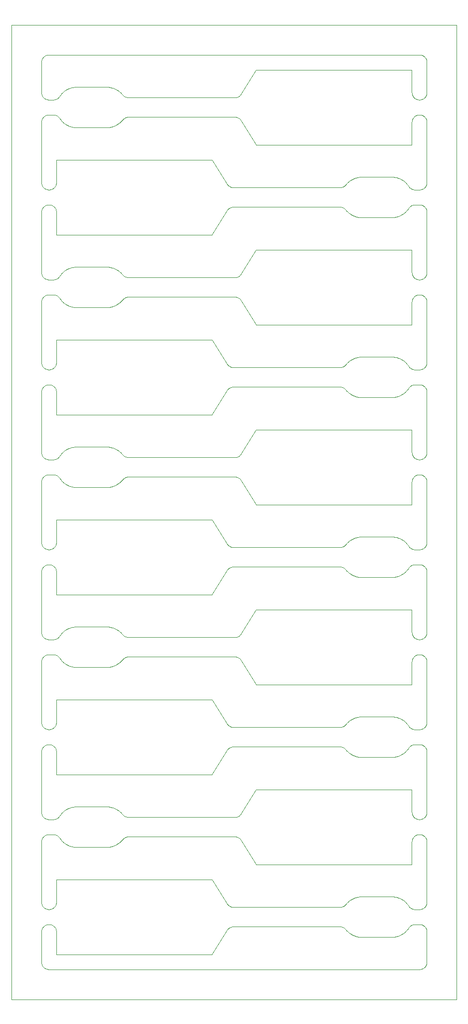
<source format=gm1>
G04 #@! TF.GenerationSoftware,KiCad,Pcbnew,6.0.2+dfsg-1*
G04 #@! TF.CreationDate,2024-06-30T21:45:32-06:00*
G04 #@! TF.ProjectId,ckt-signal-array,636b742d-7369-4676-9e61-6c2d61727261,rev?*
G04 #@! TF.SameCoordinates,Original*
G04 #@! TF.FileFunction,Profile,NP*
%FSLAX46Y46*%
G04 Gerber Fmt 4.6, Leading zero omitted, Abs format (unit mm)*
G04 Created by KiCad (PCBNEW 6.0.2+dfsg-1) date 2024-06-30 21:45:32*
%MOMM*%
%LPD*%
G01*
G04 APERTURE LIST*
G04 #@! TA.AperFunction,Profile*
%ADD10C,0.100000*%
G04 #@! TD*
G04 APERTURE END LIST*
D10*
X166814541Y-142356997D02*
X166874102Y-142377011D01*
X116933998Y-111446070D02*
X116995674Y-111441520D01*
X115851758Y-47045757D02*
X115835263Y-46986154D01*
X148192862Y-138985784D02*
X148132859Y-138975539D01*
X144755900Y-146995647D02*
X144756174Y-146995249D01*
X178668570Y-66856498D02*
X178676140Y-66795120D01*
X147539557Y-169162327D02*
X147494972Y-169120884D01*
X180481218Y-47819023D02*
X180424679Y-47844085D01*
X178523950Y-47755143D02*
X178471175Y-47721058D01*
X178691530Y-139281057D02*
X178634264Y-139255217D01*
X144761469Y-116507174D02*
X144761599Y-116506971D01*
X178700263Y-158113845D02*
X178716758Y-158054242D01*
X127199179Y-98340791D02*
X127231990Y-98337313D01*
X129217854Y-122906749D02*
X129217662Y-122906569D01*
X149043208Y-62727618D02*
X148985314Y-62746422D01*
X118299736Y-168906154D02*
X118283241Y-168965757D01*
X118283241Y-168965757D02*
X118263842Y-169024480D01*
X118089539Y-108390579D02*
X118051490Y-108439333D01*
X118344966Y-146999503D02*
X118345442Y-146999623D01*
X118337996Y-134307466D02*
X118337876Y-134307942D01*
X181200979Y-82158174D02*
X181202500Y-82220122D01*
X167253105Y-51155867D02*
X167300213Y-51197448D01*
X178420165Y-172655615D02*
X178471175Y-172618941D01*
X144749969Y-164780468D02*
X144749494Y-164780375D01*
X178661861Y-131753002D02*
X178662003Y-131752533D01*
X118340738Y-86037108D02*
X118341102Y-86037438D01*
X181200979Y-112638174D02*
X181202500Y-112700122D01*
X181202500Y-107639877D02*
X181200979Y-107701825D01*
X167523821Y-81928915D02*
X167523991Y-81929112D01*
X167300213Y-77702551D02*
X167253105Y-77744132D01*
X178647159Y-131759996D02*
X178652611Y-131759863D01*
X147634467Y-169238517D02*
X147586092Y-169201569D01*
X128433864Y-37018080D02*
X128463202Y-37002983D01*
X166692797Y-142325992D02*
X166754056Y-142339976D01*
X176579875Y-143803229D02*
X176706855Y-143745934D01*
X168067108Y-82429041D02*
X168093697Y-82448578D01*
X169435833Y-83044254D02*
X169584608Y-83072069D01*
X180916490Y-66180666D02*
X180954539Y-66229420D01*
X175729102Y-76297364D02*
X175728855Y-76297330D01*
X118337503Y-116504659D02*
X118337636Y-116510111D01*
X119445874Y-31446055D02*
X119423033Y-31467248D01*
X152238400Y-119073028D02*
X149695306Y-123164094D01*
X128127055Y-152703989D02*
X128126810Y-152703890D01*
X148985314Y-154186422D02*
X148926579Y-154202408D01*
X152246913Y-149541737D02*
X152246509Y-149542002D01*
X169985174Y-106745448D02*
X169952225Y-106747190D01*
X115918476Y-142641281D02*
X115946281Y-142586041D01*
X129327151Y-66848170D02*
X129350325Y-66824683D01*
X169985438Y-106745438D02*
X169985174Y-106745448D01*
X144749494Y-103820375D02*
X144749016Y-103820306D01*
X118804148Y-154145595D02*
X118763764Y-154193722D01*
X169046976Y-143899145D02*
X169078329Y-143909425D01*
X168733307Y-168002378D02*
X168733065Y-168002483D01*
X178654557Y-101279623D02*
X178655033Y-101279503D01*
X116872620Y-139366359D02*
X116811686Y-139355786D01*
X186281861Y-185093002D02*
X186282003Y-185092533D01*
X116009850Y-157719983D02*
X116045460Y-157669420D01*
X175419961Y-113593569D02*
X175420210Y-113593554D01*
X148014685Y-169426422D02*
X147956791Y-169407618D01*
X177577146Y-112672579D02*
X177676872Y-112575309D01*
X180916490Y-108439333D02*
X180876096Y-108486162D01*
X115821713Y-81974186D02*
X115835263Y-81913845D01*
X180066001Y-157166070D02*
X180127379Y-157173640D01*
X147586092Y-77761569D02*
X147539557Y-77722327D01*
X175241289Y-52638804D02*
X175241413Y-52638802D01*
X130369081Y-157555080D02*
X130431427Y-157547266D01*
X116009850Y-25639983D02*
X116045460Y-25589420D01*
X128126810Y-91743890D02*
X128096044Y-91731969D01*
X167523991Y-77450887D02*
X167523818Y-77451087D01*
X178026411Y-142638779D02*
X178026554Y-142638574D01*
X116357483Y-47727649D02*
X116306920Y-47692039D01*
X128266934Y-159017516D02*
X128297028Y-159003988D01*
X149661864Y-153695101D02*
X149626068Y-153744336D01*
X127564166Y-159244254D02*
X127564425Y-159244202D01*
X118216523Y-173121281D02*
X118241585Y-173177820D01*
X169985438Y-144074561D02*
X170145119Y-144078778D01*
X176258987Y-143921692D02*
X176259224Y-143921616D01*
X178654557Y-88580376D02*
X178654075Y-88580281D01*
X117881848Y-154618430D02*
X117818918Y-154620000D01*
X177698805Y-77307172D02*
X177677049Y-77284866D01*
X167253105Y-142595867D02*
X167300213Y-142637448D01*
X176421026Y-137433578D02*
X176420792Y-137433490D01*
X126854748Y-61021218D02*
X126838248Y-61021000D01*
X169255956Y-83001597D02*
X169403055Y-83037226D01*
X115821713Y-36254186D02*
X115835263Y-36193845D01*
X115821713Y-179005813D02*
X115811140Y-178944879D01*
X175928379Y-45852511D02*
X175928135Y-45852459D01*
X128781577Y-97775248D02*
X128781796Y-97775100D01*
X152247329Y-101278507D02*
X152247757Y-101278731D01*
X129193083Y-153364162D02*
X129078589Y-153265173D01*
X115821713Y-112454186D02*
X115835263Y-112393845D01*
X177793730Y-81970527D02*
X177793897Y-81970342D01*
X166442974Y-50860999D02*
X166505913Y-50862569D01*
X168872944Y-46023989D02*
X168733307Y-46082378D01*
X148314003Y-78037526D02*
X148253291Y-78033118D01*
X180248654Y-78382236D02*
X180188313Y-78395786D01*
X177034801Y-174047344D02*
X177151823Y-173971763D01*
X179123166Y-35526009D02*
X179171920Y-35487960D01*
X177316324Y-168406504D02*
X177316127Y-168406351D01*
X178647159Y-27620003D02*
X178646913Y-27620000D01*
X147494972Y-173139115D02*
X147539557Y-173097672D01*
X177425239Y-51846638D02*
X177425432Y-51846480D01*
X128433628Y-30921801D02*
X128297268Y-30856122D01*
X178910460Y-127189420D02*
X178948509Y-127140666D01*
X116211337Y-169533596D02*
X116166547Y-169490952D01*
X129476181Y-66688912D02*
X129583730Y-66561088D01*
X120140436Y-97948528D02*
X120140656Y-97948645D01*
X118344497Y-177479361D02*
X118344966Y-177479503D01*
X120264846Y-30887690D02*
X120264622Y-30887801D01*
X119822223Y-122585926D02*
X119822019Y-122586069D01*
X178656418Y-101279008D02*
X178656862Y-101278798D01*
X116751345Y-126717763D02*
X116811686Y-126704213D01*
X116211337Y-142246403D02*
X116258166Y-142206009D01*
X181106585Y-142697820D02*
X181128842Y-142755519D01*
X175759912Y-52597991D02*
X175760158Y-52597951D01*
X175759912Y-45822008D02*
X175729102Y-45817364D01*
X177316127Y-112893648D02*
X177316324Y-112893495D01*
X181164736Y-123186154D02*
X181148241Y-123245757D01*
X120420124Y-91776770D02*
X120293144Y-91834065D01*
X169801083Y-106759184D02*
X169800820Y-106759208D01*
X166692797Y-78014007D02*
X166630918Y-78024919D01*
X169435574Y-167775797D02*
X169403313Y-167782715D01*
X116633019Y-93586342D02*
X116575320Y-93564085D01*
X120905368Y-122091257D02*
X120905127Y-122091322D01*
X169584608Y-174512069D02*
X169584868Y-174512114D01*
X147452441Y-169077336D02*
X147412062Y-169031784D01*
X128906087Y-36728732D02*
X128906302Y-36728578D01*
X152261840Y-119060000D02*
X152261599Y-119060002D01*
X177008003Y-168196276D02*
X177007789Y-168196148D01*
X147494972Y-142659115D02*
X147539557Y-142617672D01*
X168375130Y-107226680D02*
X168374904Y-107226816D01*
X177177980Y-173953930D02*
X177291089Y-173872610D01*
X144748536Y-177479740D02*
X144749016Y-177479693D01*
X167947339Y-138003925D02*
X167947132Y-138004090D01*
X128433628Y-158938198D02*
X128433864Y-158938080D01*
X180481218Y-78299023D02*
X180424679Y-78324085D01*
X118991924Y-127424278D02*
X119076039Y-127535325D01*
X118676058Y-127016356D02*
X118721032Y-127060223D01*
X127382288Y-122022641D02*
X127232252Y-122002718D01*
X152246913Y-162238262D02*
X152247329Y-162238507D01*
X121102404Y-67813714D02*
X121102649Y-67813760D01*
X119185322Y-36226791D02*
X119185485Y-36226980D01*
X117501980Y-111513657D02*
X117559679Y-111535914D01*
X115835263Y-153666154D02*
X115821713Y-153605813D01*
X129217854Y-31466749D02*
X129217662Y-31466569D01*
X116575320Y-154524085D02*
X116518781Y-154499023D01*
X178736157Y-62344480D02*
X178716758Y-62285757D01*
X178662123Y-70792057D02*
X178662218Y-70791575D01*
X110717876Y-185092057D02*
X110717996Y-185092533D01*
X167523818Y-138411087D02*
X167416269Y-138538911D01*
X110721102Y-185097438D02*
X110721481Y-185097749D01*
X119965198Y-128327344D02*
X119965409Y-128327476D01*
X166754056Y-138960023D02*
X166692797Y-138974007D01*
X167045776Y-172934486D02*
X167100190Y-172965907D01*
X130010135Y-123634182D02*
X129954223Y-123605513D01*
X127921418Y-122150495D02*
X127776405Y-122107151D01*
X175729102Y-167737364D02*
X175728855Y-167737330D01*
X127564425Y-98284202D02*
X127596686Y-98277284D01*
X115851758Y-108005757D02*
X115835263Y-107946154D01*
X116933998Y-139373929D02*
X116872620Y-139366359D01*
X130185458Y-157596997D02*
X130245943Y-157579976D01*
X167921410Y-82314826D02*
X167921612Y-82314996D01*
X168066898Y-168391117D02*
X167947339Y-168483925D01*
X118341102Y-73342561D02*
X118340738Y-73342891D01*
X177814677Y-138393208D02*
X177814514Y-138393019D01*
X186276418Y-20000991D02*
X186275965Y-20000803D01*
X130307202Y-96605992D02*
X130369081Y-96595080D01*
X177904380Y-138500117D02*
X177904222Y-138499924D01*
X169435574Y-113524202D02*
X169435833Y-113524254D01*
X168733065Y-107042483D02*
X168702971Y-107056011D01*
X116575320Y-96295914D02*
X116633019Y-96273657D01*
X128297268Y-122296122D02*
X128297028Y-122296011D01*
X175388593Y-144075132D02*
X175388842Y-144075122D01*
X118628953Y-93365213D02*
X118579834Y-93404384D01*
X127232252Y-159297281D02*
X127382288Y-159277358D01*
X147494972Y-81699115D02*
X147539557Y-81657672D01*
X129326963Y-97328355D02*
X129327151Y-97328170D01*
X176229212Y-82970876D02*
X176258987Y-82961692D01*
X176420792Y-52426509D02*
X176421026Y-52426421D01*
X147586092Y-51138430D02*
X147634467Y-51101482D01*
X119076192Y-158015522D02*
X119095619Y-158039882D01*
X180990149Y-154060016D02*
X180954539Y-154110579D01*
X179942377Y-172400000D02*
X180004325Y-172401520D01*
X119574760Y-158526638D02*
X119683675Y-158613495D01*
X119965409Y-97847476D02*
X119991996Y-97863723D01*
X129350508Y-123035507D02*
X129350325Y-123035316D01*
X121580038Y-128833569D02*
X121611157Y-128835122D01*
X119992210Y-36903851D02*
X120112854Y-36973505D01*
X169767747Y-137242718D02*
X169617711Y-137262641D01*
X118991924Y-35984278D02*
X119076039Y-36095325D01*
X178655965Y-162239196D02*
X178656418Y-162239008D01*
X118337500Y-143180122D02*
X118337500Y-146984413D01*
X180916490Y-142380666D02*
X180954539Y-142429420D01*
X119446059Y-66974111D02*
X119550509Y-67066289D01*
X152246118Y-88582286D02*
X152245741Y-88582588D01*
X186279608Y-185096761D02*
X186279938Y-185096397D01*
X177316324Y-137926504D02*
X177316127Y-137926351D01*
X120579207Y-159106509D02*
X120608486Y-159117166D01*
X181202500Y-46679877D02*
X181200979Y-46741825D01*
X127199179Y-159300791D02*
X127231990Y-159297313D01*
X168733307Y-143777621D02*
X168872944Y-143836010D01*
X115893414Y-47162179D02*
X115871157Y-47104480D01*
X178008075Y-77675721D02*
X177923960Y-77564674D01*
X147452441Y-77637336D02*
X147412062Y-77591784D01*
X120608721Y-61222751D02*
X120608486Y-61222833D01*
X129350508Y-92555507D02*
X129350325Y-92555316D01*
X115797500Y-46679877D02*
X115797500Y-36500122D01*
X181128842Y-47104480D02*
X181106585Y-47162179D01*
X178676140Y-66795120D02*
X178686713Y-66734186D01*
X116463541Y-154471218D02*
X116409732Y-154440735D01*
X127231990Y-159297313D02*
X127232252Y-159297281D01*
X167523821Y-112408915D02*
X167523991Y-112409112D01*
X129350325Y-92555316D02*
X129327151Y-92531829D01*
X181128842Y-153784480D02*
X181106585Y-153842179D01*
X177177776Y-143474073D02*
X177177980Y-143473930D01*
X178658518Y-58102250D02*
X178658124Y-58101957D01*
X166442974Y-78039000D02*
X148374977Y-78039000D01*
X169435833Y-45855745D02*
X169435574Y-45855797D01*
X127382288Y-91542641D02*
X127232252Y-91522718D01*
X177904380Y-51359882D02*
X177923807Y-51335522D01*
X181023235Y-142532232D02*
X181053718Y-142586041D01*
X128906302Y-97688578D02*
X128932891Y-97669041D01*
X178660542Y-88584375D02*
X178660249Y-88583981D01*
X116811686Y-126704213D02*
X116872620Y-126693640D01*
X152249098Y-131759277D02*
X152249561Y-131759415D01*
X126838116Y-159319000D02*
X126838248Y-159318999D01*
X178662290Y-162231090D02*
X178662339Y-162230601D01*
X117139325Y-78418479D02*
X117077377Y-78420000D01*
X177554125Y-138126055D02*
X177553940Y-138125888D01*
X129476178Y-123171084D02*
X129476008Y-123170887D01*
X177449301Y-138033547D02*
X177425432Y-138013519D01*
X178700263Y-62226154D02*
X178686713Y-62165813D01*
X116045460Y-62670579D02*
X116009850Y-62620016D01*
X178661298Y-40314362D02*
X178661508Y-40313918D01*
X180248654Y-50517763D02*
X180308257Y-50534258D01*
X152238400Y-70786971D02*
X152238530Y-70787174D01*
X177316324Y-46486504D02*
X177316127Y-46486351D01*
X179055501Y-108893735D02*
X178993164Y-108885923D01*
X116933998Y-65726070D02*
X116995674Y-65721520D01*
X120140436Y-30951471D02*
X120113072Y-30966372D01*
X118337636Y-146990111D02*
X118337660Y-146990601D01*
X117057622Y-157160000D02*
X117818918Y-157160000D01*
X180127379Y-63166359D02*
X180066001Y-63173929D01*
X120113072Y-152886372D02*
X120112854Y-152886494D01*
X129350508Y-36344492D02*
X129453928Y-36233985D01*
X178664020Y-127878174D02*
X178668570Y-127816498D01*
X176420792Y-76473490D02*
X176391513Y-76462833D01*
X167387922Y-169052607D02*
X167345189Y-169098673D01*
X178811281Y-153953958D02*
X178783476Y-153898718D01*
X176735153Y-168047690D02*
X176707081Y-168034171D01*
X180004325Y-93658479D02*
X179942377Y-93660000D01*
X129583730Y-158001088D02*
X129583806Y-158001017D01*
X178653101Y-27620160D02*
X178652611Y-27620136D01*
X116166547Y-47570952D02*
X116123903Y-47526162D01*
X179440320Y-154524085D02*
X179383781Y-154499023D01*
X127232252Y-61042718D02*
X127231990Y-61042686D01*
X149413907Y-127338430D02*
X149460442Y-127377672D01*
X179498019Y-93586342D02*
X179440320Y-93564085D01*
X117262379Y-141933640D02*
X117323313Y-141944213D01*
X180990149Y-172959983D02*
X181023235Y-173012232D01*
X178686713Y-66734186D02*
X178700263Y-66673845D01*
X119965409Y-158807476D02*
X119991996Y-158823723D01*
X152250030Y-101279531D02*
X152250505Y-101279624D01*
X181081523Y-77698718D02*
X181053718Y-77753958D01*
X175729102Y-174522635D02*
X175759912Y-174517991D01*
X116211337Y-154293596D02*
X116166547Y-154250952D01*
X129350325Y-62075316D02*
X129327151Y-62051829D01*
X180954539Y-50989420D02*
X180990149Y-51039983D01*
X152247757Y-88581268D02*
X152247329Y-88581492D01*
X118338491Y-177473918D02*
X118338701Y-177474362D01*
X179860674Y-35241520D02*
X179922622Y-35240000D01*
X127014561Y-30545438D02*
X126854880Y-30541221D01*
X167387922Y-81767392D02*
X167415525Y-81800297D01*
X178874850Y-96759983D02*
X178910460Y-96709420D01*
X127047774Y-30547190D02*
X127014825Y-30545448D01*
X116751345Y-25117763D02*
X116811686Y-25104213D01*
X121580038Y-37393569D02*
X121611157Y-37395122D01*
X118068706Y-63155014D02*
X118006835Y-63165923D01*
X119076192Y-36095522D02*
X119095619Y-36119882D01*
X166814541Y-47503002D02*
X166754056Y-47520023D01*
X129654810Y-127441326D02*
X129699786Y-127397448D01*
X176550703Y-174295526D02*
X176550934Y-174295432D01*
X166505913Y-172782569D02*
X166568572Y-172787266D01*
X116045460Y-35749420D02*
X116083509Y-35700666D01*
X152251463Y-88580259D02*
X152250983Y-88580306D01*
X121239841Y-91542048D02*
X121102649Y-91566239D01*
X170161883Y-137221000D02*
X170161751Y-137221000D01*
X152246509Y-131757997D02*
X152246913Y-131758262D01*
X119206269Y-153609472D02*
X119206102Y-153609657D01*
X178661861Y-58106997D02*
X178661696Y-58106534D01*
X177576966Y-138147248D02*
X177554125Y-138126055D01*
X177449301Y-46593547D02*
X177425432Y-46573519D01*
X180424679Y-35335914D02*
X180481218Y-35360976D01*
X179942377Y-108900000D02*
X179181081Y-108900000D01*
X118338491Y-164786081D02*
X118338303Y-164786534D01*
X177576966Y-51712751D02*
X177577146Y-51712579D01*
X178662123Y-101272057D02*
X178662218Y-101271575D01*
X180642516Y-108687649D02*
X180590267Y-108720735D01*
X128596368Y-61490054D02*
X128596138Y-61489924D01*
X177904380Y-77540117D02*
X177904222Y-77539924D01*
X116083509Y-77959333D02*
X116045460Y-77910579D01*
X178659608Y-162236761D02*
X178659938Y-162236397D01*
X178988903Y-66133837D02*
X179031547Y-66089047D01*
X152246118Y-162237713D02*
X152246509Y-162237997D01*
X144738159Y-116520000D02*
X144738400Y-116519997D01*
X181053718Y-47273958D02*
X181023235Y-47327767D01*
X117968452Y-111809047D02*
X118011096Y-111853837D01*
X147412062Y-51308215D02*
X147452441Y-51262663D01*
X179737620Y-124126359D02*
X179676686Y-124115786D01*
X118089539Y-169350579D02*
X118051490Y-169399333D01*
X180590267Y-47760735D02*
X180536458Y-47791218D01*
X129193280Y-66975661D02*
X129217662Y-66953430D01*
X118676058Y-32363643D02*
X118628953Y-32405213D01*
X152243825Y-27624750D02*
X152238530Y-27632825D01*
X169767747Y-167722718D02*
X169617711Y-167742641D01*
X144753490Y-86037997D02*
X144753881Y-86037713D01*
X178662500Y-122879877D02*
X178662500Y-119075586D01*
X176579875Y-46056770D02*
X176579646Y-46056670D01*
X118337876Y-103827942D02*
X118337781Y-103828424D01*
X167921612Y-173754996D02*
X167947132Y-173775909D01*
X169403313Y-174477284D02*
X169435574Y-174484202D01*
X118340391Y-42863238D02*
X118340061Y-42863602D01*
X178471175Y-139161058D02*
X178420165Y-139124384D01*
X149505027Y-66459115D02*
X149547558Y-66502663D01*
X115821713Y-92645813D02*
X115811140Y-92584879D01*
X152247329Y-70798507D02*
X152247757Y-70798731D01*
X115811140Y-178944879D02*
X115803570Y-178883501D01*
X181178286Y-179005813D02*
X181164736Y-179066154D01*
X175760158Y-167742048D02*
X175759912Y-167742008D01*
X176228973Y-167849052D02*
X176094872Y-167811322D01*
X179616345Y-63142236D02*
X179556742Y-63125741D01*
X118353086Y-116520000D02*
X144738159Y-116520000D01*
X117443257Y-50534258D02*
X117501980Y-50553657D01*
X178008223Y-112184077D02*
X178026411Y-112158779D01*
X127596686Y-122062715D02*
X127564425Y-122055797D01*
X115946281Y-81626041D02*
X115976764Y-81572232D01*
X130010135Y-157665817D02*
X130067407Y-157639970D01*
X148807137Y-66114215D02*
X148867140Y-66124460D01*
X178664020Y-61981825D02*
X178662500Y-61919877D01*
X116751345Y-80997763D02*
X116811686Y-80984213D01*
X167523991Y-112409112D02*
X167545893Y-112433789D01*
X178659608Y-119063238D02*
X178659261Y-119062891D01*
X119847968Y-153048374D02*
X119822223Y-153065926D01*
X116357483Y-179807649D02*
X116306920Y-179772039D01*
X168093697Y-137891421D02*
X168067108Y-137910958D01*
X181148241Y-179125757D02*
X181128842Y-179184480D01*
X116123903Y-50893837D02*
X116166547Y-50849047D01*
X127776151Y-67752920D02*
X127776405Y-67752848D01*
X116306920Y-35487960D02*
X116357483Y-35452350D01*
X180990149Y-179460016D02*
X180954539Y-179510579D01*
X178657716Y-27621685D02*
X178657295Y-27621432D01*
X119574760Y-128046638D02*
X119683675Y-128133495D01*
X176229212Y-45929123D02*
X176228973Y-45929052D01*
X118991924Y-123395721D02*
X118991776Y-123395922D01*
X118339457Y-164784375D02*
X118339185Y-164784783D01*
X175928135Y-45852459D02*
X175897595Y-45846285D01*
X178716758Y-158054242D02*
X178736157Y-157995519D01*
X177814677Y-173386791D02*
X177904222Y-173280075D01*
X148253291Y-78033118D02*
X148192862Y-78025784D01*
X152247329Y-27621492D02*
X152246913Y-27621737D01*
X128126810Y-152703890D02*
X128096044Y-152691969D01*
X152250030Y-88580468D02*
X152249561Y-88580584D01*
X120935805Y-98256489D02*
X121071620Y-98287488D01*
X152247329Y-58101492D02*
X152246913Y-58101737D01*
X168218203Y-76844899D02*
X168093912Y-76931267D01*
X117828079Y-47692039D02*
X117777516Y-47727649D01*
X178662500Y-58115586D02*
X178662496Y-58115340D01*
X121758710Y-152461195D02*
X121758586Y-152461197D01*
X118344497Y-146999361D02*
X118344966Y-146999503D01*
X149587937Y-127508215D02*
X149626068Y-127555663D01*
X118338138Y-103826997D02*
X118337996Y-103827466D01*
X128906302Y-31211421D02*
X128906087Y-31211267D01*
X149413907Y-32041569D02*
X149365532Y-32078517D01*
X121611157Y-152464877D02*
X121580038Y-152466430D01*
X119445874Y-127933944D02*
X119446059Y-127934111D01*
X128297268Y-91816122D02*
X128297028Y-91816011D01*
X178662363Y-119069888D02*
X178662339Y-119069398D01*
X178758414Y-31922179D02*
X178736157Y-31864480D01*
X180741833Y-25366009D02*
X180788662Y-25406403D01*
X117057622Y-50480000D02*
X117077377Y-50480000D01*
X149413907Y-123481569D02*
X149365532Y-123518517D01*
X118188718Y-47273958D02*
X118158235Y-47327767D01*
X178658897Y-70797438D02*
X178659261Y-70797108D01*
X168566135Y-76641919D02*
X168536797Y-76657016D01*
X110717503Y-20015340D02*
X110717500Y-20015586D01*
X168218422Y-46364751D02*
X168218203Y-46364899D01*
X128906087Y-31211267D02*
X128781796Y-31124899D01*
X178662496Y-27635340D02*
X178662363Y-27629888D01*
X116811686Y-96224213D02*
X116872620Y-96213640D01*
X118352840Y-42860003D02*
X118347388Y-42860136D01*
X175559128Y-83103143D02*
X175559377Y-83103122D01*
X119708910Y-153147389D02*
X119708709Y-153147538D01*
X144748053Y-86039763D02*
X144748536Y-86039740D01*
X117944498Y-63173735D02*
X117881848Y-63178430D01*
X110723137Y-185098798D02*
X110723581Y-185099008D01*
X178122456Y-108323503D02*
X178105167Y-108296734D01*
X116409732Y-32520735D02*
X116357483Y-32487649D01*
X176259224Y-113441616D02*
X176391278Y-113397248D01*
X166874102Y-47482988D02*
X166814541Y-47503002D01*
X116995674Y-126681520D02*
X117057622Y-126680000D01*
X180693079Y-47692039D02*
X180642516Y-47727649D01*
X117923662Y-111766403D02*
X117968452Y-111809047D01*
X175928135Y-167772459D02*
X175897595Y-167766285D01*
X117671458Y-111588781D02*
X117725267Y-111619264D01*
X119574760Y-36606638D02*
X119683675Y-36693495D01*
X176735153Y-137567690D02*
X176707081Y-137554171D01*
X144750901Y-116519277D02*
X144751356Y-116519117D01*
X169985438Y-137225438D02*
X169985174Y-137225448D01*
X116633019Y-124066342D02*
X116575320Y-124044085D01*
X129217854Y-36473250D02*
X129326963Y-36368355D01*
X175225708Y-106741000D02*
X175225583Y-106741000D01*
X170161883Y-174558999D02*
X175225583Y-174559000D01*
X152246509Y-27622002D02*
X152246118Y-27622286D01*
X178008223Y-47195922D02*
X178008075Y-47195721D01*
X177152031Y-52051625D02*
X177177776Y-52034073D01*
X119422853Y-31467420D02*
X119323127Y-31564690D01*
X178659608Y-58103238D02*
X178659261Y-58102891D01*
X116995674Y-157161520D02*
X117057622Y-157160000D01*
X175388842Y-144075122D02*
X175419961Y-144073569D01*
X118335979Y-107701825D02*
X118331429Y-107763501D01*
X167782145Y-138146749D02*
X167673036Y-138251644D01*
X175590380Y-167719980D02*
X175559377Y-167716877D01*
X180788662Y-93333596D02*
X180741833Y-93373990D01*
X177177776Y-76865926D02*
X177152031Y-76848374D01*
X177316127Y-137926351D02*
X177291290Y-137907538D01*
X120140436Y-152871471D02*
X120113072Y-152886372D01*
X168536564Y-46177140D02*
X168403861Y-46249924D01*
X118338303Y-177473465D02*
X118338491Y-177473918D01*
X127047774Y-61027190D02*
X127014825Y-61025448D01*
X115821713Y-123125813D02*
X115811140Y-123064879D01*
X178662339Y-149549398D02*
X178662290Y-149548909D01*
X118129956Y-93621034D02*
X118068706Y-93635014D01*
X129476181Y-97168912D02*
X129583730Y-97041088D01*
X119708709Y-128152461D02*
X119708910Y-128152610D01*
X179942377Y-111440000D02*
X180004325Y-111441520D01*
X118011096Y-169446162D02*
X117968452Y-169490952D01*
X149413907Y-153961569D02*
X149365532Y-153998517D01*
X116933998Y-124133929D02*
X116872620Y-124126359D01*
X129454106Y-158153789D02*
X129476008Y-158129112D01*
X186278124Y-20001957D02*
X186277716Y-20001685D01*
X116083509Y-47479333D02*
X116045460Y-47430579D01*
X120264846Y-67532309D02*
X120292918Y-67545828D01*
X119965198Y-158807344D02*
X119965409Y-158807476D01*
X144753881Y-177477713D02*
X144754258Y-177477411D01*
X149587937Y-123311784D02*
X149547558Y-123357336D01*
X117968452Y-78050952D02*
X117923662Y-78093596D01*
X117818918Y-32700000D02*
X117057622Y-32700000D01*
X152247329Y-149541492D02*
X152246913Y-149541737D01*
X177034590Y-107252523D02*
X177008003Y-107236276D01*
X115821713Y-107885813D02*
X115811140Y-107824879D01*
X178700263Y-92706154D02*
X178686713Y-92645813D01*
X177814514Y-138393019D02*
X177793897Y-138369657D01*
X127198916Y-67860815D02*
X127199179Y-67860791D01*
X118249987Y-124064009D02*
X118190433Y-124084018D01*
X167045776Y-111974486D02*
X167100190Y-112005907D01*
X179274732Y-35419264D02*
X179328541Y-35388781D01*
X129584474Y-153779702D02*
X129584462Y-153779688D01*
X115821713Y-62165813D02*
X115811140Y-62104879D01*
X128433864Y-67498080D02*
X128463202Y-67482983D01*
X128781796Y-153044899D02*
X128781577Y-153044751D01*
X178655502Y-70799361D02*
X178655965Y-70799196D01*
X128596138Y-122449924D02*
X128463435Y-122377140D01*
X152249561Y-101279415D02*
X152250030Y-101279531D01*
X115797500Y-36500122D02*
X115797500Y-36500122D01*
X118337503Y-164795340D02*
X118337500Y-164795586D01*
X152249561Y-149540584D02*
X152249098Y-149540722D01*
X166692797Y-172805992D02*
X166754056Y-172819976D01*
X116166547Y-81329047D02*
X116211337Y-81286403D01*
X186274075Y-185099718D02*
X186274557Y-185099623D01*
X149043208Y-93207618D02*
X148985314Y-93226422D01*
X110721102Y-20002561D02*
X110720738Y-20002891D01*
X118421641Y-63026556D02*
X118365735Y-63055217D01*
X152244099Y-88584352D02*
X152243825Y-88584750D01*
X178948509Y-154159333D02*
X178910460Y-154110579D01*
X117725267Y-47760735D02*
X117671458Y-47791218D01*
X121774416Y-121981000D02*
X121774291Y-121981000D01*
X118337660Y-116510601D02*
X118337709Y-116511090D01*
X121579789Y-30546445D02*
X121440871Y-30556856D01*
X152261599Y-70799997D02*
X152261840Y-70800000D01*
X128781796Y-128255100D02*
X128906087Y-128168732D01*
X170145251Y-83118781D02*
X170161751Y-83118999D01*
X118263842Y-142755519D02*
X118283241Y-142814242D01*
X144753881Y-55557713D02*
X144754258Y-55557411D01*
X110722704Y-185098567D02*
X110723137Y-185098798D01*
X178659261Y-88582891D02*
X178658897Y-88582561D01*
X166874102Y-81417011D02*
X166932592Y-81439970D01*
X177814514Y-46953019D02*
X177793897Y-46929657D01*
X128127055Y-122223989D02*
X128126810Y-122223890D01*
X167523991Y-138410887D02*
X167523818Y-138411087D01*
X147684571Y-51066913D02*
X147736286Y-51034804D01*
X121270897Y-152497364D02*
X121240087Y-152502008D01*
X149626068Y-158035663D02*
X149661864Y-158084898D01*
X116633019Y-63106342D02*
X116575320Y-63084085D01*
X118338303Y-134306534D02*
X118338138Y-134306997D01*
X115851758Y-25974242D02*
X115871157Y-25915519D01*
X180788662Y-25406403D02*
X180833452Y-25449047D01*
X180248654Y-35277763D02*
X180308257Y-35294258D01*
X176420792Y-106953490D02*
X176391513Y-106942833D01*
X175590628Y-52619991D02*
X175728855Y-52602669D01*
X118190433Y-96255981D02*
X118249987Y-96275990D01*
X179118151Y-80961569D02*
X179181081Y-80960000D01*
X119206269Y-66730527D02*
X119301023Y-66832647D01*
X116357483Y-108687649D02*
X116306920Y-108652039D01*
X115835263Y-142873845D02*
X115851758Y-142814242D01*
X167672848Y-51608170D02*
X167673036Y-51608355D01*
X116518781Y-124019023D02*
X116463541Y-123991218D01*
X118528824Y-62961058D02*
X118476049Y-62995143D01*
X110717660Y-20009398D02*
X110717636Y-20009888D01*
X179942377Y-32700000D02*
X179922622Y-32700000D01*
X176094872Y-143968677D02*
X176228973Y-143930947D01*
X166568572Y-138992733D02*
X166505913Y-138997430D01*
X120905127Y-122091322D02*
X120771026Y-122129052D01*
X127776405Y-67752848D02*
X127921418Y-67709504D01*
X116357483Y-139167649D02*
X116306920Y-139132039D01*
X167782145Y-168626749D02*
X167673036Y-168731644D01*
X152243825Y-40315249D02*
X152244099Y-40315647D01*
X175590628Y-137240008D02*
X175590380Y-137239980D01*
X117818918Y-96200000D02*
X117881848Y-96201569D01*
X120140656Y-61431354D02*
X120140436Y-61431471D01*
X149661864Y-31775101D02*
X149626068Y-31824336D01*
X116166547Y-93290952D02*
X116123903Y-93246162D01*
X175225583Y-83119000D02*
X175225708Y-83118999D01*
X118249987Y-32624009D02*
X118190433Y-32644018D01*
X126854748Y-91501218D02*
X126838248Y-91501000D01*
X178278967Y-142300223D02*
X178323941Y-142256356D01*
X179676686Y-154595786D02*
X179616345Y-154582236D01*
X166989864Y-172905817D02*
X167045776Y-172934486D01*
X176391513Y-174357166D02*
X176420792Y-174346509D01*
X117923662Y-47613596D02*
X117876833Y-47653990D01*
X118343137Y-164781201D02*
X118342704Y-164781432D01*
X178655033Y-131759503D02*
X178655502Y-131759361D01*
X180788662Y-78093596D02*
X180741833Y-78133990D01*
X178841764Y-66332232D02*
X178874850Y-66279983D01*
X177793897Y-168849657D02*
X177793730Y-168849472D01*
X177814677Y-81946791D02*
X177904222Y-81840075D01*
X119822019Y-36793930D02*
X119822223Y-36794073D01*
X152248195Y-70798935D02*
X152248643Y-70799117D01*
X180366980Y-47866342D02*
X180308257Y-47885741D01*
X168904202Y-137451877D02*
X168903955Y-137451969D01*
X121071864Y-30612459D02*
X121071620Y-30612511D01*
X180990149Y-127239983D02*
X181023235Y-127292232D01*
X167345189Y-81721326D02*
X167387922Y-81767392D01*
X169584868Y-113552114D02*
X169617450Y-113557320D01*
X180741833Y-126966009D02*
X180788662Y-127006403D01*
X177425432Y-46573519D02*
X177425239Y-46573361D01*
X181200979Y-158358174D02*
X181202500Y-158420122D01*
X110721875Y-20001957D02*
X110721481Y-20002250D01*
X115799020Y-36438174D02*
X115803570Y-36376498D01*
X121409371Y-122000008D02*
X121271144Y-122017330D01*
X181196429Y-46803501D02*
X181188859Y-46864879D01*
X116306920Y-93412039D02*
X116258166Y-93373990D01*
X115851758Y-153725757D02*
X115835263Y-153666154D01*
X178657295Y-70798567D02*
X178657716Y-70798314D01*
X126854880Y-61021221D02*
X126854748Y-61021218D01*
X116083509Y-154159333D02*
X116045460Y-154110579D01*
X180004325Y-154618479D02*
X179942377Y-154620000D01*
X179676686Y-93635786D02*
X179616345Y-93622236D01*
X119095777Y-158040075D02*
X119185322Y-158146791D01*
X117828079Y-142167960D02*
X117876833Y-142206009D01*
X117616218Y-172520976D02*
X117671458Y-172548781D01*
X147684571Y-112026913D02*
X147736286Y-111994804D01*
X115811140Y-142995120D02*
X115821713Y-142934186D01*
X152261840Y-149540000D02*
X152261599Y-149540002D01*
X117777516Y-78207649D02*
X117725267Y-78240735D01*
X118763764Y-154193722D02*
X118721032Y-154239776D01*
X116045460Y-93150579D02*
X116009850Y-93100016D01*
X147412062Y-108071784D02*
X147373931Y-108024336D01*
X117881848Y-157161569D02*
X117944498Y-157166264D01*
X120292918Y-158985828D02*
X120293144Y-158985934D01*
X148132859Y-169455539D02*
X148073420Y-169442408D01*
X127048037Y-121987207D02*
X127047774Y-121987190D01*
X178783476Y-127401281D02*
X178811281Y-127346041D01*
X130431427Y-123752733D02*
X130369081Y-123744919D01*
X178105167Y-138776734D02*
X178105029Y-138776526D01*
X119322950Y-158295133D02*
X119323127Y-158295309D01*
X180366980Y-63106342D02*
X180308257Y-63125741D01*
X176735377Y-143732198D02*
X176859343Y-143668645D01*
X177152031Y-107328374D02*
X177151823Y-107328236D01*
X181200979Y-173598174D02*
X181202500Y-173660122D01*
X129954223Y-62645513D02*
X129899809Y-62614092D01*
X118804148Y-62705595D02*
X118763764Y-62753722D01*
X177425239Y-46573361D02*
X177316324Y-46486504D01*
X181178286Y-138365813D02*
X181164736Y-138426154D01*
X167203983Y-173036686D02*
X167253105Y-173075867D01*
X179737620Y-32686359D02*
X179676686Y-32675786D01*
X118339457Y-134304375D02*
X118339185Y-134304783D01*
X121579789Y-121986445D02*
X121440871Y-121996856D01*
X117443257Y-141974258D02*
X117501980Y-141993657D01*
X176886927Y-82693627D02*
X176887145Y-82693505D01*
X186282123Y-185092057D02*
X186282218Y-185091575D01*
X178157917Y-47415515D02*
X178122456Y-47363503D01*
X180366980Y-157233657D02*
X180424679Y-157255914D01*
X176391513Y-106942833D02*
X176391278Y-106942751D01*
X118068706Y-157184985D02*
X118129956Y-157198965D01*
X177793897Y-142930342D02*
X177814514Y-142906980D01*
X148014685Y-138946422D02*
X147956791Y-138927618D01*
X120935562Y-67776430D02*
X120935805Y-67776489D01*
X169255700Y-113481531D02*
X169255956Y-113481597D01*
X115918476Y-179298718D02*
X115893414Y-179242179D01*
X121409371Y-37379991D02*
X121409619Y-37380019D01*
X180308257Y-126734258D02*
X180366980Y-126753657D01*
X167649491Y-168755507D02*
X167546071Y-168866014D01*
X179616345Y-96237763D02*
X179676686Y-96224213D01*
X181200979Y-127878174D02*
X181202500Y-127940122D01*
X178122456Y-169283503D02*
X178105167Y-169256734D01*
X186282363Y-20009888D02*
X186282339Y-20009398D01*
X121071620Y-128767488D02*
X121071864Y-128767540D01*
X117559679Y-142015914D02*
X117616218Y-142040976D01*
X121774416Y-37399000D02*
X126838116Y-37399000D01*
X175225708Y-76261000D02*
X175225583Y-76261000D01*
X119445874Y-92406055D02*
X119423033Y-92427248D01*
X152238530Y-88592825D02*
X152238400Y-88593028D01*
X129052867Y-158535909D02*
X129078387Y-158514996D01*
X118337500Y-86024413D02*
X118337503Y-86024659D01*
X166874102Y-172857011D02*
X166932592Y-172879970D01*
X115871157Y-138544480D02*
X115851758Y-138485757D01*
X152245741Y-131757411D02*
X152246118Y-131757713D01*
X118877543Y-154043503D02*
X118842082Y-154095515D01*
X116045460Y-81469420D02*
X116083509Y-81420666D01*
X147736286Y-172954804D02*
X147789491Y-172925231D01*
X120740775Y-98201616D02*
X120741012Y-98201692D01*
X168374904Y-107226816D02*
X168246228Y-107306503D01*
X116258166Y-96486009D02*
X116306920Y-96447960D01*
X129583730Y-36081088D02*
X129583806Y-36081017D01*
X169952225Y-52632809D02*
X169985174Y-52634551D01*
X127047774Y-91507190D02*
X127014825Y-91505448D01*
X115946281Y-142586041D02*
X115976764Y-142532232D01*
X180308257Y-172454258D02*
X180366980Y-172473657D01*
X120420353Y-128563329D02*
X120449065Y-128575432D01*
X178988903Y-35653837D02*
X179031547Y-35609047D01*
X120112854Y-67453505D02*
X120113072Y-67453627D01*
X181128842Y-51315519D02*
X181148241Y-51374242D01*
X119574760Y-153253361D02*
X119574567Y-153253519D01*
X180693079Y-142167960D02*
X180741833Y-142206009D01*
X168873189Y-137463890D02*
X168872944Y-137463989D01*
X118339185Y-164784783D02*
X118338932Y-164785204D01*
X179383781Y-93539023D02*
X179328541Y-93511218D01*
X181081523Y-96921281D02*
X181106585Y-96977820D01*
X181202500Y-97460122D02*
X181202500Y-107639877D01*
X118346898Y-164780160D02*
X118346409Y-164780209D01*
X148867140Y-62775539D02*
X148807137Y-62785784D01*
X180693079Y-96447960D02*
X180741833Y-96486009D01*
X148685996Y-123757526D02*
X148625022Y-123759000D01*
X116258166Y-139093990D02*
X116211337Y-139053596D01*
X144752242Y-146998731D02*
X144752670Y-146998507D01*
X168733307Y-113297621D02*
X168872944Y-113356010D01*
X176579646Y-76536670D02*
X176550934Y-76524567D01*
X167152969Y-138779997D02*
X167100190Y-138814092D01*
X115821713Y-97214186D02*
X115835263Y-97153845D01*
X118877543Y-127256496D02*
X118894832Y-127283265D01*
X168702731Y-168016122D02*
X168566371Y-168081801D01*
X116306920Y-32452039D02*
X116258166Y-32413990D01*
X178931293Y-78395014D02*
X178870043Y-78381034D01*
X117881848Y-32698430D02*
X117818918Y-32700000D01*
X118676058Y-123803643D02*
X118628953Y-123845213D01*
X166814541Y-50916997D02*
X166874102Y-50937011D01*
X110719750Y-185096018D02*
X110720061Y-185096397D01*
X117501980Y-108826342D02*
X117443257Y-108845741D01*
X178026411Y-51198779D02*
X178026554Y-51198574D01*
X147789491Y-138854768D02*
X147736286Y-138825195D01*
X169951962Y-45787207D02*
X169801083Y-45799184D01*
X118337709Y-146991090D02*
X118337781Y-146991575D01*
X118338932Y-103825204D02*
X118338701Y-103825637D01*
X175728855Y-83082669D02*
X175729102Y-83082635D01*
X152249098Y-88580722D02*
X152248643Y-88580882D01*
X175759912Y-167742008D02*
X175729102Y-167737364D01*
X129217662Y-66953430D02*
X129217854Y-66953250D01*
X166692797Y-138974007D02*
X166630918Y-138984919D01*
X121758586Y-30541197D02*
X121611406Y-30544867D01*
X126838248Y-98358999D02*
X126854748Y-98358781D01*
X148867140Y-66124460D02*
X148926579Y-66137591D01*
X177177980Y-82513930D02*
X177291089Y-82432610D01*
X144753086Y-164781737D02*
X144752670Y-164781492D01*
X116575320Y-63084085D02*
X116518781Y-63059023D01*
X116811686Y-154595786D02*
X116751345Y-154582236D01*
X118347388Y-42860136D02*
X118346898Y-42860160D01*
X117944498Y-126686264D02*
X118006835Y-126694076D01*
X175897350Y-106806239D02*
X175760158Y-106782048D01*
X119322950Y-153484866D02*
X119301194Y-153507172D01*
X178662339Y-40310601D02*
X178662363Y-40310111D01*
X119301023Y-92547352D02*
X119206269Y-92649472D01*
X116995674Y-25081520D02*
X117057622Y-25080000D01*
X129584149Y-66560665D02*
X129584474Y-66560297D01*
X178660542Y-27624375D02*
X178660249Y-27623981D01*
X169951962Y-106747207D02*
X169801083Y-106759184D01*
X175388842Y-167704877D02*
X175388593Y-167704867D01*
X180590267Y-35419264D02*
X180642516Y-35452350D01*
X170161751Y-106741000D02*
X170145251Y-106741218D01*
X168702971Y-143763988D02*
X168733065Y-143777516D01*
X118721032Y-66100223D02*
X118763764Y-66146277D01*
X118347388Y-146999863D02*
X118352840Y-146999996D01*
X152249098Y-119060722D02*
X152248643Y-119060882D01*
X177449490Y-173746289D02*
X177553940Y-173654111D01*
X177904380Y-112319882D02*
X177923807Y-112295522D01*
X144754258Y-177477411D02*
X144754620Y-177477091D01*
X115893414Y-108122179D02*
X115871157Y-108064480D01*
X127382549Y-30582679D02*
X127382288Y-30582641D01*
X178809566Y-139324018D02*
X178750012Y-139304009D01*
X179055501Y-50486264D02*
X179118151Y-50481569D01*
X177553940Y-173654111D02*
X177554125Y-173653944D01*
X169768009Y-137242686D02*
X169767747Y-137242718D01*
X180481218Y-142040976D02*
X180536458Y-142068781D01*
X178662500Y-162224413D02*
X178662500Y-158420122D01*
X178578358Y-78266556D02*
X178523950Y-78235143D01*
X118579834Y-35495615D02*
X118628953Y-35534786D01*
X169223594Y-45907151D02*
X169078581Y-45950495D01*
X168702731Y-76576122D02*
X168566371Y-76641801D01*
X115835263Y-158113845D02*
X115851758Y-158054242D01*
X117383654Y-47902236D02*
X117323313Y-47915786D01*
X178661861Y-27626997D02*
X178661696Y-27626534D01*
X144756174Y-164784750D02*
X144755900Y-164784352D01*
X119301194Y-66832827D02*
X119322950Y-66855133D01*
X129476178Y-153651084D02*
X129476008Y-153650887D01*
X116518781Y-63059023D02*
X116463541Y-63031218D01*
X167345189Y-77658673D02*
X167300213Y-77702551D01*
X127014561Y-91505438D02*
X126854880Y-91501221D01*
X178634264Y-139255217D02*
X178578358Y-139226556D01*
X178653101Y-131759839D02*
X178653590Y-131759790D01*
X118344034Y-42860803D02*
X118343581Y-42860991D01*
X128596368Y-152930054D02*
X128596138Y-152929924D01*
X178686713Y-127694186D02*
X178700263Y-127633845D01*
X127048037Y-152467207D02*
X127047774Y-152467190D01*
X176064437Y-137323569D02*
X176064194Y-137323510D01*
X128906302Y-158648578D02*
X128932891Y-158629041D01*
X116633019Y-25153657D02*
X116691742Y-25134258D01*
X118190433Y-126735981D02*
X118249987Y-126755990D01*
X152244099Y-70795647D02*
X152244393Y-70796030D01*
X118338138Y-73346997D02*
X118337996Y-73347466D01*
X127744299Y-67761531D02*
X127776151Y-67752920D01*
X167100190Y-77854092D02*
X167045776Y-77885513D01*
X178662500Y-101264413D02*
X178662500Y-97460122D01*
X116633019Y-32626342D02*
X116575320Y-32604085D01*
X116575320Y-124044085D02*
X116518781Y-124019023D01*
X118011096Y-138966162D02*
X117968452Y-139010952D01*
X129217662Y-92426569D02*
X129193280Y-92404338D01*
X116166547Y-157529047D02*
X116211337Y-157486403D01*
X119206102Y-92649657D02*
X119185485Y-92673019D01*
X118346409Y-164780209D02*
X118345924Y-164780281D01*
X128596368Y-36929945D02*
X128624869Y-36913319D01*
X168375130Y-76746680D02*
X168374904Y-76746816D01*
X178910460Y-32190579D02*
X178874850Y-32140016D01*
X177034801Y-107252655D02*
X177034590Y-107252523D01*
X115918476Y-108178718D02*
X115893414Y-108122179D01*
X148807137Y-62785784D02*
X148746708Y-62793118D01*
X116409732Y-96379264D02*
X116463541Y-96348781D01*
X118337503Y-86024659D02*
X118337636Y-86030111D01*
X175559128Y-52623143D02*
X175559377Y-52623122D01*
X119185322Y-97186791D02*
X119185485Y-97186980D01*
X178661508Y-119066081D02*
X178661298Y-119065637D01*
X178661067Y-70794795D02*
X178661298Y-70794362D01*
X116633019Y-96273657D02*
X116691742Y-96254258D01*
X118347388Y-164780136D02*
X118346898Y-164780160D01*
X179118151Y-47938430D02*
X179055501Y-47933735D01*
X119550698Y-158506452D02*
X119574567Y-158526480D01*
X178658897Y-101277438D02*
X178659261Y-101277108D01*
X115799020Y-26278174D02*
X115803570Y-26216498D01*
X168246005Y-52073354D02*
X168246228Y-52073496D01*
X127014561Y-128834561D02*
X127014825Y-128834551D01*
X180833452Y-169490952D02*
X180788662Y-169533596D01*
X148073420Y-169442408D02*
X148014685Y-169426422D01*
X180916490Y-157620666D02*
X180954539Y-157669420D01*
X180833452Y-96569047D02*
X180876096Y-96613837D01*
X178659938Y-149543602D02*
X178659608Y-149543238D01*
X149695306Y-97175905D02*
X152238400Y-101266971D01*
X178646913Y-27620000D02*
X152261840Y-27620000D01*
X178659261Y-119062891D02*
X178658897Y-119062561D01*
X129193280Y-31444338D02*
X129193083Y-31444162D01*
X180693079Y-172647960D02*
X180741833Y-172686009D01*
X181106585Y-77642179D02*
X181081523Y-77698718D01*
X144754258Y-73342588D02*
X144753881Y-73342286D01*
X177425239Y-82326638D02*
X177425432Y-82326480D01*
X175590628Y-167720008D02*
X175590380Y-167719980D01*
X129350508Y-66824492D02*
X129453928Y-66713985D01*
X120741012Y-67721692D02*
X120770787Y-67730876D01*
X179798998Y-65726070D02*
X179860674Y-65721520D01*
X178662003Y-131752533D02*
X178662123Y-131752057D01*
X117968452Y-50849047D02*
X118011096Y-50893837D01*
X130010135Y-154114182D02*
X129954223Y-154085513D01*
X116751345Y-65757763D02*
X116811686Y-65744213D01*
X148625022Y-127060999D02*
X148685996Y-127062473D01*
X167649491Y-112544492D02*
X167649674Y-112544683D01*
X118676058Y-66056356D02*
X118721032Y-66100223D01*
X178105167Y-108296734D02*
X178105029Y-108296526D01*
X177449301Y-82306452D02*
X177449490Y-82306289D01*
X178660249Y-27623981D02*
X178659938Y-27623602D01*
X177698976Y-112552647D02*
X177793730Y-112450527D01*
X178931293Y-141944985D02*
X178993164Y-141934076D01*
X175559128Y-45796856D02*
X175420210Y-45786445D01*
X144753881Y-116517713D02*
X144754258Y-116517411D01*
X116009850Y-169300016D02*
X115976764Y-169247767D01*
X181106585Y-153842179D02*
X181081523Y-153898718D01*
X147634467Y-112061482D02*
X147684571Y-112026913D01*
X120741012Y-98201692D02*
X120770787Y-98210876D01*
X117383654Y-169822236D02*
X117323313Y-169835786D01*
X178658518Y-27622250D02*
X178658124Y-27621957D01*
X128127055Y-159076010D02*
X128266692Y-159017621D01*
X117777516Y-81172350D02*
X117828079Y-81207960D01*
X181023235Y-66332232D02*
X181053718Y-66386041D01*
X152251463Y-40319740D02*
X152251946Y-40319763D01*
X186276862Y-185098798D02*
X186277295Y-185098567D01*
X149413907Y-62521569D02*
X149365532Y-62558517D01*
X118068706Y-65744985D02*
X118129956Y-65758965D01*
X177316127Y-107446351D02*
X177291290Y-107427538D01*
X144755606Y-146996030D02*
X144755900Y-146995647D01*
X117057622Y-169860000D02*
X116995674Y-169858479D01*
X169951962Y-174552792D02*
X169952225Y-174552809D01*
X178420165Y-78164384D02*
X178371046Y-78125213D01*
X118313286Y-107885813D02*
X118299736Y-107946154D01*
X118894832Y-93056734D02*
X118877543Y-93083503D01*
X128932891Y-128149041D02*
X128933101Y-128148882D01*
X130369081Y-123744919D02*
X130307202Y-123734007D01*
X169223594Y-137347151D02*
X169078581Y-137390495D01*
X177291089Y-51952610D02*
X177291290Y-51952461D01*
X120140656Y-30951354D02*
X120140436Y-30951471D01*
X168872944Y-76503989D02*
X168733307Y-76562378D01*
X177425432Y-82326480D02*
X177449301Y-82306452D01*
X180741833Y-62893990D02*
X180693079Y-62932039D01*
X129052660Y-31323925D02*
X128933101Y-31231117D01*
X118338491Y-103826081D02*
X118338303Y-103826534D01*
X118337636Y-73349888D02*
X118337503Y-73355340D01*
X110727388Y-20000136D02*
X110727388Y-20000136D01*
X119422853Y-158392579D02*
X119423033Y-158392751D01*
X116811686Y-179995786D02*
X116751345Y-179982236D01*
X129327151Y-92531829D02*
X129326963Y-92531644D01*
X179440320Y-96295914D02*
X179498019Y-96273657D01*
X175225708Y-83118999D02*
X175241289Y-83118804D01*
X181128842Y-66555519D02*
X181148241Y-66614242D01*
X148374977Y-50860999D02*
X166442974Y-50860999D01*
X116691742Y-124085741D02*
X116633019Y-124066342D01*
X181200979Y-46741825D02*
X181196429Y-46803501D01*
X119708910Y-122667389D02*
X119708709Y-122667538D01*
X116463541Y-32551218D02*
X116409732Y-32520735D01*
X120741012Y-159161692D02*
X120770787Y-159170876D01*
X118337500Y-103835586D02*
X118337500Y-107639877D01*
X176579646Y-52363329D02*
X176579875Y-52363229D01*
X186278897Y-185097438D02*
X186279261Y-185097108D01*
X168903955Y-106971969D02*
X168873189Y-106983890D01*
X129217854Y-127913250D02*
X129326963Y-127808355D01*
X176735153Y-52292309D02*
X176735377Y-52292198D01*
X178662496Y-119075340D02*
X178662363Y-119069888D01*
X178653101Y-149540160D02*
X178652611Y-149540136D01*
X177316127Y-168406351D02*
X177291290Y-168387538D01*
X118344497Y-134300638D02*
X118344034Y-134300803D01*
X152250505Y-101279624D02*
X152250983Y-101279693D01*
X116691742Y-63125741D02*
X116633019Y-63106342D01*
X127198916Y-159300815D02*
X127199179Y-159300791D01*
X116691742Y-111494258D02*
X116751345Y-111477763D01*
X118335979Y-168661825D02*
X118331429Y-168723501D01*
X180741833Y-111726009D02*
X180788662Y-111766403D01*
X129699786Y-123422551D02*
X129654810Y-123378673D01*
X181178286Y-112454186D02*
X181188859Y-112515120D01*
X116306920Y-65967960D02*
X116357483Y-65932350D01*
X118337500Y-107639877D02*
X118335979Y-107701825D01*
X180590267Y-154440735D02*
X180536458Y-154471218D01*
X178659261Y-101277108D02*
X178659608Y-101276761D01*
X128297028Y-30856011D02*
X128266934Y-30842483D01*
X120608486Y-61222833D02*
X120579207Y-61233490D01*
X181148241Y-173294242D02*
X181164736Y-173353845D01*
X120113072Y-30966372D02*
X120112854Y-30966494D01*
X117443257Y-111494258D02*
X117501980Y-111513657D01*
X169046726Y-45960940D02*
X168904202Y-46011877D01*
X166568572Y-78032733D02*
X166505913Y-78037430D01*
X176391513Y-52437166D02*
X176420792Y-52426509D01*
X180066001Y-35246070D02*
X180127379Y-35253640D01*
X178657716Y-70798314D02*
X178658124Y-70798042D01*
X118676058Y-96536356D02*
X118721032Y-96580223D01*
X144749494Y-177479624D02*
X144749969Y-177479531D01*
X167921612Y-46585003D02*
X167921410Y-46585173D01*
X152261840Y-88580000D02*
X152261599Y-88580002D01*
X119708910Y-92187389D02*
X119708709Y-92187538D01*
X178660814Y-101275216D02*
X178661067Y-101274795D01*
X152244393Y-58103969D02*
X152244099Y-58104352D01*
X128266934Y-91802483D02*
X128266692Y-91802378D01*
X119095619Y-36119882D02*
X119095777Y-36120075D01*
X118842082Y-93135515D02*
X118804148Y-93185595D01*
X117876833Y-172686009D02*
X117923662Y-172726403D01*
X175928379Y-76332511D02*
X175928135Y-76332459D01*
X178662218Y-27628424D02*
X178662123Y-27627942D01*
X116009850Y-142479983D02*
X116045460Y-142429420D01*
X115918476Y-127401281D02*
X115946281Y-127346041D01*
X176579875Y-76536770D02*
X176579646Y-76536670D01*
X118331429Y-51616498D02*
X118335979Y-51678174D01*
X127744299Y-30658468D02*
X127744043Y-30658402D01*
X117671458Y-81108781D02*
X117725267Y-81139264D01*
X144755606Y-177476030D02*
X144755900Y-177475647D01*
X175559128Y-137236856D02*
X175420210Y-137226445D01*
X115797500Y-66980122D02*
X115799020Y-66918174D01*
X170161751Y-52638999D02*
X170161883Y-52638999D01*
X169255956Y-174441597D02*
X169403055Y-174477226D01*
X178809566Y-169804018D02*
X178750012Y-169784009D01*
X128596368Y-128369945D02*
X128624869Y-128353319D01*
X128096044Y-67648030D02*
X128126810Y-67636109D01*
X180366980Y-35313657D02*
X180424679Y-35335914D01*
X152248195Y-27621064D02*
X152247757Y-27621268D01*
X166630918Y-47544919D02*
X166568572Y-47552733D01*
X148014685Y-77986422D02*
X147956791Y-77967618D01*
X181202500Y-77159877D02*
X181200979Y-77221825D01*
X175241413Y-106741197D02*
X175241289Y-106741195D01*
X119323127Y-31564690D02*
X119322950Y-31564866D01*
X168733065Y-168002483D02*
X168702971Y-168016011D01*
X179556742Y-157214258D02*
X179616345Y-157197763D01*
X118973445Y-62461425D02*
X118894970Y-62576526D01*
X152245033Y-40316753D02*
X152245379Y-40317091D01*
X176094631Y-52528742D02*
X176094872Y-52528677D01*
X126838248Y-121981000D02*
X126838116Y-121981000D01*
X127953273Y-37219059D02*
X128095797Y-37168122D01*
X116811686Y-25104213D02*
X116872620Y-25093640D01*
X129327151Y-31571829D02*
X129326963Y-31571644D01*
X120935562Y-122083569D02*
X120905368Y-122091257D01*
X147373931Y-173275663D02*
X147412062Y-173228215D01*
X181188859Y-158235120D02*
X181196429Y-158296498D01*
X180066001Y-25086070D02*
X180127379Y-25093640D01*
X181202500Y-66980122D02*
X181202500Y-77159877D01*
X118894970Y-157763473D02*
X118973445Y-157878574D01*
X144755900Y-134304352D02*
X144755606Y-134303969D01*
X127014825Y-128834551D02*
X127047774Y-128832809D01*
X147956791Y-81412381D02*
X148014685Y-81393577D01*
X180693079Y-108652039D02*
X180642516Y-108687649D01*
X181148241Y-153725757D02*
X181128842Y-153784480D01*
X120608486Y-122182833D02*
X120579207Y-122193490D01*
X167345189Y-142681326D02*
X167387922Y-142727392D01*
X119992210Y-31036148D02*
X119991996Y-31036276D01*
X118342283Y-164781685D02*
X118341875Y-164781957D01*
X179222483Y-35452350D02*
X179274732Y-35419264D01*
X129954223Y-32165513D02*
X129899809Y-32134092D01*
X116211337Y-32373596D02*
X116166547Y-32330952D01*
X120741012Y-30698307D02*
X120740775Y-30698383D01*
X179942377Y-25080000D02*
X180004325Y-25081520D01*
X118337996Y-164787466D02*
X118337876Y-164787942D01*
X118158235Y-47327767D02*
X118125149Y-47380016D01*
X180990149Y-66279983D02*
X181023235Y-66332232D01*
X116995674Y-111441520D02*
X117057622Y-111440000D01*
X119445874Y-61926055D02*
X119423033Y-61947248D01*
X178661067Y-162234795D02*
X178661298Y-162234362D01*
X179922622Y-63180000D02*
X179860674Y-63178479D01*
X168374904Y-46266816D02*
X168246228Y-46346503D01*
X167387922Y-47132607D02*
X167345189Y-47178673D01*
X167649491Y-46835507D02*
X167546071Y-46946014D01*
X144750901Y-164780722D02*
X144750438Y-164780584D01*
X178646913Y-131760000D02*
X178647159Y-131759996D01*
X169801083Y-113580815D02*
X169951962Y-113592792D01*
X116995674Y-63178479D02*
X116933998Y-63173929D01*
X127048037Y-128832792D02*
X127198916Y-128820815D01*
X119708709Y-36712461D02*
X119708910Y-36712610D01*
X167782337Y-168626569D02*
X167782145Y-168626749D01*
X127596944Y-67797226D02*
X127744043Y-67761597D01*
X166505913Y-138997430D02*
X166442974Y-138999000D01*
X178661508Y-162233918D02*
X178661696Y-162233465D01*
X128624869Y-61506680D02*
X128596368Y-61490054D01*
X181200979Y-31501825D02*
X181196429Y-31563501D01*
X178661298Y-58105637D02*
X178661067Y-58105204D01*
X180788662Y-127006403D02*
X180833452Y-127049047D01*
X180990149Y-47380016D02*
X180954539Y-47430579D01*
X115893414Y-153842179D02*
X115871157Y-153784480D01*
X118338932Y-73345204D02*
X118338701Y-73345637D01*
X178657295Y-58101432D02*
X178656862Y-58101201D01*
X120293144Y-61354065D02*
X120292918Y-61354171D01*
X175225708Y-174558999D02*
X175241289Y-174558804D01*
X120770787Y-67730876D02*
X120771026Y-67730947D01*
X169435574Y-137295797D02*
X169403313Y-137302715D01*
X178676140Y-153544879D02*
X178668570Y-153483501D01*
X120905368Y-37288742D02*
X120935562Y-37296430D01*
X167545893Y-46946210D02*
X167523991Y-46970887D01*
X168536564Y-174162859D02*
X168536797Y-174162983D01*
X118877543Y-66296496D02*
X118894832Y-66323265D01*
X167806916Y-51735837D02*
X167921410Y-51834826D01*
X116211337Y-96526403D02*
X116258166Y-96486009D01*
X152245379Y-70797091D02*
X152245741Y-70797411D01*
X178278967Y-138999776D02*
X178236235Y-138953722D01*
X120264846Y-158972309D02*
X120292918Y-158985828D01*
X118308469Y-63081057D02*
X118249987Y-63104009D01*
X167387922Y-51287392D02*
X167415525Y-51320297D01*
X149547558Y-123357336D02*
X149505027Y-123400884D01*
X169078581Y-52469504D02*
X169223594Y-52512848D01*
X128463202Y-91897016D02*
X128433864Y-91881919D01*
X180188313Y-141944213D02*
X180248654Y-141957763D01*
X116933998Y-96206070D02*
X116995674Y-96201520D01*
X144761469Y-134312825D02*
X144756174Y-134304750D01*
X178716758Y-36134242D02*
X178736157Y-36075519D01*
X176859343Y-52228645D02*
X176859563Y-52228528D01*
X121774291Y-91501000D02*
X121758710Y-91501195D01*
X181148241Y-168965757D02*
X181128842Y-169024480D01*
X177291089Y-46467389D02*
X177177980Y-46386069D01*
X167523821Y-142888915D02*
X167523991Y-142889112D01*
X168218203Y-113015100D02*
X168218422Y-113015248D01*
X178662500Y-131744413D02*
X178662500Y-127940122D01*
X178278967Y-47559776D02*
X178236235Y-47513722D01*
X147373931Y-168984336D02*
X147338135Y-168935101D01*
X120579207Y-67666509D02*
X120608486Y-67677166D01*
X148926579Y-93242408D02*
X148867140Y-93255539D01*
X116211337Y-47613596D02*
X116166547Y-47570952D01*
X152248643Y-131759117D02*
X152249098Y-131759277D01*
X118343581Y-134300991D02*
X118343137Y-134301201D01*
X180127379Y-126693640D02*
X180188313Y-126704213D01*
X167100190Y-47374092D02*
X167045776Y-47405513D01*
X128906087Y-67208732D02*
X128906302Y-67208578D01*
X128933101Y-92191117D02*
X128932891Y-92190958D01*
X181196429Y-112576498D02*
X181200979Y-112638174D01*
X168246228Y-143513496D02*
X168374904Y-143593183D01*
X119422853Y-36472579D02*
X119423033Y-36472751D01*
X166754056Y-169440023D02*
X166692797Y-169454007D01*
X129193083Y-127935837D02*
X129193280Y-127935661D01*
X144751356Y-164780882D02*
X144750901Y-164780722D01*
X144752670Y-134301492D02*
X144752242Y-134301268D01*
X168702971Y-107056011D02*
X168702731Y-107056122D01*
X118051490Y-142380666D02*
X118089539Y-142429420D01*
X180248654Y-172437763D02*
X180308257Y-172454258D01*
X148685996Y-35622473D02*
X148746708Y-35626881D01*
X144754620Y-103822908D02*
X144754258Y-103822588D01*
X110732840Y-185099996D02*
X110733086Y-185100000D01*
X119095619Y-158039882D02*
X119095777Y-158040075D01*
X120578973Y-122193578D02*
X120449296Y-122244473D01*
X129584462Y-31859688D02*
X129476178Y-31731084D01*
X118344034Y-86039196D02*
X118344497Y-86039361D01*
X186282500Y-185084413D02*
X186282500Y-20015586D01*
X118340061Y-73343602D02*
X118339750Y-73343981D01*
X116691742Y-78365741D02*
X116633019Y-78346342D01*
X178841764Y-93047767D02*
X178811281Y-92993958D01*
X177904380Y-108020117D02*
X177904222Y-108019924D01*
X119822019Y-92106069D02*
X119708910Y-92187389D01*
X117262379Y-108886359D02*
X117201001Y-108893929D01*
X178662339Y-119069398D02*
X178662290Y-119068909D01*
X118089539Y-81469420D02*
X118125149Y-81519983D01*
X177576966Y-46707248D02*
X177554125Y-46686055D01*
X121071620Y-30612511D02*
X120935805Y-30643510D01*
X118337500Y-51740122D02*
X118337500Y-55544413D01*
X117876833Y-47653990D02*
X117828079Y-47692039D01*
X128596138Y-152929924D02*
X128463435Y-152857140D01*
X110722704Y-20001432D02*
X110722283Y-20001685D01*
X169223594Y-167827151D02*
X169078581Y-167870495D01*
X170161751Y-83118999D02*
X170161883Y-83118999D01*
X147956791Y-142372381D02*
X148014685Y-142353577D01*
X118345924Y-177479718D02*
X118346409Y-177479790D01*
X118125149Y-108340016D02*
X118089539Y-108390579D01*
X178661067Y-40314795D02*
X178661298Y-40314362D01*
X178736157Y-127515519D02*
X178758414Y-127457820D01*
X116357483Y-172612350D02*
X116409732Y-172579264D01*
X180066001Y-126686070D02*
X180127379Y-126693640D01*
X181200979Y-138181825D02*
X181196429Y-138243501D01*
X118190433Y-154564018D02*
X118129956Y-154581034D01*
X121758586Y-98358802D02*
X121758710Y-98358804D01*
X149695306Y-123164094D02*
X149661864Y-123215101D01*
X180366980Y-108826342D02*
X180308257Y-108845741D01*
X148073420Y-47522408D02*
X148014685Y-47506422D01*
X129193083Y-97455837D02*
X129193280Y-97455661D01*
X149626068Y-62304336D02*
X149587937Y-62351784D01*
X167415525Y-81800297D02*
X167415537Y-81800311D01*
X120578973Y-98146421D02*
X120579207Y-98146509D01*
X169223848Y-82992920D02*
X169255700Y-83001531D01*
X149043208Y-35692381D02*
X149100127Y-35713960D01*
X118190433Y-157215981D02*
X118249987Y-157235990D01*
X118308469Y-93561057D02*
X118249987Y-93584009D01*
X166692797Y-169454007D02*
X166630918Y-169464919D01*
X116872620Y-111453640D02*
X116933998Y-111446070D01*
X175928135Y-137292459D02*
X175897595Y-137286285D01*
X148985314Y-35673577D02*
X149043208Y-35692381D01*
X178652611Y-162239863D02*
X178653101Y-162239839D01*
X116123903Y-127093837D02*
X116166547Y-127049047D01*
X119422853Y-66952579D02*
X119423033Y-66952751D01*
X118352840Y-146999996D02*
X118353086Y-147000000D01*
X127596944Y-30622773D02*
X127596686Y-30622715D01*
X152251946Y-27620236D02*
X152251463Y-27620259D01*
X152250983Y-70799693D02*
X152251463Y-70799740D01*
X168093912Y-143408732D02*
X168218203Y-143495100D01*
X180188313Y-80984213D02*
X180248654Y-80997763D01*
X118339185Y-134304783D02*
X118338932Y-134305204D01*
X180642516Y-78207649D02*
X180590267Y-78240735D01*
X118339457Y-116515624D02*
X118339750Y-116516018D01*
X147338135Y-51404898D02*
X147373931Y-51355663D01*
X147539557Y-142617672D02*
X147586092Y-142578430D01*
X129326963Y-92531644D02*
X129217854Y-92426749D01*
X121102649Y-67813760D02*
X121239841Y-67837951D01*
X177698976Y-173512647D02*
X177793730Y-173410527D01*
X110726409Y-20000209D02*
X110725924Y-20000281D01*
X149043208Y-66172381D02*
X149100127Y-66193960D01*
X118340738Y-116517108D02*
X118341102Y-116517438D01*
X148314003Y-47557526D02*
X148253291Y-47553118D01*
X167415525Y-51320297D02*
X167415537Y-51320311D01*
X121071864Y-152532459D02*
X121071620Y-152532511D01*
X118337503Y-134315340D02*
X118337500Y-134315586D01*
X118241585Y-112217820D02*
X118263842Y-112275519D01*
X127564166Y-91575745D02*
X127415391Y-91547930D01*
X167806719Y-51735661D02*
X167806916Y-51735837D01*
X127014561Y-37394561D02*
X127014825Y-37394551D01*
X119574567Y-153253519D02*
X119550698Y-153273547D01*
X127048037Y-91507207D02*
X127047774Y-91507190D01*
X169952225Y-106747190D02*
X169951962Y-106747207D01*
X129217662Y-36473430D02*
X129217854Y-36473250D01*
X181106585Y-36017820D02*
X181128842Y-36075519D01*
X180424679Y-169764085D02*
X180366980Y-169786342D01*
X144753490Y-55557997D02*
X144753881Y-55557713D01*
X152246913Y-70798262D02*
X152247329Y-70798507D01*
X179076337Y-157486403D02*
X179123166Y-157446009D01*
X178655965Y-119060803D02*
X178655502Y-119060638D01*
X116045460Y-138870579D02*
X116009850Y-138820016D01*
X175241289Y-174558804D02*
X175241413Y-174558802D01*
X130010135Y-93154182D02*
X129954223Y-93125513D01*
X177576966Y-77187248D02*
X177554125Y-77166055D01*
X186280814Y-185095216D02*
X186281067Y-185094795D01*
X178811281Y-96866041D02*
X178841764Y-96812232D01*
X147634467Y-142541482D02*
X147684571Y-142506913D01*
X117777516Y-108687649D02*
X117725267Y-108720735D01*
X144761469Y-177467174D02*
X144761599Y-177466971D01*
X120113072Y-158893627D02*
X120140436Y-158908528D01*
X127199179Y-91519208D02*
X127198916Y-91519184D01*
X117616218Y-169739023D02*
X117559679Y-169764085D01*
X180248654Y-32662236D02*
X180188313Y-32675786D01*
X128906087Y-158648732D02*
X128906302Y-158648578D01*
X119446059Y-127934111D02*
X119550509Y-128026289D01*
X127921418Y-30710495D02*
X127776405Y-30667151D01*
X129350325Y-153515316D02*
X129327151Y-153491829D01*
X178652611Y-40319863D02*
X178653101Y-40319839D01*
X152247757Y-131758731D02*
X152248195Y-131758935D01*
X175420210Y-167706445D02*
X175419961Y-167706430D01*
X178658897Y-131757438D02*
X178659261Y-131757108D01*
X129954223Y-93125513D02*
X129899809Y-93094092D01*
X181106585Y-108122179D02*
X181081523Y-108178718D01*
X118339185Y-42864783D02*
X118338932Y-42865204D01*
X168093912Y-173888732D02*
X168218203Y-173975100D01*
X116751345Y-96237763D02*
X116811686Y-96224213D01*
X121240087Y-98317991D02*
X121270897Y-98322635D01*
X181178286Y-51494186D02*
X181188859Y-51555120D01*
X128126810Y-128596109D02*
X128127055Y-128596010D01*
X144750438Y-73340584D02*
X144749969Y-73340468D01*
X116633019Y-35313657D02*
X116691742Y-35294258D01*
X119445874Y-153366055D02*
X119423033Y-153387248D01*
X127564425Y-152535797D02*
X127564166Y-152535745D01*
X129796016Y-157796686D02*
X129847030Y-157760002D01*
X116258166Y-142206009D02*
X116306920Y-142167960D01*
X128625095Y-91986816D02*
X128624869Y-91986680D01*
X181148241Y-25974242D02*
X181164736Y-26033845D01*
X180066001Y-80966070D02*
X180127379Y-80973640D01*
X127596686Y-91582715D02*
X127564425Y-91575797D01*
X116463541Y-123991218D02*
X116409732Y-123960735D01*
X128624869Y-67393319D02*
X128625095Y-67393183D01*
X152245379Y-27622908D02*
X152245033Y-27623246D01*
X117725267Y-169680735D02*
X117671458Y-169711218D01*
X177793730Y-107889472D02*
X177698976Y-107787352D01*
X178750012Y-172475990D02*
X178809566Y-172455981D01*
X179274732Y-65899264D02*
X179328541Y-65868781D01*
X121611157Y-121984877D02*
X121580038Y-121986430D01*
X178662218Y-88588424D02*
X178662123Y-88587942D01*
X169801083Y-52620815D02*
X169951962Y-52632792D01*
X179123166Y-96486009D02*
X179171920Y-96447960D01*
X178659261Y-149542891D02*
X178658897Y-149542561D01*
X148625022Y-93279000D02*
X130557025Y-93279000D01*
X116166547Y-172769047D02*
X116211337Y-172726403D01*
X117501980Y-50553657D02*
X117559679Y-50575914D01*
X181196429Y-158296498D02*
X181200979Y-158358174D01*
X178676140Y-92584879D02*
X178668570Y-92523501D01*
X178323941Y-50816356D02*
X178371046Y-50774786D01*
X175928135Y-76332459D02*
X175897595Y-76326285D01*
X119965409Y-152972523D02*
X119965198Y-152972655D01*
X116357483Y-81172350D02*
X116409732Y-81139264D01*
X117777516Y-169647649D02*
X117725267Y-169680735D01*
X117968452Y-139010952D02*
X117923662Y-139053596D01*
X178874850Y-35799983D02*
X178910460Y-35749420D01*
X147956791Y-169407618D02*
X147899872Y-169386039D01*
X178026554Y-108181425D02*
X178026411Y-108181220D01*
X152243825Y-101275249D02*
X152244099Y-101275647D01*
X144752670Y-164781492D02*
X144752242Y-164781268D01*
X118344966Y-116519503D02*
X118345442Y-116519623D01*
X178658124Y-27621957D02*
X178657716Y-27621685D01*
X121409371Y-98339991D02*
X121409619Y-98340019D01*
X115835263Y-127633845D02*
X115851758Y-127574242D01*
X115835263Y-46986154D02*
X115821713Y-46925813D01*
X127921418Y-159149504D02*
X127921670Y-159149425D01*
X118216523Y-47218718D02*
X118188718Y-47273958D01*
X169985438Y-76265438D02*
X169985174Y-76265448D01*
X121440622Y-91516877D02*
X121409619Y-91519980D01*
X116751345Y-157197763D02*
X116811686Y-157184213D01*
X181202500Y-127940122D02*
X181202500Y-138119877D01*
X177793897Y-51490342D02*
X177814514Y-51466980D01*
X144738159Y-42860000D02*
X118353086Y-42860000D01*
X176735377Y-52292198D02*
X176859343Y-52228645D01*
X147304693Y-173375905D02*
X147338135Y-173324898D01*
X186281298Y-20005637D02*
X186281067Y-20005204D01*
X128095797Y-37168122D02*
X128096044Y-37168030D01*
X117323313Y-78395786D02*
X117262379Y-78406359D01*
X118337876Y-86032057D02*
X118337996Y-86032533D01*
X116357483Y-126892350D02*
X116409732Y-126859264D01*
X117944498Y-32693735D02*
X117881848Y-32698430D01*
X127744299Y-61138468D02*
X127744043Y-61138402D01*
X117201001Y-80966070D02*
X117262379Y-80973640D01*
X168733065Y-76562483D02*
X168702971Y-76576011D01*
X152251463Y-131759740D02*
X152251946Y-131759763D01*
X120935562Y-152563569D02*
X120905368Y-152571257D01*
X179171920Y-154372039D02*
X179123166Y-154333990D01*
X177923960Y-142775325D02*
X178008075Y-142664278D01*
X180876096Y-154206162D02*
X180833452Y-154250952D01*
X177449490Y-112786289D02*
X177553940Y-112694111D01*
X179860674Y-96201520D02*
X179922622Y-96200000D01*
X121611157Y-98355122D02*
X121611406Y-98355132D01*
X180693079Y-179772039D02*
X180642516Y-179807649D01*
X152249561Y-119060584D02*
X152249098Y-119060722D01*
X128096044Y-61251969D02*
X128095797Y-61251877D01*
X115835263Y-66673845D02*
X115851758Y-66614242D01*
X152248643Y-58100882D02*
X152248195Y-58101064D01*
X120293144Y-158985934D02*
X120420124Y-159043229D01*
X129796016Y-35876686D02*
X129847030Y-35840002D01*
X180424679Y-108804085D02*
X180366980Y-108826342D01*
X118842082Y-66244484D02*
X118877543Y-66296496D01*
X129612077Y-62372607D02*
X129584474Y-62339702D01*
X115811140Y-26155120D02*
X115821713Y-26094186D01*
X152238530Y-101267174D02*
X152243825Y-101275249D01*
X169584868Y-137267885D02*
X169584608Y-137267930D01*
X176886927Y-113173627D02*
X176887145Y-113173505D01*
X179222483Y-157372350D02*
X179274732Y-157339264D01*
X176859563Y-113188528D02*
X176886927Y-113173627D01*
X181128842Y-25915519D02*
X181148241Y-25974242D01*
X179737620Y-93646359D02*
X179676686Y-93635786D01*
X169078329Y-167870574D02*
X169046976Y-167880854D01*
X181128842Y-138544480D02*
X181106585Y-138602179D01*
X144754258Y-103822588D02*
X144753881Y-103822286D01*
X168403861Y-168169924D02*
X168403631Y-168170054D01*
X168566135Y-52258080D02*
X168566371Y-52258198D01*
X127596686Y-30622715D02*
X127564425Y-30615797D01*
X177425432Y-143286480D02*
X177449301Y-143266452D01*
X169078329Y-174389425D02*
X169078581Y-174389504D01*
X178870043Y-108861034D02*
X178809566Y-108844018D01*
X180248654Y-169822236D02*
X180188313Y-169835786D01*
X167546071Y-77426014D02*
X167545893Y-77426210D01*
X115821713Y-77405813D02*
X115811140Y-77344879D01*
X176886927Y-46206372D02*
X176859563Y-46191471D01*
X152245379Y-101277091D02*
X152245741Y-101277411D01*
X119848176Y-128251763D02*
X119965198Y-128327344D01*
X116211337Y-157486403D02*
X116258166Y-157446009D01*
X179860674Y-32698479D02*
X179798998Y-32693929D01*
X117057622Y-80960000D02*
X117077377Y-80960000D01*
X116811686Y-93635786D02*
X116751345Y-93622236D01*
X168375130Y-82633319D02*
X168403631Y-82649945D01*
X170161751Y-76261000D02*
X170145251Y-76261218D01*
X152238400Y-162226971D02*
X152238530Y-162227174D01*
X128781577Y-31124751D02*
X128753994Y-31106645D01*
X167947339Y-143296074D02*
X168066898Y-143388882D01*
X119301194Y-127792827D02*
X119322950Y-127815133D01*
X120608486Y-67677166D02*
X120608721Y-67677248D01*
X120905127Y-30651322D02*
X120771026Y-30689052D01*
X178659938Y-162236397D02*
X178660249Y-162236018D01*
X168903955Y-46011969D02*
X168873189Y-46023890D01*
X129584474Y-66560297D02*
X129612077Y-66527392D01*
X180916490Y-179559333D02*
X180876096Y-179606162D01*
X167921612Y-77065003D02*
X167921410Y-77065173D01*
X178948509Y-96660666D02*
X178988903Y-96613837D01*
X178523950Y-50664856D02*
X178578358Y-50633443D01*
X115918476Y-92938718D02*
X115893414Y-92882179D01*
X115851758Y-112334242D02*
X115871157Y-112275519D01*
X175928379Y-113527488D02*
X176064194Y-113496489D01*
X181202500Y-138119877D02*
X181200979Y-138181825D01*
X149661864Y-97124898D02*
X149695306Y-97175905D01*
X144749969Y-73340468D02*
X144749494Y-73340375D01*
X118249987Y-96275990D02*
X118308469Y-96298942D01*
X120770787Y-159170876D02*
X120771026Y-159170947D01*
X144755900Y-116515647D02*
X144756174Y-116515249D01*
X177793730Y-112450527D02*
X177793897Y-112450342D01*
X177554125Y-143173944D02*
X177576966Y-143152751D01*
X178657295Y-101278567D02*
X178657716Y-101278314D01*
X118125149Y-111999983D02*
X118158235Y-112052232D01*
X115821713Y-173414186D02*
X115835263Y-173353845D01*
X148685996Y-93277526D02*
X148625022Y-93279000D01*
X118345442Y-134300376D02*
X118344966Y-134300496D01*
X186282339Y-185090601D02*
X186282363Y-185090111D01*
X180188313Y-50504213D02*
X180248654Y-50517763D01*
X117201001Y-50486070D02*
X117262379Y-50493640D01*
X116166547Y-50849047D02*
X116211337Y-50806403D01*
X148073420Y-81377591D02*
X148132859Y-81364460D01*
X178750012Y-111515990D02*
X178809566Y-111495981D01*
X119095777Y-36120075D02*
X119185322Y-36226791D01*
X118337996Y-116512533D02*
X118338138Y-116513002D01*
X177814677Y-46953208D02*
X177814514Y-46953019D01*
X176094631Y-76371257D02*
X176064437Y-76363569D01*
X168218203Y-46364899D02*
X168093912Y-46451267D01*
X144752670Y-146998507D02*
X144753086Y-146998262D01*
X180424679Y-179924085D02*
X180366980Y-179946342D01*
X178662496Y-40304659D02*
X178662500Y-40304413D01*
X167545893Y-173393789D02*
X167546071Y-173393985D01*
X129052660Y-122763925D02*
X128933101Y-122671117D01*
X119683872Y-97653648D02*
X119708709Y-97672461D01*
X116258166Y-32413990D02*
X116211337Y-32373596D01*
X167673036Y-168731644D02*
X167672848Y-168731829D01*
X168733307Y-174257621D02*
X168872944Y-174316010D01*
X178658897Y-162237438D02*
X178659261Y-162237108D01*
X118341102Y-55557438D02*
X118341481Y-55557749D01*
X116463541Y-63031218D02*
X116409732Y-63000735D01*
X110718701Y-185094362D02*
X110718932Y-185094795D01*
X119683675Y-122686504D02*
X119574760Y-122773361D01*
X167045776Y-81494486D02*
X167100190Y-81525907D01*
X127198916Y-91519184D02*
X127048037Y-91507207D01*
X178659938Y-131756397D02*
X178660249Y-131756018D01*
X118158235Y-108287767D02*
X118125149Y-108340016D01*
X126854880Y-91501221D02*
X126854748Y-91501218D01*
X178809566Y-47884018D02*
X178750012Y-47864009D01*
X116009850Y-179460016D02*
X115976764Y-179407767D01*
X116045460Y-172909420D02*
X116083509Y-172860666D01*
X178661298Y-119065637D02*
X178661067Y-119065204D01*
X118341875Y-55558042D02*
X118342283Y-55558314D01*
X129746894Y-96875867D02*
X129796016Y-96836686D01*
X178809566Y-50535981D02*
X178870043Y-50518965D01*
X118216523Y-169138718D02*
X118188718Y-169193958D01*
X147304693Y-77444094D02*
X144761599Y-73353028D01*
X117323313Y-172424213D02*
X117383654Y-172437763D01*
X179942377Y-78420000D02*
X179181081Y-78420000D01*
X117818918Y-124140000D02*
X117057622Y-124140000D01*
X116166547Y-139010952D02*
X116123903Y-138966162D01*
X178157917Y-108375515D02*
X178122456Y-108323503D01*
X149315428Y-32113086D02*
X149263713Y-32145195D01*
X186282123Y-20007942D02*
X186282003Y-20007466D01*
X117077377Y-78420000D02*
X117057622Y-78420000D01*
X118346898Y-177479839D02*
X118347388Y-177479863D01*
X178661067Y-119065204D02*
X178660814Y-119064783D01*
X118337709Y-73348909D02*
X118337660Y-73349398D01*
X178026411Y-112158779D02*
X178026554Y-112158574D01*
X115946281Y-47273958D02*
X115918476Y-47218718D01*
X129899809Y-123574092D02*
X129847030Y-123539997D01*
X176094631Y-106851257D02*
X176064437Y-106843569D01*
X167100190Y-138814092D02*
X167045776Y-138845513D01*
X115893414Y-123362179D02*
X115871157Y-123304480D01*
X115946281Y-32033958D02*
X115918476Y-31978718D01*
X121102404Y-152526285D02*
X121071864Y-152532459D01*
X176886927Y-168126372D02*
X176859563Y-168111471D01*
X118352840Y-134300003D02*
X118347388Y-134300136D01*
X119185485Y-127666980D02*
X119206102Y-127690342D01*
X178655502Y-58100638D02*
X178655033Y-58100496D01*
X148867140Y-157564460D02*
X148926579Y-157577591D01*
X175728855Y-52602669D02*
X175729102Y-52602635D01*
X118579834Y-93404384D02*
X118528824Y-93441058D01*
X118342704Y-55558567D02*
X118343137Y-55558798D01*
X117876833Y-78133990D02*
X117828079Y-78172039D01*
X128596368Y-91970054D02*
X128596138Y-91969924D01*
X181023235Y-173012232D02*
X181053718Y-173066041D01*
X110722283Y-185098314D02*
X110722704Y-185098567D01*
X118842082Y-157684484D02*
X118877543Y-157736496D01*
X118331429Y-46803501D02*
X118323859Y-46864879D01*
X144750901Y-42860722D02*
X144750438Y-42860584D01*
X115803570Y-82096498D02*
X115811140Y-82035120D01*
X118353086Y-55560000D02*
X144738159Y-55560000D01*
X118323859Y-77344879D02*
X118313286Y-77405813D01*
X120264622Y-122327801D02*
X120140656Y-122391354D01*
X117828079Y-139132039D02*
X117777516Y-139167649D01*
X167253105Y-108224132D02*
X167203983Y-108263313D01*
X178655965Y-101279196D02*
X178656418Y-101279008D01*
X118343137Y-42861201D02*
X118342704Y-42861432D01*
X129584474Y-123299702D02*
X129584462Y-123299688D01*
X177923960Y-169004674D02*
X177923807Y-169004477D01*
X169223848Y-137347079D02*
X169223594Y-137347151D01*
X176550703Y-137484473D02*
X176421026Y-137433578D01*
X120905127Y-37288677D02*
X120905368Y-37288742D01*
X181081523Y-108178718D02*
X181053718Y-108233958D01*
X144753086Y-86038262D02*
X144753490Y-86037997D01*
X115799020Y-168661825D02*
X115797500Y-168599877D01*
X116409732Y-47760735D02*
X116357483Y-47727649D01*
X169046976Y-106920854D02*
X169046726Y-106920940D01*
X119848176Y-61608236D02*
X119847968Y-61608374D01*
X177034590Y-113087476D02*
X177034801Y-113087344D01*
X129052660Y-61803925D02*
X128933101Y-61711117D01*
X149505027Y-62440884D02*
X149460442Y-62482327D01*
X178661696Y-58106534D02*
X178661508Y-58106081D01*
X180004325Y-169858479D02*
X179942377Y-169860000D01*
X127744299Y-37281531D02*
X127776151Y-37272920D01*
X118991924Y-92915721D02*
X118991776Y-92915922D01*
X167947339Y-173776074D02*
X168066898Y-173868882D01*
X120112854Y-122406494D02*
X119992210Y-122476148D01*
X116357483Y-96412350D02*
X116409732Y-96379264D01*
X128596368Y-158849945D02*
X128624869Y-158833319D01*
X152246913Y-119061737D02*
X152246509Y-119062002D01*
X117725267Y-81139264D02*
X117777516Y-81172350D01*
X130557025Y-35620999D02*
X148625022Y-35620999D01*
X128297028Y-91816011D02*
X128266934Y-91802483D01*
X116211337Y-108573596D02*
X116166547Y-108530952D01*
X115821713Y-168845813D02*
X115811140Y-168784879D01*
X178910460Y-157669420D02*
X178948509Y-157620666D01*
X170145119Y-52638778D02*
X170145251Y-52638781D01*
X129078387Y-67074996D02*
X129078589Y-67074826D01*
X118973445Y-66438574D02*
X118973588Y-66438779D01*
X115835263Y-36193845D02*
X115851758Y-36134242D01*
X119095777Y-97080075D02*
X119185322Y-97186791D01*
X118011096Y-78006162D02*
X117968452Y-78050952D01*
X116306920Y-62932039D02*
X116258166Y-62893990D01*
X178993164Y-111454076D02*
X179055501Y-111446264D01*
X120578973Y-91713578D02*
X120449296Y-91764473D01*
X176706855Y-107074065D02*
X176579875Y-107016770D01*
X152261599Y-88580002D02*
X152251946Y-88580236D01*
X115918476Y-47218718D02*
X115893414Y-47162179D01*
X119095619Y-123260117D02*
X119076192Y-123284477D01*
X179860674Y-124138479D02*
X179798998Y-124133929D01*
X118011096Y-108486162D02*
X117968452Y-108530952D01*
X178659938Y-101276397D02*
X178660249Y-101276018D01*
X152244393Y-70796030D02*
X152244704Y-70796400D01*
X115918476Y-153898718D02*
X115893414Y-153842179D01*
X178659261Y-70797108D02*
X178659608Y-70796761D01*
X149263713Y-154065195D02*
X149210508Y-154094768D01*
X128433864Y-158938080D02*
X128463202Y-158922983D01*
X168374904Y-174073183D02*
X168375130Y-174073319D01*
X119422853Y-153387420D02*
X119323127Y-153484690D01*
X116258166Y-123853990D02*
X116211337Y-123813596D01*
X167806916Y-112695837D02*
X167921410Y-112794826D01*
X118337660Y-86030601D02*
X118337709Y-86031090D01*
X152261599Y-162239997D02*
X152261840Y-162240000D01*
X168702971Y-113283988D02*
X168733065Y-113297516D01*
X117923662Y-169533596D02*
X117876833Y-169573990D01*
X115851758Y-77525757D02*
X115835263Y-77466154D01*
X167545893Y-107906210D02*
X167523991Y-107930887D01*
X130185458Y-32263002D02*
X130125897Y-32242988D01*
X118308469Y-157258942D02*
X118365735Y-157284782D01*
X115893414Y-92882179D02*
X115871157Y-92824480D01*
X121071620Y-67807488D02*
X121071864Y-67807540D01*
X121239841Y-67837951D02*
X121240087Y-67837991D01*
X167806719Y-107644338D02*
X167782337Y-107666569D01*
X130185458Y-154183002D02*
X130125897Y-154162988D01*
X128933101Y-122671117D02*
X128932891Y-122670958D01*
X178662363Y-88589888D02*
X178662339Y-88589398D01*
X178656862Y-70798798D02*
X178657295Y-70798567D01*
X127382288Y-128797358D02*
X127382549Y-128797320D01*
X130431427Y-35627266D02*
X130494086Y-35622569D01*
X178664020Y-31501825D02*
X178662500Y-31439877D01*
X118331429Y-82096498D02*
X118335979Y-82158174D01*
X168375130Y-174073319D02*
X168403631Y-174089945D01*
X152249098Y-58100722D02*
X152248643Y-58100882D01*
X180308257Y-78365741D02*
X180248654Y-78382236D01*
X180693079Y-93412039D02*
X180642516Y-93447649D01*
X144755295Y-42863599D02*
X144754966Y-42863246D01*
X148625022Y-123759000D02*
X130557025Y-123759000D01*
X144751356Y-42860882D02*
X144750901Y-42860722D01*
X128906087Y-122651267D02*
X128781796Y-122564899D01*
X167947132Y-82335909D02*
X167947339Y-82336074D01*
X120449296Y-30804473D02*
X120449065Y-30804567D01*
X180481218Y-157280976D02*
X180536458Y-157308781D01*
X118528824Y-35458941D02*
X118579834Y-35495615D01*
X129584462Y-153779688D02*
X129476178Y-153651084D01*
X178931293Y-169835014D02*
X178870043Y-169821034D01*
X116211337Y-62853596D02*
X116166547Y-62810952D01*
X168903955Y-137451969D02*
X168873189Y-137463890D01*
X115797500Y-173660122D02*
X115799020Y-173598174D01*
X179676686Y-126704213D02*
X179737620Y-126693640D01*
X169078581Y-167870495D02*
X169078329Y-167870574D01*
X118339750Y-164783981D02*
X118339457Y-164784375D01*
X176391278Y-113397248D02*
X176391513Y-113397166D01*
X118842082Y-35764484D02*
X118877543Y-35816496D01*
X180366980Y-25153657D02*
X180424679Y-25175914D01*
X118158235Y-112052232D02*
X118188718Y-112106041D01*
X177698805Y-173512827D02*
X177698976Y-173512647D01*
X144750901Y-177479277D02*
X144751356Y-177479117D01*
X178654075Y-149540281D02*
X178653590Y-149540209D01*
X144761469Y-103832825D02*
X144756174Y-103824750D01*
X177449490Y-168513710D02*
X177449301Y-168513547D01*
X129454106Y-31706210D02*
X129453928Y-31706014D01*
X168733065Y-52337516D02*
X168733307Y-52337621D01*
X175760158Y-144037951D02*
X175897350Y-144013760D01*
X167045776Y-51014486D02*
X167100190Y-51045907D01*
X180788662Y-139053596D02*
X180741833Y-139093990D01*
X147304693Y-51455905D02*
X147338135Y-51404898D01*
X118341102Y-116517438D02*
X118341481Y-116517749D01*
X167253105Y-47264132D02*
X167203983Y-47303313D01*
X130185458Y-66156997D02*
X130245943Y-66139976D01*
X178870043Y-141958965D02*
X178931293Y-141944985D01*
X127415131Y-67832114D02*
X127415391Y-67832069D01*
X149547558Y-153837336D02*
X149505027Y-153880884D01*
X118804148Y-66194404D02*
X118842082Y-66244484D01*
X148985314Y-32266422D02*
X148926579Y-32282408D01*
X152246118Y-101277713D02*
X152246509Y-101277997D01*
X147494972Y-138640884D02*
X147452441Y-138597336D01*
X118340738Y-134302891D02*
X118340391Y-134303238D01*
X115893414Y-169082179D02*
X115871157Y-169024480D01*
X181128842Y-112275519D02*
X181148241Y-112334242D01*
X118337876Y-116512057D02*
X118337996Y-116512533D01*
X144756174Y-73344750D02*
X144755900Y-73344352D01*
X117139325Y-80961520D02*
X117201001Y-80966070D01*
X121774291Y-128838999D02*
X121774416Y-128839000D01*
X167045776Y-47405513D02*
X166989864Y-47434182D01*
X119822019Y-128233930D02*
X119822223Y-128234073D01*
X176229212Y-137369123D02*
X176228973Y-137369052D01*
X178661861Y-40313002D02*
X178662003Y-40312533D01*
X110724497Y-185099361D02*
X110724966Y-185099503D01*
X119076039Y-66575325D02*
X119076192Y-66575522D01*
X128781796Y-97775100D02*
X128906087Y-97688732D01*
X180876096Y-35653837D02*
X180916490Y-35700666D01*
X147634467Y-77798517D02*
X147586092Y-77761569D01*
X118340738Y-42862891D02*
X118340391Y-42863238D01*
X144753490Y-146997997D02*
X144753881Y-146997713D01*
X121239841Y-30582048D02*
X121102649Y-30606239D01*
X180127379Y-93646359D02*
X180066001Y-93653929D01*
X129954223Y-96734486D02*
X130010135Y-96705817D01*
X126838116Y-91501000D02*
X121774416Y-91501000D01*
X176064437Y-174456430D02*
X176094631Y-174448742D01*
X118894832Y-127283265D02*
X118894970Y-127283473D01*
X118347388Y-103820136D02*
X118346898Y-103820160D01*
X177034801Y-52127344D02*
X177151823Y-52051763D01*
X167806916Y-107644162D02*
X167806719Y-107644338D01*
X178662500Y-153359877D02*
X178662500Y-149555586D01*
X118353086Y-42860000D02*
X118352840Y-42860003D01*
X179737620Y-35253640D02*
X179798998Y-35246070D01*
X144753490Y-164782002D02*
X144753086Y-164781737D01*
X116691742Y-32645741D02*
X116633019Y-32626342D01*
X178654557Y-162239623D02*
X178655033Y-162239503D01*
X144751804Y-177478935D02*
X144752242Y-177478731D01*
X178841764Y-32087767D02*
X178811281Y-32033958D01*
X178634264Y-78295217D02*
X178578358Y-78266556D01*
X152248643Y-119060882D02*
X152248195Y-119061064D01*
X116463541Y-169711218D02*
X116409732Y-169680735D01*
X144752242Y-177478731D02*
X144752670Y-177478507D01*
X181200979Y-61981825D02*
X181196429Y-62043501D01*
X128932891Y-31230958D02*
X128906302Y-31211421D01*
X169403055Y-113517226D02*
X169403313Y-113517284D01*
X116123903Y-81373837D02*
X116166547Y-81329047D01*
X120579207Y-98146509D02*
X120608486Y-98157166D01*
X119076039Y-127535325D02*
X119076192Y-127535522D01*
X170145119Y-167701221D02*
X169985438Y-167705438D01*
X178647159Y-162239996D02*
X178652611Y-162239863D01*
X178658124Y-119061957D02*
X178657716Y-119061685D01*
X168375130Y-168186680D02*
X168374904Y-168186816D01*
X116009850Y-62620016D02*
X115976764Y-62567767D01*
X118340391Y-73343238D02*
X118340061Y-73343602D01*
X144754258Y-86037411D02*
X144754620Y-86037091D01*
X168403861Y-113130075D02*
X168536564Y-113202859D01*
X144754966Y-55556753D02*
X144755295Y-55556400D01*
X181164736Y-26033845D02*
X181178286Y-26094186D01*
X169801083Y-83100815D02*
X169951962Y-83112792D01*
X180481218Y-108779023D02*
X180424679Y-108804085D01*
X147586092Y-173058430D02*
X147634467Y-173021482D01*
X144752242Y-42861268D02*
X144751804Y-42861064D01*
X119206269Y-92649472D02*
X119206102Y-92649657D01*
X144752670Y-86038507D02*
X144753086Y-86038262D01*
X118129956Y-154581034D02*
X118068706Y-154595014D01*
X178026411Y-81678779D02*
X178026554Y-81678574D01*
X148985314Y-157593577D02*
X149043208Y-157612381D01*
X168873189Y-167943890D02*
X168872944Y-167943989D01*
X118323859Y-51555120D02*
X118331429Y-51616498D01*
X116123903Y-25493837D02*
X116166547Y-25449047D01*
X181164736Y-138426154D02*
X181148241Y-138485757D01*
X128433628Y-152841801D02*
X128297268Y-152776122D01*
X168566371Y-137601801D02*
X168566135Y-137601919D01*
X168536564Y-143682859D02*
X168536797Y-143682983D01*
X169255956Y-143961597D02*
X169403055Y-143997226D01*
X178662290Y-119068909D02*
X178662218Y-119068424D01*
X128906087Y-97688732D02*
X128906302Y-97688578D01*
X179118151Y-169858430D02*
X179055501Y-169853735D01*
X119574760Y-31333361D02*
X119574567Y-31333519D01*
X144761599Y-103833028D02*
X144761469Y-103832825D01*
X119095619Y-62300117D02*
X119076192Y-62324477D01*
X116166547Y-179650952D02*
X116123903Y-179606162D01*
X120771026Y-91649052D02*
X120770787Y-91649123D01*
X180004325Y-126681520D02*
X180066001Y-126686070D01*
X118973588Y-123421220D02*
X118973445Y-123421425D01*
X177793730Y-138369472D02*
X177698976Y-138267352D01*
X118365735Y-35364782D02*
X118421641Y-35393443D01*
X175897350Y-137286239D02*
X175760158Y-137262048D01*
X168066898Y-82428882D02*
X168067108Y-82429041D01*
X118337709Y-42868909D02*
X118337660Y-42869398D01*
X176258987Y-174401692D02*
X176259224Y-174401616D01*
X115851758Y-81854242D02*
X115871157Y-81795519D01*
X129326963Y-123011644D02*
X129217854Y-122906749D01*
X181148241Y-142814242D02*
X181164736Y-142873845D01*
X116306920Y-157407960D02*
X116357483Y-157372350D01*
X115871157Y-173235519D02*
X115893414Y-173177820D01*
X148073420Y-50897591D02*
X148132859Y-50884460D01*
X179676686Y-157184213D02*
X179737620Y-157173640D01*
X116009850Y-127239983D02*
X116045460Y-127189420D01*
X144738159Y-73340000D02*
X118353086Y-73340000D01*
X119322950Y-31564866D02*
X119301194Y-31587172D01*
X118346898Y-86039839D02*
X118347388Y-86039863D01*
X147684571Y-81546913D02*
X147736286Y-81514804D01*
X167415525Y-112280297D02*
X167415537Y-112280311D01*
X178662123Y-162232057D02*
X178662218Y-162231575D01*
X127744043Y-98241597D02*
X127744299Y-98241531D01*
X181200979Y-92461825D02*
X181196429Y-92523501D01*
X181053718Y-81626041D02*
X181081523Y-81681281D01*
X118339457Y-73344375D02*
X118339185Y-73344783D01*
X167300213Y-173117448D02*
X167345189Y-173161326D01*
X180642516Y-62967649D02*
X180590267Y-63000735D01*
X177316127Y-173853648D02*
X177316324Y-173853495D01*
X167649674Y-138275316D02*
X167649491Y-138275507D01*
X117559679Y-78324085D02*
X117501980Y-78346342D01*
X128906302Y-128168578D02*
X128932891Y-128149041D01*
X116575320Y-108804085D02*
X116518781Y-108779023D01*
X176259224Y-143921616D02*
X176391278Y-143877248D01*
X115797500Y-66980122D02*
X115797500Y-66980122D01*
X128297028Y-128523988D02*
X128297268Y-128523877D01*
X167672848Y-77291829D02*
X167649674Y-77315316D01*
X129584462Y-62339688D02*
X129476178Y-62211084D01*
X177923960Y-173255325D02*
X178008075Y-173144278D01*
X178662500Y-36500122D02*
X178664020Y-36438174D01*
X181202500Y-51740122D02*
X181202500Y-61919877D01*
X186279938Y-20003602D02*
X186279608Y-20003238D01*
X126838116Y-67879000D02*
X126838248Y-67878999D01*
X176391513Y-143877166D02*
X176420792Y-143866509D01*
X116083509Y-25540666D02*
X116123903Y-25493837D01*
X178653590Y-149540209D02*
X178653101Y-149540160D01*
X117383654Y-108862236D02*
X117323313Y-108875786D01*
X178841764Y-62567767D02*
X178811281Y-62513958D01*
X129078589Y-122785173D02*
X129078387Y-122785003D01*
X152261840Y-70800000D02*
X178646913Y-70800000D01*
X119301023Y-153507352D02*
X119206269Y-153609472D01*
X127921418Y-98189504D02*
X127921670Y-98189425D01*
X118338303Y-86033465D02*
X118338491Y-86033918D01*
X116872620Y-169846359D02*
X116811686Y-169835786D01*
X115851758Y-66614242D02*
X115871157Y-66555519D01*
X121758586Y-91501197D02*
X121611406Y-91504867D01*
X118628953Y-126974786D02*
X118676058Y-127016356D01*
X169584868Y-167747885D02*
X169584608Y-167747930D01*
X116933998Y-172406070D02*
X116995674Y-172401520D01*
X180066001Y-139373929D02*
X180004325Y-139378479D01*
X175225583Y-76261000D02*
X170161883Y-76261000D01*
X167152969Y-51080002D02*
X167203983Y-51116686D01*
X130125897Y-96657011D02*
X130185458Y-96636997D01*
X170145119Y-83118778D02*
X170145251Y-83118781D01*
X180248654Y-108862236D02*
X180188313Y-108875786D01*
X178646913Y-70800000D02*
X178647159Y-70799996D01*
X129453928Y-123146014D02*
X129350508Y-123035507D01*
X120264622Y-67532198D02*
X120264846Y-67532309D01*
X178008223Y-142664077D02*
X178026411Y-142638779D01*
X110717500Y-185084413D02*
X110717503Y-185084659D01*
X119965198Y-67367344D02*
X119965409Y-67367476D01*
X177677049Y-143055133D02*
X177698805Y-143032827D01*
X121611157Y-61024877D02*
X121580038Y-61026430D01*
X121774291Y-121981000D02*
X121758710Y-121981195D01*
X178657716Y-162238314D02*
X178658124Y-162238042D01*
X144753086Y-116518262D02*
X144753490Y-116517997D01*
X149587937Y-92831784D02*
X149547558Y-92877336D01*
X178662290Y-131751090D02*
X178662339Y-131750601D01*
X175420210Y-45786445D02*
X175419961Y-45786430D01*
X178236235Y-142346277D02*
X178278967Y-142300223D01*
X129052660Y-92283925D02*
X128933101Y-92191117D01*
X169046976Y-52459145D02*
X169078329Y-52469425D01*
X176228973Y-174410947D02*
X176229212Y-174410876D01*
X118344966Y-134300496D02*
X118344497Y-134300638D01*
X118353086Y-103820000D02*
X118352840Y-103820003D01*
X117968452Y-142289047D02*
X118011096Y-142333837D01*
X180004325Y-124138479D02*
X179942377Y-124140000D01*
X169046976Y-137400854D02*
X169046726Y-137400940D01*
X179440320Y-32604085D02*
X179383781Y-32579023D01*
X118249987Y-65795990D02*
X118308469Y-65818942D01*
X129796016Y-62543313D02*
X129746894Y-62504132D01*
X118241585Y-51257820D02*
X118263842Y-51315519D01*
X119423033Y-92427248D02*
X119422853Y-92427420D01*
X167782337Y-173633430D02*
X167806719Y-173655661D01*
X178931293Y-111464985D02*
X178993164Y-111454076D01*
X129193083Y-36495837D02*
X129193280Y-36495661D01*
X119076192Y-62324477D02*
X119076039Y-62324674D01*
X118894832Y-154016734D02*
X118877543Y-154043503D01*
X116211337Y-66046403D02*
X116258166Y-66006009D01*
X127953023Y-128659145D02*
X127953273Y-128659059D01*
X180954539Y-62670579D02*
X180916490Y-62719333D01*
X116083509Y-169399333D02*
X116045460Y-169350579D01*
X118339750Y-116516018D02*
X118340061Y-116516397D01*
X115811140Y-46864879D02*
X115803570Y-46803501D01*
X121440871Y-91516856D02*
X121440622Y-91516877D01*
X169078329Y-137390574D02*
X169046976Y-137400854D01*
X179328541Y-123991218D02*
X179274732Y-123960735D01*
X169078581Y-45950495D02*
X169078329Y-45950574D01*
X118129956Y-157198965D02*
X118190433Y-157215981D01*
X120449065Y-98095432D02*
X120449296Y-98095526D01*
X181106585Y-138602179D02*
X181081523Y-138658718D01*
X118337781Y-86031575D02*
X118337876Y-86032057D01*
X180248654Y-179982236D02*
X180188313Y-179995786D01*
X119992210Y-61516148D02*
X119991996Y-61516276D01*
X179171920Y-62932039D02*
X179123166Y-62893990D01*
X118338491Y-116513918D02*
X118338701Y-116514362D01*
X128433628Y-67498198D02*
X128433864Y-67498080D01*
X181081523Y-112161281D02*
X181106585Y-112217820D01*
X116933998Y-93653929D02*
X116872620Y-93646359D01*
X178662290Y-58108909D02*
X178662218Y-58108424D01*
X115976764Y-32087767D02*
X115946281Y-32033958D01*
X117057622Y-35240000D02*
X117818918Y-35240000D01*
X178661696Y-40313465D02*
X178661861Y-40313002D01*
X118335979Y-112638174D02*
X118337500Y-112700122D01*
X119301023Y-158272647D02*
X119301194Y-158272827D01*
X115946281Y-35906041D02*
X115976764Y-35852232D01*
X118991776Y-92915922D02*
X118973588Y-92941220D01*
X152247329Y-119061492D02*
X152246913Y-119061737D01*
X120579207Y-37186509D02*
X120608486Y-37197166D01*
X128932891Y-122670958D02*
X128906302Y-122651421D01*
X116872620Y-65733640D02*
X116933998Y-65726070D01*
X178662003Y-40312533D02*
X178662123Y-40312057D01*
X119992210Y-158823851D02*
X120112854Y-158893505D01*
X170145251Y-45781218D02*
X170145119Y-45781221D01*
X119076192Y-31844477D02*
X119076039Y-31844674D01*
X128932891Y-61710958D02*
X128906302Y-61691421D01*
X130494086Y-93277430D02*
X130431427Y-93272733D01*
X167921410Y-77065173D02*
X167806916Y-77164162D01*
X167782145Y-112673250D02*
X167782337Y-112673430D01*
X178653101Y-70799839D02*
X178653590Y-70799790D01*
X119550698Y-31353547D02*
X119550509Y-31353710D01*
X116258166Y-179733990D02*
X116211337Y-179693596D01*
X129899809Y-127245907D02*
X129954223Y-127214486D01*
X168873189Y-46023890D02*
X168872944Y-46023989D01*
X176887145Y-82693505D02*
X177007789Y-82623851D01*
X118249987Y-154544009D02*
X118190433Y-154564018D01*
X116751345Y-179982236D02*
X116691742Y-179965741D01*
X177151823Y-52051763D02*
X177152031Y-52051625D01*
X178686713Y-123125813D02*
X178676140Y-123064879D01*
X116811686Y-169835786D02*
X116751345Y-169822236D01*
X167649674Y-51584683D02*
X167672848Y-51608170D01*
X176228973Y-52490947D02*
X176229212Y-52490876D01*
X116083509Y-142380666D02*
X116123903Y-142333837D01*
X129193083Y-122884162D02*
X129078589Y-122785173D01*
X179798998Y-124133929D02*
X179737620Y-124126359D01*
X115799020Y-61981825D02*
X115797500Y-61919877D01*
X127382549Y-61062679D02*
X127382288Y-61062641D01*
X119301023Y-127792647D02*
X119301194Y-127792827D01*
X116009850Y-111999983D02*
X116045460Y-111949420D01*
X152250505Y-119060375D02*
X152250030Y-119060468D01*
X178195851Y-142394404D02*
X178236235Y-142346277D01*
X177577146Y-51712579D02*
X177676872Y-51615309D01*
X118337876Y-177472057D02*
X118337996Y-177472533D01*
X147304693Y-46964094D02*
X144761599Y-42873028D01*
X178656862Y-58101201D02*
X178656418Y-58100991D01*
X144754620Y-55557091D02*
X144754966Y-55556753D01*
X116357483Y-62967649D02*
X116306920Y-62932039D01*
X168218203Y-82535100D02*
X168218422Y-82535248D01*
X177923960Y-138524674D02*
X177923807Y-138524477D01*
X169617711Y-106782641D02*
X169617450Y-106782679D01*
X178647159Y-101279996D02*
X178652611Y-101279863D01*
X115811140Y-153544879D02*
X115803570Y-153483501D01*
X119991996Y-128343723D02*
X119992210Y-128343851D01*
X128906302Y-61691421D02*
X128906087Y-61691267D01*
X152245033Y-162236753D02*
X152245379Y-162237091D01*
X118345442Y-164780376D02*
X118344966Y-164780496D01*
X128624869Y-91986680D02*
X128596368Y-91970054D01*
X175388593Y-106744867D02*
X175241413Y-106741197D01*
X120140656Y-122391354D02*
X120140436Y-122391471D01*
X180248654Y-47902236D02*
X180188313Y-47915786D01*
X115946281Y-153953958D02*
X115918476Y-153898718D01*
X128463202Y-37002983D02*
X128463435Y-37002859D01*
X117443257Y-139325741D02*
X117383654Y-139342236D01*
X148685996Y-32317526D02*
X148625022Y-32319000D01*
X147338135Y-107975101D02*
X147304693Y-107924094D01*
X119185322Y-153633208D02*
X119095777Y-153739924D01*
X180004325Y-32698479D02*
X179942377Y-32700000D01*
X177034590Y-137732523D02*
X177008003Y-137716276D01*
X148374977Y-108519000D02*
X148314003Y-108517526D01*
X144755295Y-134303599D02*
X144754966Y-134303246D01*
X181106585Y-179242179D02*
X181081523Y-179298718D01*
X168702971Y-82803988D02*
X168733065Y-82817516D01*
X176391278Y-106942751D02*
X176259224Y-106898383D01*
X127232252Y-37377281D02*
X127382288Y-37357358D01*
X121240087Y-159277991D02*
X121270897Y-159282635D01*
X118337500Y-173660122D02*
X118337500Y-177464413D01*
X169800820Y-174540791D02*
X169801083Y-174540815D01*
X121774416Y-30541000D02*
X121774291Y-30541000D01*
X169768009Y-52617313D02*
X169800820Y-52620791D01*
X152248643Y-40319117D02*
X152249098Y-40319277D01*
X120449296Y-67615526D02*
X120578973Y-67666421D01*
X121102649Y-159253760D02*
X121239841Y-159277951D01*
X118628953Y-96494786D02*
X118676058Y-96536356D01*
X116306920Y-96447960D02*
X116357483Y-96412350D01*
X130431427Y-157547266D02*
X130494086Y-157542569D01*
X117725267Y-78240735D02*
X117671458Y-78271218D01*
X118337500Y-82220122D02*
X118337500Y-86024413D01*
X144761469Y-164792825D02*
X144756174Y-164784750D01*
X178811281Y-157826041D02*
X178841764Y-157772232D01*
X169403313Y-113517284D02*
X169435574Y-113524202D01*
X167921612Y-107545003D02*
X167921410Y-107545173D01*
X152245379Y-119062908D02*
X152245033Y-119063246D01*
X116811686Y-124115786D02*
X116751345Y-124102236D01*
X147956791Y-47487618D02*
X147899872Y-47466039D01*
X177793730Y-46929472D02*
X177698976Y-46827352D01*
X116872620Y-78406359D02*
X116811686Y-78395786D01*
X175590628Y-45800008D02*
X175590380Y-45799980D01*
X119206102Y-123129657D02*
X119185485Y-123153019D01*
X149505027Y-31960884D02*
X149460442Y-32002327D01*
X130067407Y-35719970D02*
X130125897Y-35697011D01*
X130010135Y-96705817D02*
X130067407Y-96679970D01*
X119206102Y-31689657D02*
X119185485Y-31713019D01*
X115835263Y-179066154D02*
X115821713Y-179005813D01*
X169403055Y-174477226D02*
X169403313Y-174477284D01*
X118344034Y-146999196D02*
X118344497Y-146999361D01*
X177425239Y-112806638D02*
X177425432Y-112806480D01*
X167387922Y-138572607D02*
X167345189Y-138618673D01*
X186277716Y-185098314D02*
X186278124Y-185098042D01*
X167100190Y-169294092D02*
X167045776Y-169325513D01*
X176258987Y-82961692D02*
X176259224Y-82961616D01*
X121102649Y-122046239D02*
X121102404Y-122046285D01*
X119574567Y-97566480D02*
X119574760Y-97566638D01*
X120449065Y-159055432D02*
X120449296Y-159055526D01*
X168246005Y-143513354D02*
X168246228Y-143513496D01*
X181128842Y-157995519D02*
X181148241Y-158054242D01*
X148867140Y-123735539D02*
X148807137Y-123745784D01*
X178662363Y-70790111D02*
X178662496Y-70784659D01*
X166505913Y-169477430D02*
X166442974Y-169479000D01*
X178661861Y-162233002D02*
X178662003Y-162232533D01*
X116409732Y-169680735D02*
X116357483Y-169647649D01*
X117671458Y-78271218D02*
X117616218Y-78299023D01*
X120264846Y-122327690D02*
X120264622Y-122327801D01*
X116751345Y-108862236D02*
X116691742Y-108845741D01*
X167415525Y-138539702D02*
X167387922Y-138572607D01*
X144754258Y-55557411D02*
X144754620Y-55557091D01*
X181178286Y-26094186D02*
X181188859Y-26155120D01*
X181023235Y-47327767D02*
X180990149Y-47380016D01*
X118894970Y-66323473D02*
X118973445Y-66438574D01*
X181188859Y-31624879D02*
X181178286Y-31685813D01*
X152248195Y-131758935D02*
X152248643Y-131759117D01*
X121758586Y-152461197D02*
X121611406Y-152464867D01*
X130431427Y-62792733D02*
X130369081Y-62784919D01*
X180424679Y-93564085D02*
X180366980Y-93586342D01*
X167415525Y-169019702D02*
X167387922Y-169052607D01*
X181128842Y-169024480D02*
X181106585Y-169082179D01*
X129052867Y-153244090D02*
X129052660Y-153243925D01*
X152249561Y-27620584D02*
X152249098Y-27620722D01*
X178656418Y-162239008D02*
X178656862Y-162238798D01*
X181148241Y-108005757D02*
X181128842Y-108064480D01*
X144753086Y-42861737D02*
X144752670Y-42861492D01*
X181128842Y-127515519D02*
X181148241Y-127574242D01*
X121611157Y-159315122D02*
X121611406Y-159315132D01*
X169951962Y-167707207D02*
X169801083Y-167719184D01*
X118340738Y-73342891D02*
X118340391Y-73343238D01*
X175420210Y-106746445D02*
X175419961Y-106746430D01*
X181023235Y-62567767D02*
X180990149Y-62620016D01*
X128753994Y-158753354D02*
X128781577Y-158735248D01*
X117262379Y-78406359D02*
X117201001Y-78413929D01*
X180916490Y-111900666D02*
X180954539Y-111949420D01*
X149661864Y-158084898D02*
X149695306Y-158135905D01*
X115893414Y-96977820D02*
X115918476Y-96921281D01*
X176579646Y-143803329D02*
X176579875Y-143803229D01*
X148314003Y-81342473D02*
X148374977Y-81340999D01*
X180366980Y-32626342D02*
X180308257Y-32645741D01*
X175388842Y-76264877D02*
X175388593Y-76264867D01*
X175241289Y-144078804D02*
X175241413Y-144078802D01*
X118763764Y-96626277D02*
X118804148Y-96674404D01*
X166630918Y-50875080D02*
X166692797Y-50885992D01*
X121580038Y-30546430D02*
X121579789Y-30546445D01*
X180693079Y-111687960D02*
X180741833Y-111726009D01*
X118051490Y-169399333D02*
X118011096Y-169446162D01*
X152249561Y-131759415D02*
X152250030Y-131759531D01*
X181106585Y-25857820D02*
X181128842Y-25915519D01*
X180004325Y-108898479D02*
X179942377Y-108900000D01*
X128906302Y-67208578D02*
X128932891Y-67189041D01*
X118337781Y-42868424D02*
X118337709Y-42868909D01*
X168733065Y-174257516D02*
X168733307Y-174257621D01*
X128906087Y-61691267D02*
X128781796Y-61604899D01*
X121071620Y-159247488D02*
X121071864Y-159247540D01*
X147539557Y-47242327D02*
X147494972Y-47200884D01*
X149100127Y-127153960D02*
X149155937Y-127178262D01*
X118421641Y-93506556D02*
X118365735Y-93535217D01*
X116123903Y-66133837D02*
X116166547Y-66089047D01*
X177008003Y-76756276D02*
X177007789Y-76756148D01*
X115835263Y-173353845D02*
X115851758Y-173294242D01*
X169255956Y-45898402D02*
X169255700Y-45898468D01*
X178948509Y-32239333D02*
X178910460Y-32190579D01*
X176258987Y-137378307D02*
X176229212Y-137369123D01*
X116258166Y-93373990D02*
X116211337Y-93333596D01*
X170161751Y-167701000D02*
X170145251Y-167701218D01*
X176094631Y-137331257D02*
X176064437Y-137323569D01*
X117559679Y-172495914D02*
X117616218Y-172520976D01*
X126854880Y-30541221D02*
X126854748Y-30541218D01*
X110719457Y-185095624D02*
X110719750Y-185096018D01*
X116575320Y-32604085D02*
X116518781Y-32579023D01*
X116123903Y-172813837D02*
X116166547Y-172769047D01*
X116306920Y-139132039D02*
X116258166Y-139093990D01*
X167673036Y-107771644D02*
X167672848Y-107771829D01*
X181200979Y-122941825D02*
X181196429Y-123003501D01*
X120113072Y-122406372D02*
X120112854Y-122406494D01*
X128266692Y-61322378D02*
X128127055Y-61263989D01*
X181053718Y-127346041D02*
X181081523Y-127401281D01*
X178758414Y-127457820D02*
X178783476Y-127401281D01*
X175590628Y-174539991D02*
X175728855Y-174522669D01*
X148374977Y-172780999D02*
X166442974Y-172780999D01*
X178691530Y-108801057D02*
X178634264Y-108775217D01*
X167416269Y-108058911D02*
X167416193Y-108058982D01*
X118528824Y-65938941D02*
X118579834Y-65975615D01*
X118125149Y-47380016D02*
X118089539Y-47430579D01*
X120420353Y-122256670D02*
X120420124Y-122256770D01*
X118347388Y-177479863D02*
X118352840Y-177479996D01*
X175420210Y-52633554D02*
X175559128Y-52623143D01*
X116633019Y-126753657D02*
X116691742Y-126734258D01*
X177151823Y-137808236D02*
X177034801Y-137732655D01*
X176064437Y-45883569D02*
X176064194Y-45883510D01*
X118804148Y-96674404D02*
X118842082Y-96724484D01*
X178646913Y-119060000D02*
X152261840Y-119060000D01*
X168218422Y-107324751D02*
X168218203Y-107324899D01*
X144749494Y-164780375D02*
X144749016Y-164780306D01*
X115851758Y-31805757D02*
X115835263Y-31746154D01*
X180066001Y-124133929D02*
X180004325Y-124138479D01*
X147899872Y-169386039D02*
X147844062Y-169361737D01*
X120292918Y-30874171D02*
X120264846Y-30887690D01*
X168903955Y-167931969D02*
X168873189Y-167943890D01*
X128463202Y-158922983D02*
X128463435Y-158922859D01*
X152249561Y-162239415D02*
X152250030Y-162239531D01*
X128753994Y-61586645D02*
X128753771Y-61586503D01*
X120140656Y-97948645D02*
X120264622Y-98012198D01*
X181202500Y-153359877D02*
X181200979Y-153421825D01*
X119991996Y-91996276D02*
X119965409Y-92012523D01*
X152243825Y-70795249D02*
X152244099Y-70795647D01*
X176735153Y-46127690D02*
X176707081Y-46114171D01*
X144751804Y-42861064D02*
X144751356Y-42860882D01*
X186275502Y-185099361D02*
X186275965Y-185099196D01*
X120771026Y-122129052D02*
X120770787Y-122129123D01*
X115797500Y-158420122D02*
X115797500Y-158420122D01*
X129847030Y-62579997D02*
X129796016Y-62543313D01*
X178655033Y-70799503D02*
X178655502Y-70799361D01*
X117077377Y-172400000D02*
X117139325Y-172401520D01*
X116306920Y-50727960D02*
X116357483Y-50692350D01*
X144750438Y-42860584D02*
X144749969Y-42860468D01*
X127232252Y-91522718D02*
X127231990Y-91522686D01*
X179498019Y-154546342D02*
X179440320Y-154524085D01*
X129583730Y-66561088D02*
X129583806Y-66561017D01*
X120113072Y-97933627D02*
X120140436Y-97948528D01*
X181164736Y-31746154D02*
X181148241Y-31805757D01*
X167415525Y-173240297D02*
X167415537Y-173240311D01*
X117501980Y-139306342D02*
X117443257Y-139325741D01*
X129954223Y-154085513D02*
X129899809Y-154054092D01*
X176064437Y-143976430D02*
X176094631Y-143968742D01*
X166932592Y-111919970D02*
X166989864Y-111945817D01*
X118340391Y-103823238D02*
X118340061Y-103823602D01*
X181023235Y-169247767D02*
X180990149Y-169300016D01*
X120771026Y-152609052D02*
X120770787Y-152609123D01*
X128753771Y-36833496D02*
X128753994Y-36833354D01*
X179181081Y-172400000D02*
X179942377Y-172400000D01*
X117881848Y-126681569D02*
X117944498Y-126686264D01*
X118579834Y-126935615D02*
X118628953Y-126974786D01*
X129078387Y-97554996D02*
X129078589Y-97554826D01*
X177425239Y-168493361D02*
X177316324Y-168406504D01*
X180741833Y-142206009D02*
X180788662Y-142246403D01*
X177677049Y-82095133D02*
X177698805Y-82072827D01*
X118346409Y-73340209D02*
X118345924Y-73340281D01*
X176064194Y-137323510D02*
X175928379Y-137292511D01*
X119708709Y-122667538D02*
X119683872Y-122686351D01*
X167345189Y-169098673D02*
X167300213Y-169142551D01*
X175388842Y-106744877D02*
X175388593Y-106744867D01*
X177904222Y-142800075D02*
X177904380Y-142799882D01*
X177923807Y-77564477D02*
X177904380Y-77540117D01*
X144738159Y-86040000D02*
X144738400Y-86039997D01*
X179076337Y-154293596D02*
X179031547Y-154250952D01*
X178655033Y-88580496D02*
X178654557Y-88580376D01*
X118335979Y-173598174D02*
X118337500Y-173660122D01*
X116045460Y-25589420D02*
X116083509Y-25540666D01*
X175388593Y-137224867D02*
X175241413Y-137221197D01*
X116258166Y-81246009D02*
X116306920Y-81207960D01*
X110720391Y-185096761D02*
X110720738Y-185097108D01*
X177553940Y-51734111D02*
X177554125Y-51733944D01*
X118339750Y-177476018D02*
X118340061Y-177476397D01*
X130369081Y-154224919D02*
X130307202Y-154214007D01*
X181128842Y-81795519D02*
X181148241Y-81854242D01*
X127776405Y-98232848D02*
X127921418Y-98189504D01*
X177008003Y-107236276D02*
X177007789Y-107236148D01*
X180248654Y-141957763D02*
X180308257Y-141974258D01*
X115946281Y-77753958D02*
X115918476Y-77698718D01*
X152246913Y-101278262D02*
X152247329Y-101278507D01*
X178874850Y-93100016D02*
X178841764Y-93047767D01*
X117818918Y-93660000D02*
X117057622Y-93660000D01*
X177698805Y-46827172D02*
X177677049Y-46804866D01*
X129454106Y-127673789D02*
X129476008Y-127649112D01*
X148807137Y-157554215D02*
X148867140Y-157564460D01*
X178870043Y-80998965D02*
X178931293Y-80984985D01*
X118628953Y-66014786D02*
X118676058Y-66056356D01*
X168733065Y-137522483D02*
X168702971Y-137536011D01*
X179076337Y-96526403D02*
X179123166Y-96486009D01*
X127047774Y-152467190D02*
X127014825Y-152465448D01*
X169255700Y-76378468D02*
X169223848Y-76387079D01*
X178662500Y-149555586D02*
X178662496Y-149555340D01*
X177151823Y-107328236D02*
X177034801Y-107252655D01*
X118721032Y-32319776D02*
X118676058Y-32363643D01*
X121440622Y-121996877D02*
X121409619Y-121999980D01*
X118341481Y-164782250D02*
X118341102Y-164782561D01*
X121409619Y-30559980D02*
X121409371Y-30560008D01*
X128932891Y-92190958D02*
X128906302Y-92171421D01*
X119965409Y-92012523D02*
X119965198Y-92012655D01*
X148985314Y-62746422D02*
X148926579Y-62762408D01*
X116045460Y-32190579D02*
X116009850Y-32140016D01*
X116518781Y-96320976D02*
X116575320Y-96295914D01*
X118188718Y-77753958D02*
X118158235Y-77807767D01*
X120293144Y-67545934D02*
X120420124Y-67603229D01*
X167545893Y-168866210D02*
X167523991Y-168890887D01*
X175241413Y-167701197D02*
X175241289Y-167701195D01*
X178948509Y-127140666D02*
X178988903Y-127093837D01*
X118804148Y-32225595D02*
X118763764Y-32273722D01*
X144753881Y-42862286D02*
X144753490Y-42862002D01*
X180954539Y-77910579D02*
X180916490Y-77959333D01*
X152244704Y-88583599D02*
X152244393Y-88583969D01*
X177008003Y-82623723D02*
X177034590Y-82607476D01*
X167523991Y-142889112D02*
X167545893Y-142913789D01*
X177793897Y-173410342D02*
X177814514Y-173386980D01*
X167345189Y-112201326D02*
X167387922Y-112247392D01*
X118341875Y-164781957D02*
X118341481Y-164782250D01*
X130307202Y-123734007D02*
X130245943Y-123720023D01*
X118973588Y-92941220D02*
X118973445Y-92941425D01*
X129326963Y-153491644D02*
X129217854Y-153386749D01*
X127776405Y-152587151D02*
X127776151Y-152587079D01*
X178659608Y-88583238D02*
X178659261Y-88582891D01*
X129217854Y-92426749D02*
X129217662Y-92426569D01*
X118347388Y-55559863D02*
X118352840Y-55559996D01*
X116306920Y-47692039D02*
X116258166Y-47653990D01*
X116166547Y-169490952D02*
X116123903Y-169446162D01*
X144754966Y-73343246D02*
X144754620Y-73342908D01*
X119848176Y-67291763D02*
X119965198Y-67367344D01*
X169046726Y-52459059D02*
X169046976Y-52459145D01*
X127564425Y-91575797D02*
X127564166Y-91575745D01*
X144751804Y-116518935D02*
X144752242Y-116518731D01*
X180366980Y-126753657D02*
X180424679Y-126775914D01*
X118335979Y-82158174D02*
X118337500Y-82220122D01*
X148374977Y-47559000D02*
X148314003Y-47557526D01*
X152245741Y-70797411D02*
X152246118Y-70797713D01*
X118528824Y-157378941D02*
X118579834Y-157415615D01*
X179860674Y-126681520D02*
X179922622Y-126680000D01*
X176259224Y-174401616D02*
X176391278Y-174357248D01*
X118068706Y-96224985D02*
X118129956Y-96238965D01*
X144755900Y-55555647D02*
X144756174Y-55555249D01*
X180833452Y-50849047D02*
X180876096Y-50893837D01*
X117057622Y-32700000D02*
X116995674Y-32698479D01*
X166568572Y-47552733D02*
X166505913Y-47557430D01*
X176735377Y-107087801D02*
X176735153Y-107087690D01*
X129584462Y-123299688D02*
X129476178Y-123171084D01*
X169403313Y-76342715D02*
X169403055Y-76342773D01*
X130307202Y-154214007D02*
X130245943Y-154200023D01*
X120771026Y-30689052D02*
X120770787Y-30689123D01*
X169617450Y-137262679D02*
X169584868Y-137267885D01*
X129584474Y-36080297D02*
X129612077Y-36047392D01*
X119550509Y-128026289D02*
X119550698Y-128026452D01*
X169255700Y-167818468D02*
X169223848Y-167827079D01*
X179860674Y-65721520D02*
X179922622Y-65720000D01*
X127382549Y-159277320D02*
X127415131Y-159272114D01*
X180308257Y-96254258D02*
X180366980Y-96273657D01*
X180004325Y-80961520D02*
X180066001Y-80966070D01*
X180536458Y-32551218D02*
X180481218Y-32579023D01*
X120741012Y-37241692D02*
X120770787Y-37250876D01*
X177553940Y-77165888D02*
X177449490Y-77073710D01*
X179860674Y-157161520D02*
X179922622Y-157160000D01*
X167415537Y-51320311D02*
X167523821Y-51448915D01*
X147373931Y-81835663D02*
X147412062Y-81788215D01*
X180066001Y-141926070D02*
X180127379Y-141933640D01*
X169435833Y-113524254D02*
X169584608Y-113552069D01*
X118337636Y-55550111D02*
X118337636Y-55550111D01*
X118342704Y-116518567D02*
X118343137Y-116518798D01*
X149626068Y-31824336D02*
X149587937Y-31871784D01*
X117881848Y-35241569D02*
X117944498Y-35246264D01*
X180642516Y-50692350D02*
X180693079Y-50727960D01*
X177814677Y-112426791D02*
X177904222Y-112320075D01*
X178647159Y-70799996D02*
X178652611Y-70799863D01*
X120420353Y-159043329D02*
X120449065Y-159055432D01*
X129052867Y-97575909D02*
X129078387Y-97554996D01*
X127596944Y-152542773D02*
X127596686Y-152542715D01*
X178809566Y-111495981D02*
X178870043Y-111478965D01*
X178841764Y-123527767D02*
X178811281Y-123473958D01*
X129052660Y-153243925D02*
X128933101Y-153151117D01*
X152251946Y-58100236D02*
X152251463Y-58100259D01*
X180833452Y-111809047D02*
X180876096Y-111853837D01*
X175897350Y-144013760D02*
X175897595Y-144013714D01*
X178691530Y-47841057D02*
X178634264Y-47815217D01*
X130067407Y-157639970D02*
X130125897Y-157617011D01*
X168904202Y-82888122D02*
X169046726Y-82939059D01*
X116357483Y-154407649D02*
X116306920Y-154372039D01*
X176859343Y-113188645D02*
X176859563Y-113188528D01*
X116409732Y-65899264D02*
X116463541Y-65868781D01*
X176550703Y-167964473D02*
X176421026Y-167913578D01*
X118006835Y-93645923D02*
X117944498Y-93653735D01*
X118842082Y-154095515D02*
X118804148Y-154145595D01*
X149661864Y-66644898D02*
X149695306Y-66695905D01*
X181081523Y-66441281D02*
X181106585Y-66497820D01*
X119822223Y-36794073D02*
X119847968Y-36811625D01*
X116123903Y-138966162D02*
X116083509Y-138919333D01*
X119847968Y-31128374D02*
X119822223Y-31145926D01*
X118335979Y-46741825D02*
X118331429Y-46803501D01*
X178661067Y-88585204D02*
X178660814Y-88584783D01*
X148926579Y-127097591D02*
X148985314Y-127113577D01*
X116751345Y-32662236D02*
X116691742Y-32645741D01*
X169617711Y-83077358D02*
X169767747Y-83097281D01*
X128463202Y-30937016D02*
X128433864Y-30921919D01*
X116166547Y-127049047D02*
X116211337Y-127006403D01*
X128297268Y-61336122D02*
X128297028Y-61336011D01*
X167545893Y-142913789D02*
X167546071Y-142913985D01*
X128266934Y-61322483D02*
X128266692Y-61322378D01*
X180693079Y-65967960D02*
X180741833Y-66006009D01*
X118342704Y-42861432D02*
X118342283Y-42861685D01*
X118421641Y-96353443D02*
X118476049Y-96384856D01*
X115893414Y-157937820D02*
X115918476Y-157881281D01*
X148073420Y-78002408D02*
X148014685Y-77986422D01*
X118342283Y-146998314D02*
X118342704Y-146998567D01*
X144738400Y-55559997D02*
X144748053Y-55559763D01*
X118338932Y-55554795D02*
X118339185Y-55555216D01*
X152249098Y-27620722D02*
X152248643Y-27620882D01*
X129052660Y-36616074D02*
X129052867Y-36615909D01*
X180481218Y-93539023D02*
X180424679Y-93564085D01*
X119206102Y-158170342D02*
X119206269Y-158170527D01*
X177008003Y-174063723D02*
X177034590Y-174047476D01*
X144738159Y-164780000D02*
X118353086Y-164780000D01*
X128625095Y-152946816D02*
X128624869Y-152946680D01*
X118006835Y-126694076D02*
X118068706Y-126704985D01*
X119185485Y-97186980D02*
X119206102Y-97210342D01*
X120935805Y-61123510D02*
X120935562Y-61123569D01*
X178026554Y-173118574D02*
X178105029Y-173003473D01*
X181188859Y-92584879D02*
X181178286Y-92645813D01*
X128463202Y-128442983D02*
X128463435Y-128442859D01*
X167806916Y-173655837D02*
X167921410Y-173754826D01*
X149695306Y-158135905D02*
X152238400Y-162226971D01*
X117876833Y-139093990D02*
X117828079Y-139132039D01*
X118340061Y-86036397D02*
X118340391Y-86036761D01*
X116211337Y-35566403D02*
X116258166Y-35526009D01*
X129476008Y-123170887D02*
X129454106Y-123146210D01*
X179076337Y-66046403D02*
X179123166Y-66006009D01*
X118528824Y-123921058D02*
X118476049Y-123955143D01*
X178471175Y-172618941D02*
X178523950Y-172584856D01*
X178661508Y-149546081D02*
X178661298Y-149545637D01*
X110727388Y-185099863D02*
X110732840Y-185099996D01*
X178662123Y-40312057D02*
X178662218Y-40311575D01*
X118346898Y-73340160D02*
X118346409Y-73340209D01*
X128781796Y-67295100D02*
X128906087Y-67208732D01*
X117139325Y-172401520D02*
X117201001Y-172406070D01*
X127198916Y-152479184D02*
X127048037Y-152467207D01*
X120608721Y-128637248D02*
X120740775Y-128681616D01*
X117944498Y-93653735D02*
X117881848Y-93658430D01*
X119683872Y-158613648D02*
X119708709Y-158632461D01*
X178661861Y-119066997D02*
X178661696Y-119066534D01*
X147684571Y-47353086D02*
X147634467Y-47318517D01*
X147586092Y-47281569D02*
X147539557Y-47242327D01*
X152244704Y-131756400D02*
X152245033Y-131756753D01*
X177177776Y-137825926D02*
X177152031Y-137808374D01*
X118763764Y-157586277D02*
X118804148Y-157634404D01*
X110718701Y-20005637D02*
X110718491Y-20006081D01*
X128433864Y-30921919D02*
X128433628Y-30921801D01*
X116211337Y-179693596D02*
X116166547Y-179650952D01*
X121409371Y-91520008D02*
X121271144Y-91537330D01*
X149210508Y-123614768D02*
X149155937Y-123641737D01*
X167523818Y-107931087D02*
X167416269Y-108058911D01*
X180127379Y-32686359D02*
X180066001Y-32693929D01*
X149413907Y-157818430D02*
X149460442Y-157857672D01*
X117559679Y-139284085D02*
X117501980Y-139306342D01*
X120740775Y-122138383D02*
X120608721Y-122182751D01*
X181053718Y-142586041D02*
X181081523Y-142641281D01*
X148253291Y-47553118D02*
X148192862Y-47545784D01*
X118337500Y-42875586D02*
X118337500Y-46679877D01*
X178278967Y-169479776D02*
X178236235Y-169433722D01*
X116933998Y-78413929D02*
X116872620Y-78406359D01*
X180481218Y-25200976D02*
X180536458Y-25228781D01*
X168246005Y-107306645D02*
X168218422Y-107324751D01*
X178758414Y-157937820D02*
X178783476Y-157881281D01*
X128781577Y-158735248D02*
X128781796Y-158735100D01*
X115811140Y-97275120D02*
X115821713Y-97214186D01*
X147539557Y-138682327D02*
X147494972Y-138640884D01*
X116691742Y-169805741D02*
X116633019Y-169786342D01*
X118973588Y-153901220D02*
X118973445Y-153901425D01*
X129350508Y-127784492D02*
X129453928Y-127673985D01*
X169985174Y-113594551D02*
X169985438Y-113594561D01*
X180590267Y-93480735D02*
X180536458Y-93511218D01*
X119574760Y-92293361D02*
X119574567Y-92293519D01*
X169800820Y-45799208D02*
X169768009Y-45802686D01*
X175419961Y-76266430D02*
X175388842Y-76264877D01*
X121440622Y-61036877D02*
X121409619Y-61039980D01*
X116518781Y-93539023D02*
X116463541Y-93511218D01*
X129847030Y-123539997D02*
X129796016Y-123503313D01*
X118421641Y-123986556D02*
X118365735Y-124015217D01*
X152261599Y-40319997D02*
X152261840Y-40320000D01*
X178654557Y-58100376D02*
X178654075Y-58100281D01*
X178750012Y-139304009D02*
X178691530Y-139281057D01*
X119822019Y-158713930D02*
X119822223Y-158714073D01*
X116409732Y-111619264D02*
X116463541Y-111588781D01*
X180004325Y-96201520D02*
X180066001Y-96206070D01*
X180424679Y-81055914D02*
X180481218Y-81080976D01*
X152251463Y-101279740D02*
X152251946Y-101279763D01*
X118476049Y-154435143D02*
X118421641Y-154466556D01*
X128297028Y-98043988D02*
X128297268Y-98043877D01*
X178662500Y-92399877D02*
X178662500Y-88595586D01*
X180788662Y-66046403D02*
X180833452Y-66089047D01*
X152251946Y-119060236D02*
X152251463Y-119060259D01*
X110724966Y-185099503D02*
X110725442Y-185099623D01*
X180308257Y-157214258D02*
X180366980Y-157233657D01*
X167345189Y-51241326D02*
X167387922Y-51287392D01*
X115976764Y-81572232D02*
X116009850Y-81519983D01*
X129954223Y-127214486D02*
X130010135Y-127185817D01*
X178026411Y-108181220D02*
X178008223Y-108155922D01*
X120293144Y-30874065D02*
X120292918Y-30874171D01*
X180127379Y-25093640D02*
X180188313Y-25104213D01*
X119076039Y-123284674D02*
X118991924Y-123395721D01*
X177007789Y-137716148D02*
X176887145Y-137646494D01*
X169223848Y-113472920D02*
X169255700Y-113481531D01*
X130307202Y-32294007D02*
X130245943Y-32280023D01*
X178686713Y-158174186D02*
X178700263Y-158113845D01*
X144748536Y-134300259D02*
X144748053Y-134300236D01*
X129847030Y-157760002D02*
X129899809Y-157725907D01*
X148073420Y-142337591D02*
X148132859Y-142324460D01*
X120264622Y-61367801D02*
X120140656Y-61431354D01*
X177698805Y-143032827D02*
X177698976Y-143032647D01*
X179328541Y-126828781D02*
X179383781Y-126800976D01*
X178471175Y-78201058D02*
X178420165Y-78164384D01*
X180876096Y-96613837D02*
X180916490Y-96660666D01*
X115918476Y-169138718D02*
X115893414Y-169082179D01*
X178658518Y-149542250D02*
X178658124Y-149541957D01*
X175388842Y-113595122D02*
X175419961Y-113593569D01*
X179942377Y-47940000D02*
X179181081Y-47940000D01*
X167947132Y-138004090D02*
X167921612Y-138025003D01*
X119323127Y-97335309D02*
X119422853Y-97432579D01*
X119708709Y-153147538D02*
X119683872Y-153166351D01*
X118158235Y-169247767D02*
X118125149Y-169300016D01*
X149365532Y-66341482D02*
X149413907Y-66378430D01*
X168403631Y-82649945D02*
X168403861Y-82650075D01*
X120741012Y-128681692D02*
X120770787Y-128690876D01*
X178662500Y-97460122D02*
X178664020Y-97398174D01*
X128933101Y-61711117D02*
X128932891Y-61710958D01*
X179328541Y-96348781D02*
X179383781Y-96320976D01*
X177698805Y-168747172D02*
X177677049Y-168724866D01*
X129454106Y-153626210D02*
X129453928Y-153626014D01*
X179676686Y-35264213D02*
X179737620Y-35253640D01*
X180990149Y-142479983D02*
X181023235Y-142532232D01*
X181202500Y-36500122D02*
X181202500Y-46679877D01*
X175388842Y-137224877D02*
X175388593Y-137224867D01*
X167415525Y-77579702D02*
X167387922Y-77612607D01*
X175241289Y-113598804D02*
X175241413Y-113598802D01*
X167782337Y-107666569D02*
X167782145Y-107666749D01*
X180642516Y-154407649D02*
X180590267Y-154440735D01*
X116633019Y-172473657D02*
X116691742Y-172454258D01*
X178783476Y-35961281D02*
X178811281Y-35906041D01*
X178783476Y-31978718D02*
X178758414Y-31922179D01*
X115803570Y-51616498D02*
X115811140Y-51555120D01*
X148132859Y-50884460D02*
X148192862Y-50874215D01*
X152246509Y-149542002D02*
X152246118Y-149542286D01*
X116357483Y-123927649D02*
X116306920Y-123892039D01*
X178659261Y-162237108D02*
X178659608Y-162236761D01*
X115918476Y-66441281D02*
X115946281Y-66386041D01*
X178578358Y-169706556D02*
X178523950Y-169675143D01*
X110726898Y-185099839D02*
X110727388Y-185099863D01*
X179031547Y-127049047D02*
X179076337Y-127006403D01*
X167947132Y-173775909D02*
X167947339Y-173776074D01*
X181081523Y-31978718D02*
X181053718Y-32033958D01*
X148132859Y-78015539D02*
X148073420Y-78002408D01*
X118342283Y-134301685D02*
X118341875Y-134301957D01*
X179498019Y-96273657D02*
X179556742Y-96254258D01*
X178809566Y-172455981D02*
X178870043Y-172438965D01*
X179860674Y-63178479D02*
X179798998Y-63173929D01*
X178811281Y-62513958D02*
X178783476Y-62458718D01*
X166814541Y-108463002D02*
X166754056Y-108480023D01*
X117383654Y-141957763D02*
X117443257Y-141974258D01*
X118283241Y-47045757D02*
X118263842Y-47104480D01*
X116872620Y-80973640D02*
X116933998Y-80966070D01*
X180876096Y-50893837D02*
X180916490Y-50940666D01*
X120140436Y-67468528D02*
X120140656Y-67468645D01*
X175388842Y-45784877D02*
X175388593Y-45784867D01*
X118337636Y-134309888D02*
X118337503Y-134315340D01*
X169078581Y-82949504D02*
X169223594Y-82992848D01*
X121240087Y-128797991D02*
X121270897Y-128802635D01*
X121270897Y-67842635D02*
X121271144Y-67842669D01*
X115835263Y-62226154D02*
X115821713Y-62165813D01*
X175241413Y-174558802D02*
X175388593Y-174555132D01*
X177554125Y-77166055D02*
X177553940Y-77165888D01*
X180876096Y-172813837D02*
X180916490Y-172860666D01*
X121440871Y-152476856D02*
X121440622Y-152476877D01*
X178662496Y-58115340D02*
X178662363Y-58109888D01*
X181202500Y-31439877D02*
X181200979Y-31501825D01*
X119965198Y-31052655D02*
X119848176Y-31128236D01*
X178662339Y-27629398D02*
X178662290Y-27628909D01*
X129699786Y-62462551D02*
X129654810Y-62418673D01*
X181164736Y-179066154D02*
X181148241Y-179125757D01*
X118283241Y-173294242D02*
X118299736Y-173353845D01*
X116045460Y-50989420D02*
X116083509Y-50940666D01*
X178948509Y-62719333D02*
X178910460Y-62670579D01*
X179798998Y-96206070D02*
X179860674Y-96201520D01*
X144752242Y-73341268D02*
X144751804Y-73341064D01*
X117057622Y-139380000D02*
X116995674Y-139378479D01*
X118842082Y-96724484D02*
X118877543Y-96776496D01*
X168872944Y-52396010D02*
X168873189Y-52396109D01*
X117818918Y-154620000D02*
X117057622Y-154620000D01*
X178105167Y-112043265D02*
X178122456Y-112016496D01*
X175760158Y-83077951D02*
X175897350Y-83053760D01*
X127596686Y-37317284D02*
X127596944Y-37317226D01*
X127382288Y-98317358D02*
X127382549Y-98317320D01*
X167045776Y-138845513D02*
X166989864Y-138874182D01*
X144752670Y-55558507D02*
X144753086Y-55558262D01*
X178783476Y-123418718D02*
X178758414Y-123362179D01*
X144750901Y-73340722D02*
X144750438Y-73340584D01*
X148192862Y-81354215D02*
X148253291Y-81346881D01*
X180833452Y-66089047D02*
X180876096Y-66133837D01*
X178661298Y-149545637D02*
X178661067Y-149545204D01*
X127744299Y-159201531D02*
X127776151Y-159192920D01*
X121409371Y-159299991D02*
X121409619Y-159300019D01*
X116811686Y-32675786D02*
X116751345Y-32662236D01*
X128463435Y-67482859D02*
X128596138Y-67410075D01*
X117881848Y-93658430D02*
X117818918Y-93660000D01*
X119095777Y-31819924D02*
X119095619Y-31820117D01*
X166754056Y-78000023D02*
X166692797Y-78014007D01*
X175559128Y-76276856D02*
X175420210Y-76266445D01*
X181178286Y-77405813D02*
X181164736Y-77466154D01*
X126854748Y-128838781D02*
X126854880Y-128838778D01*
X120935805Y-30643510D02*
X120935562Y-30643569D01*
X119423033Y-66952751D02*
X119445874Y-66973944D01*
X118323859Y-107824879D02*
X118313286Y-107885813D01*
X169584868Y-174512114D02*
X169617450Y-174517320D01*
X177923807Y-47084477D02*
X177904380Y-47060117D01*
X118263842Y-81795519D02*
X118283241Y-81854242D01*
X180248654Y-157197763D02*
X180308257Y-157214258D01*
X148132859Y-172804460D02*
X148192862Y-172794215D01*
X110725442Y-20000376D02*
X110724966Y-20000496D01*
X181106585Y-51257820D02*
X181128842Y-51315519D01*
X119445874Y-122886055D02*
X119423033Y-122907248D01*
X130494086Y-35622569D02*
X130557025Y-35620999D01*
X118216523Y-51201281D02*
X118241585Y-51257820D01*
X116518781Y-172520976D02*
X116575320Y-172495914D01*
X166692797Y-111845992D02*
X166754056Y-111859976D01*
X178993164Y-141934076D02*
X179055501Y-141926264D01*
X117876833Y-108613990D02*
X117828079Y-108652039D01*
X120449065Y-91764567D02*
X120420353Y-91776670D01*
X178657716Y-149541685D02*
X178657295Y-149541432D01*
X180788662Y-35566403D02*
X180833452Y-35609047D01*
X120140656Y-91911354D02*
X120140436Y-91911471D01*
X175419961Y-144073569D02*
X175420210Y-144073554D01*
X149043208Y-96652381D02*
X149100127Y-96673960D01*
X180916490Y-35700666D02*
X180954539Y-35749420D01*
X117968452Y-47570952D02*
X117923662Y-47613596D01*
X127564425Y-67804202D02*
X127596686Y-67797284D01*
X168904202Y-143848122D02*
X169046726Y-143899059D01*
X177676872Y-112575309D02*
X177677049Y-112575133D01*
X175897595Y-106806285D02*
X175897350Y-106806239D01*
X178236235Y-77993722D02*
X178195851Y-77945595D01*
X116166547Y-123770952D02*
X116123903Y-123726162D01*
X127415391Y-122027930D02*
X127415131Y-122027885D01*
X149626068Y-36115663D02*
X149661864Y-36164898D01*
X177677049Y-107764866D02*
X177676872Y-107764690D01*
X120449065Y-61284567D02*
X120420353Y-61296670D01*
X148014685Y-142353577D02*
X148073420Y-142337591D01*
X147338135Y-81884898D02*
X147373931Y-81835663D01*
X168536564Y-137617140D02*
X168403861Y-137689924D01*
X119323127Y-153484690D02*
X119322950Y-153484866D01*
X127744299Y-122098468D02*
X127744043Y-122098402D01*
X116409732Y-142099264D02*
X116463541Y-142068781D01*
X118344034Y-177479196D02*
X118344497Y-177479361D01*
X176421026Y-106953578D02*
X176420792Y-106953490D01*
X130125897Y-127137011D02*
X130185458Y-127116997D01*
X176064437Y-76363569D02*
X176064194Y-76363510D01*
X126854880Y-121981221D02*
X126854748Y-121981218D01*
X179942377Y-96200000D02*
X180004325Y-96201520D01*
X118337660Y-42869398D02*
X118337636Y-42869888D01*
X117828079Y-78172039D02*
X117777516Y-78207649D01*
X167415537Y-81800311D02*
X167523821Y-81928915D01*
X168873189Y-174316109D02*
X168903955Y-174328030D01*
X119683675Y-31246504D02*
X119574760Y-31333361D01*
X116811686Y-108875786D02*
X116751345Y-108862236D01*
X152244704Y-119063599D02*
X152244393Y-119063969D01*
X176887145Y-168126494D02*
X176886927Y-168126372D01*
X179171920Y-93412039D02*
X179123166Y-93373990D01*
X118973445Y-35958574D02*
X118973588Y-35958779D01*
X169255956Y-52521597D02*
X169403055Y-52557226D01*
X116933998Y-50486070D02*
X116995674Y-50481520D01*
X181202500Y-168599877D02*
X181200979Y-168661825D01*
X147844062Y-50978262D02*
X147899872Y-50953960D01*
X177449490Y-51826289D02*
X177553940Y-51734111D01*
X115976764Y-62567767D02*
X115946281Y-62513958D01*
X181053718Y-92993958D02*
X181023235Y-93047767D01*
X116258166Y-78133990D02*
X116211337Y-78093596D01*
X128297028Y-67563988D02*
X128297268Y-67563877D01*
X175729102Y-144042635D02*
X175759912Y-144037991D01*
X152261840Y-131760000D02*
X178646913Y-131760000D01*
X181188859Y-26155120D02*
X181196429Y-26216498D01*
X115871157Y-179184480D02*
X115851758Y-179125757D01*
X180308257Y-108845741D02*
X180248654Y-108862236D01*
X186272611Y-20000136D02*
X186267159Y-20000003D01*
X118158235Y-142532232D02*
X118188718Y-142586041D01*
X116306920Y-126927960D02*
X116357483Y-126892350D01*
X180536458Y-172548781D02*
X180590267Y-172579264D01*
X178660249Y-58103981D02*
X178659938Y-58103602D01*
X147684571Y-77833086D02*
X147634467Y-77798517D01*
X119185322Y-158146791D02*
X119185485Y-158146980D01*
X120905368Y-152571257D02*
X120905127Y-152571322D01*
X117559679Y-108804085D02*
X117501980Y-108826342D01*
X152246509Y-70797997D02*
X152246913Y-70798262D01*
X167649491Y-173504492D02*
X167649674Y-173504683D01*
X178523950Y-78235143D02*
X178471175Y-78201058D01*
X118283241Y-81854242D02*
X118299736Y-81913845D01*
X116258166Y-25366009D02*
X116306920Y-25327960D01*
X119185322Y-66706791D02*
X119185485Y-66706980D01*
X169952225Y-83112809D02*
X169985174Y-83114551D01*
X181023235Y-157772232D02*
X181053718Y-157826041D01*
X152250030Y-58100468D02*
X152249561Y-58100584D01*
X129327151Y-97328170D02*
X129350325Y-97304683D01*
X116123903Y-123726162D02*
X116083509Y-123679333D01*
X175559128Y-144063143D02*
X175559377Y-144063122D01*
X118216523Y-81681281D02*
X118241585Y-81737820D01*
X167416269Y-138538911D02*
X167416193Y-138538982D01*
X149100127Y-62706039D02*
X149043208Y-62727618D01*
X181053718Y-51146041D02*
X181081523Y-51201281D01*
X118331429Y-77283501D02*
X118323859Y-77344879D01*
X115799020Y-153421825D02*
X115797500Y-153359877D01*
X177007789Y-107236148D02*
X176887145Y-107166494D01*
X144751804Y-103821064D02*
X144751356Y-103820882D01*
X176259224Y-76418383D02*
X176258987Y-76418307D01*
X179031547Y-154250952D02*
X178988903Y-154206162D01*
X149100127Y-123666039D02*
X149043208Y-123687618D01*
X119423033Y-61947248D02*
X119422853Y-61947420D01*
X168566135Y-113218080D02*
X168566371Y-113218198D01*
X147956791Y-172852381D02*
X148014685Y-172833577D01*
X175559128Y-113583143D02*
X175559377Y-113583122D01*
X180741833Y-154333990D02*
X180693079Y-154372039D01*
X118973588Y-157878779D02*
X118991776Y-157904077D01*
X128625095Y-158833183D02*
X128753771Y-158753496D01*
X127014825Y-67874551D02*
X127047774Y-67872809D01*
X179556742Y-126734258D02*
X179616345Y-126717763D01*
X127921670Y-159149425D02*
X127953023Y-159139145D01*
X176887145Y-174133505D02*
X177007789Y-174063851D01*
X152248195Y-101278935D02*
X152248643Y-101279117D01*
X120264846Y-91847690D02*
X120264622Y-91847801D01*
X118299736Y-77466154D02*
X118283241Y-77525757D01*
X144753086Y-73341737D02*
X144752670Y-73341492D01*
X175590380Y-52620019D02*
X175590628Y-52619991D01*
X127199179Y-121999208D02*
X127198916Y-121999184D01*
X178656418Y-58100991D02*
X178655965Y-58100803D01*
X115871157Y-36075519D02*
X115893414Y-36017820D01*
X118721032Y-127060223D02*
X118763764Y-127106277D01*
X147789491Y-142445231D02*
X147844062Y-142418262D01*
X178661696Y-27626534D02*
X178661508Y-27626081D01*
X168702731Y-174243877D02*
X168702971Y-174243988D01*
X119445874Y-36493944D02*
X119446059Y-36494111D01*
X118476049Y-96384856D02*
X118528824Y-96418941D01*
X181202500Y-143180122D02*
X181202500Y-153359877D01*
X178661298Y-162234362D02*
X178661508Y-162233918D01*
X168536797Y-107137016D02*
X168536564Y-107137140D01*
X152248195Y-162238935D02*
X152248643Y-162239117D01*
X176859343Y-174148645D02*
X176859563Y-174148528D01*
X115799020Y-51678174D02*
X115803570Y-51616498D01*
X176550934Y-52375432D02*
X176579646Y-52363329D01*
X181148241Y-92765757D02*
X181128842Y-92824480D01*
X178658518Y-70797749D02*
X178658897Y-70797438D01*
X147412062Y-169031784D02*
X147373931Y-168984336D01*
X118341481Y-55557749D02*
X118341875Y-55558042D01*
X167782145Y-46706749D02*
X167673036Y-46811644D01*
X129078387Y-31345003D02*
X129052867Y-31324090D01*
X117057622Y-93660000D02*
X116995674Y-93658479D01*
X117671458Y-108751218D02*
X117616218Y-108779023D01*
X180248654Y-124102236D02*
X180188313Y-124115786D01*
X119965198Y-92012655D02*
X119848176Y-92088236D01*
X178654075Y-40319718D02*
X178654557Y-40319623D01*
X181148241Y-77525757D02*
X181128842Y-77584480D01*
X118241585Y-108122179D02*
X118216523Y-108178718D01*
X180590267Y-126859264D02*
X180642516Y-126892350D01*
X179942377Y-93660000D02*
X179922622Y-93660000D01*
X179922622Y-124140000D02*
X179860674Y-124138479D01*
X121774416Y-128839000D02*
X126838116Y-128839000D01*
X118339750Y-103823981D02*
X118339457Y-103824375D01*
X144750901Y-86039277D02*
X144751356Y-86039117D01*
X130010135Y-62674182D02*
X129954223Y-62645513D01*
X121774416Y-67879000D02*
X126838116Y-67879000D01*
X130369081Y-66115080D02*
X130431427Y-66107266D01*
X116933998Y-180013929D02*
X116872620Y-180006359D01*
X149100127Y-154146039D02*
X149043208Y-154167618D01*
X116995674Y-35241520D02*
X117057622Y-35240000D01*
X169768009Y-174537313D02*
X169800820Y-174540791D01*
X117818918Y-65720000D02*
X117881848Y-65721569D01*
X170145251Y-144078781D02*
X170161751Y-144078999D01*
X180127379Y-154606359D02*
X180066001Y-154613929D01*
X167100190Y-81525907D02*
X167152969Y-81560002D01*
X119323127Y-62044690D02*
X119322950Y-62044866D01*
X118338491Y-73346081D02*
X118338303Y-73346534D01*
X177034801Y-113087344D02*
X177151823Y-113011763D01*
X177814514Y-142906980D02*
X177814677Y-142906791D01*
X115893414Y-173177820D02*
X115918476Y-173121281D01*
X127014561Y-121985438D02*
X126854880Y-121981221D01*
X119076192Y-92804477D02*
X119076039Y-92804674D01*
X147789491Y-77894768D02*
X147736286Y-77865195D01*
X115976764Y-77807767D02*
X115946281Y-77753958D01*
X118763764Y-93233722D02*
X118721032Y-93279776D01*
X179942377Y-157160000D02*
X180004325Y-157161520D01*
X178026554Y-47221425D02*
X178026411Y-47221220D01*
X115893414Y-138602179D02*
X115871157Y-138544480D01*
X180248654Y-154582236D02*
X180188313Y-154595786D01*
X118340061Y-116516397D02*
X118340391Y-116516761D01*
X116123903Y-47526162D02*
X116083509Y-47479333D01*
X168403631Y-113129945D02*
X168403861Y-113130075D01*
X121271144Y-61057330D02*
X121270897Y-61057364D01*
X116751345Y-50517763D02*
X116811686Y-50504213D01*
X117057622Y-154620000D02*
X116995674Y-154618479D01*
X110726898Y-20000160D02*
X110726409Y-20000209D01*
X168246228Y-52073496D02*
X168374904Y-52153183D01*
X180188313Y-47915786D02*
X180127379Y-47926359D01*
X115821713Y-142934186D02*
X115835263Y-142873845D01*
X121758710Y-91501195D02*
X121758586Y-91501197D01*
X118338138Y-86033002D02*
X118338303Y-86033465D01*
X152246118Y-70797713D02*
X152246509Y-70797997D01*
X118339185Y-103824783D02*
X118338932Y-103825204D01*
X178659261Y-40317108D02*
X178659608Y-40316761D01*
X116518781Y-157280976D02*
X116575320Y-157255914D01*
X178652611Y-58100136D02*
X178647159Y-58100003D01*
X149413907Y-96858430D02*
X149460442Y-96897672D01*
X176228973Y-113450947D02*
X176229212Y-113450876D01*
X176859563Y-174148528D02*
X176886927Y-174133627D01*
X115851758Y-168965757D02*
X115835263Y-168906154D01*
X178874850Y-157719983D02*
X178910460Y-157669420D01*
X175897350Y-167766239D02*
X175760158Y-167742048D01*
X118344497Y-55559361D02*
X118344966Y-55559503D01*
X178634264Y-81084782D02*
X178691530Y-81058942D01*
X167649491Y-51584492D02*
X167649674Y-51584683D01*
X119095619Y-153740117D02*
X119076192Y-153764477D01*
X167416269Y-77578911D02*
X167416193Y-77578982D01*
X119076039Y-97055325D02*
X119076192Y-97055522D01*
X175420210Y-144073554D02*
X175559128Y-144063143D01*
X167921410Y-107545173D02*
X167806916Y-107644162D01*
X178105029Y-142523473D02*
X178105167Y-142523265D01*
X169403313Y-52557284D02*
X169435574Y-52564202D01*
X178661861Y-149546997D02*
X178661696Y-149546534D01*
X175729102Y-137257364D02*
X175728855Y-137257330D01*
X119847968Y-97771625D02*
X119848176Y-97771763D01*
X149505027Y-153880884D02*
X149460442Y-153922327D01*
X178653101Y-162239839D02*
X178653590Y-162239790D01*
X116633019Y-81033657D02*
X116691742Y-81014258D01*
X152261840Y-162240000D02*
X178646913Y-162240000D01*
X175241289Y-106741195D02*
X175225708Y-106741000D01*
X118476049Y-157344856D02*
X118528824Y-157378941D01*
X176064194Y-113496489D02*
X176064437Y-113496430D01*
X178662339Y-162230601D02*
X178662363Y-162230111D01*
X178647159Y-88580003D02*
X178646913Y-88580000D01*
X177316324Y-143373495D02*
X177425239Y-143286638D01*
X119206269Y-62169472D02*
X119206102Y-62169657D01*
X176421026Y-167913578D02*
X176420792Y-167913490D01*
X115918476Y-157881281D02*
X115946281Y-157826041D01*
X121611406Y-91504867D02*
X121611157Y-91504877D01*
X169403055Y-76342773D02*
X169255956Y-76378402D01*
X149365532Y-62558517D02*
X149315428Y-62593086D01*
X117057622Y-124140000D02*
X116995674Y-124138479D01*
X118337503Y-42875340D02*
X118337500Y-42875586D01*
X119965409Y-67367476D02*
X119991996Y-67383723D01*
X118337709Y-134308909D02*
X118337660Y-134309398D01*
X118337996Y-86032533D02*
X118338138Y-86033002D01*
X169584608Y-52592069D02*
X169584868Y-52592114D01*
X178662290Y-27628909D02*
X178662218Y-27628424D01*
X130307202Y-127085992D02*
X130369081Y-127075080D01*
X152243825Y-131755249D02*
X152244099Y-131755647D01*
X180741833Y-32413990D02*
X180693079Y-32452039D01*
X169078329Y-82949425D02*
X169078581Y-82949504D01*
X118628953Y-154325213D02*
X118579834Y-154364384D01*
X175419961Y-45786430D02*
X175388842Y-45784877D01*
X179328541Y-32551218D02*
X179274732Y-32520735D01*
X129584474Y-97040297D02*
X129612077Y-97007392D01*
X117944498Y-154613735D02*
X117881848Y-154618430D01*
X127199179Y-128820791D02*
X127231990Y-128817313D01*
X147844062Y-169361737D02*
X147789491Y-169334768D01*
X121440622Y-37383122D02*
X121440871Y-37383143D01*
X120449065Y-30804567D02*
X120420353Y-30816670D01*
X178653101Y-58100160D02*
X178652611Y-58100136D01*
X117671458Y-142068781D02*
X117725267Y-142099264D01*
X169403055Y-52557226D02*
X169403313Y-52557284D01*
X118158235Y-173012232D02*
X118188718Y-173066041D01*
X129847030Y-32099997D02*
X129796016Y-32063313D01*
X169584608Y-144032069D02*
X169584868Y-144032114D01*
X118991776Y-62435922D02*
X118973588Y-62461220D01*
X144754258Y-146997411D02*
X144754620Y-146997091D01*
X149100127Y-96673960D02*
X149155937Y-96698262D01*
X127198916Y-121999184D02*
X127048037Y-121987207D01*
X178716758Y-92765757D02*
X178700263Y-92706154D01*
X181178286Y-46925813D02*
X181164736Y-46986154D01*
X118365735Y-157284782D02*
X118421641Y-157313443D01*
X115821713Y-31685813D02*
X115811140Y-31624879D01*
X181200979Y-66918174D02*
X181202500Y-66980122D01*
X118340061Y-164783602D02*
X118339750Y-164783981D01*
X149043208Y-32247618D02*
X148985314Y-32266422D01*
X129453928Y-66713985D02*
X129454106Y-66713789D01*
X180788662Y-111766403D02*
X180833452Y-111809047D01*
X167673036Y-51608355D02*
X167782145Y-51713250D01*
X115835263Y-168906154D02*
X115821713Y-168845813D01*
X121102649Y-37333760D02*
X121239841Y-37357951D01*
X180536458Y-126828781D02*
X180590267Y-126859264D01*
X180788662Y-81286403D02*
X180833452Y-81329047D01*
X167806916Y-82215837D02*
X167921410Y-82314826D01*
X167523818Y-168891087D02*
X167416269Y-169018911D01*
X179798998Y-126686070D02*
X179860674Y-126681520D01*
X168218422Y-143495248D02*
X168246005Y-143513354D01*
X144751804Y-55558935D02*
X144752242Y-55558731D01*
X120771026Y-61169052D02*
X120770787Y-61169123D01*
X152245379Y-149542908D02*
X152245033Y-149543246D01*
X175728855Y-45817330D02*
X175590628Y-45800008D01*
X178662500Y-40304413D02*
X178662500Y-36500122D01*
X144749494Y-134300375D02*
X144749016Y-134300306D01*
X152245033Y-58103246D02*
X152244704Y-58103599D01*
X117725267Y-50659264D02*
X117777516Y-50692350D01*
X175928379Y-137292511D02*
X175928135Y-137292459D01*
X149315428Y-62593086D02*
X149263713Y-62625195D01*
X117944498Y-65726264D02*
X118006835Y-65734076D01*
X128463435Y-158922859D02*
X128596138Y-158850075D01*
X118337503Y-177464659D02*
X118337636Y-177470111D01*
X175388593Y-83115132D02*
X175388842Y-83115122D01*
X177177980Y-76866069D02*
X177177776Y-76865926D01*
X178668570Y-92523501D02*
X178664020Y-92461825D01*
X179076337Y-35566403D02*
X179123166Y-35526009D01*
X118339185Y-177475216D02*
X118339457Y-177475624D01*
X168566135Y-82738080D02*
X168566371Y-82738198D01*
X167673036Y-138251644D02*
X167672848Y-138251829D01*
X129217662Y-97433430D02*
X129217854Y-97433250D01*
X177291290Y-107427538D02*
X177291089Y-107427389D01*
X118341875Y-116518042D02*
X118342283Y-116518314D01*
X176229212Y-52490876D02*
X176258987Y-52481692D01*
X126854748Y-37398781D02*
X126854880Y-37398778D01*
X118341875Y-134301957D02*
X118341481Y-134302250D01*
X152247757Y-162238731D02*
X152248195Y-162238935D01*
X118323859Y-173475120D02*
X118331429Y-173536498D01*
X115835263Y-92706154D02*
X115821713Y-92645813D01*
X144749016Y-103820306D02*
X144748536Y-103820259D01*
X166754056Y-81379976D02*
X166814541Y-81396997D01*
X167545893Y-112433789D02*
X167546071Y-112433985D01*
X177793897Y-77409657D02*
X177793730Y-77409472D01*
X127953023Y-98179145D02*
X127953273Y-98179059D01*
X176258987Y-167858307D02*
X176229212Y-167849123D01*
X180536458Y-35388781D02*
X180590267Y-35419264D01*
X178661508Y-40313918D02*
X178661696Y-40313465D01*
X129746894Y-123464132D02*
X129699786Y-123422551D01*
X180127379Y-108886359D02*
X180066001Y-108893929D01*
X152238400Y-58113028D02*
X149695306Y-62204094D01*
X167416193Y-169018982D02*
X167415850Y-169019334D01*
X178662218Y-149548424D02*
X178662123Y-149547942D01*
X127231990Y-128817313D02*
X127232252Y-128817281D01*
X118337660Y-73349398D02*
X118337636Y-73349888D01*
X128596138Y-158850075D02*
X128596368Y-158849945D01*
X121271144Y-30577330D02*
X121270897Y-30577364D01*
X181106585Y-123362179D02*
X181081523Y-123418718D01*
X120579207Y-91713490D02*
X120578973Y-91713578D01*
X152251946Y-70799763D02*
X152261599Y-70799997D01*
X130494086Y-62797430D02*
X130431427Y-62792733D01*
X127744299Y-98241531D02*
X127776151Y-98232920D01*
X180248654Y-93622236D02*
X180188313Y-93635786D01*
X115851758Y-123245757D02*
X115835263Y-123186154D01*
X149547558Y-157942663D02*
X149587937Y-157988215D01*
X126838248Y-67878999D02*
X126854748Y-67878781D01*
X169801083Y-76279184D02*
X169800820Y-76279208D01*
X168536797Y-76657016D02*
X168536564Y-76657140D01*
X118337709Y-55551090D02*
X118337781Y-55551575D01*
X148014685Y-172833577D02*
X148073420Y-172817591D01*
X110733086Y-20000000D02*
X110732840Y-20000003D01*
X116995674Y-78418479D02*
X116933998Y-78413929D01*
X147539557Y-51177672D02*
X147586092Y-51138430D01*
X177677049Y-168724866D02*
X177676872Y-168724690D01*
X176259224Y-106898383D02*
X176258987Y-106898307D01*
X144748053Y-55559763D02*
X144748536Y-55559740D01*
X178654557Y-40319623D02*
X178655033Y-40319503D01*
X115811140Y-158235120D02*
X115821713Y-158174186D01*
X148132859Y-108495539D02*
X148073420Y-108482408D01*
X178686713Y-153605813D02*
X178676140Y-153544879D01*
X118763764Y-127106277D02*
X118804148Y-127154404D01*
X168403861Y-52170075D02*
X168536564Y-52242859D01*
X110718491Y-20006081D02*
X110718303Y-20006534D01*
X179171920Y-96447960D02*
X179222483Y-96412350D01*
X166442974Y-47559000D02*
X148374977Y-47559000D01*
X129584149Y-127520665D02*
X129584474Y-127520297D01*
X129612077Y-157967392D02*
X129654810Y-157921326D01*
X129078589Y-92305173D02*
X129078387Y-92305003D01*
X181196429Y-36376498D02*
X181200979Y-36438174D01*
X128095797Y-159088122D02*
X128096044Y-159088030D01*
X180481218Y-179899023D02*
X180424679Y-179924085D01*
X167806916Y-46684162D02*
X167806719Y-46684338D01*
X127199179Y-37380791D02*
X127231990Y-37377313D01*
X167782337Y-46706569D02*
X167782145Y-46706749D01*
X117139325Y-47938479D02*
X117077377Y-47940000D01*
X178371046Y-108605213D02*
X178323941Y-108563643D01*
X186282339Y-20009398D02*
X186282290Y-20008909D01*
X129193280Y-158415661D02*
X129217662Y-158393430D01*
X118365735Y-126804782D02*
X118421641Y-126833443D01*
X129326963Y-31571644D02*
X129217854Y-31466749D01*
X118337996Y-55552533D02*
X118338138Y-55553002D01*
X128096044Y-37168030D02*
X128126810Y-37156109D01*
X167649674Y-168755316D02*
X167649491Y-168755507D01*
X127953023Y-37219145D02*
X127953273Y-37219059D01*
X116751345Y-47902236D02*
X116691742Y-47885741D01*
X169046726Y-76440940D02*
X168904202Y-76491877D01*
X176550934Y-137484567D02*
X176550703Y-137484473D01*
X144738159Y-103820000D02*
X118353086Y-103820000D01*
X152251946Y-40319763D02*
X152261599Y-40319997D01*
X117944498Y-35246264D02*
X118006835Y-35254076D01*
X169046976Y-76440854D02*
X169046726Y-76440940D01*
X180642516Y-179807649D02*
X180590267Y-179840735D01*
X180004325Y-78418479D02*
X179942377Y-78420000D01*
X118353086Y-177480000D02*
X144738159Y-177480000D01*
X179274732Y-154440735D02*
X179222483Y-154407649D01*
X180366980Y-169786342D02*
X180308257Y-169805741D01*
X178931293Y-47915014D02*
X178870043Y-47901034D01*
X178578358Y-81113443D02*
X178634264Y-81084782D01*
X127953273Y-91680940D02*
X127953023Y-91680854D01*
X127596944Y-61102773D02*
X127596686Y-61102715D01*
X118341102Y-146997438D02*
X118341481Y-146997749D01*
X178654557Y-131759623D02*
X178655033Y-131759503D01*
X186274557Y-20000376D02*
X186274075Y-20000281D01*
X178661067Y-58105204D02*
X178660814Y-58104783D01*
X117777516Y-139167649D02*
X117725267Y-139200735D01*
X130307202Y-62774007D02*
X130245943Y-62760023D01*
X110718932Y-185094795D02*
X110719185Y-185095216D01*
X119683872Y-128133648D02*
X119708709Y-128152461D01*
X117077377Y-139380000D02*
X117057622Y-139380000D01*
X178647159Y-119060003D02*
X178646913Y-119060000D01*
X178371046Y-81254786D02*
X178420165Y-81215615D01*
X129078387Y-36594996D02*
X129078589Y-36594826D01*
X152244704Y-70796400D02*
X152245033Y-70796753D01*
X119301194Y-92547172D02*
X119301023Y-92547352D01*
X178657716Y-58101685D02*
X178657295Y-58101432D01*
X116009850Y-96759983D02*
X116045460Y-96709420D01*
X178658897Y-27622561D02*
X178658518Y-27622250D01*
X177008003Y-137716276D02*
X177007789Y-137716148D01*
X119095619Y-66599882D02*
X119095777Y-66600075D01*
X144754620Y-164782908D02*
X144754258Y-164782588D01*
X178660542Y-70795624D02*
X178660814Y-70795216D01*
X116872620Y-124126359D02*
X116811686Y-124115786D01*
X144738159Y-134300000D02*
X118353086Y-134300000D01*
X128297028Y-61336011D02*
X128266934Y-61322483D01*
X149695306Y-92684094D02*
X149661864Y-92735101D01*
X168246005Y-168266645D02*
X168218422Y-168284751D01*
X118973588Y-62461220D02*
X118973445Y-62461425D01*
X121611406Y-98355132D02*
X121758586Y-98358802D01*
X129193280Y-153364338D02*
X129193083Y-153364162D01*
X119301023Y-97312647D02*
X119301194Y-97312827D01*
X178874850Y-123580016D02*
X178841764Y-123527767D01*
X128753994Y-153026645D02*
X128753771Y-153026503D01*
X178662123Y-88587942D02*
X178662003Y-88587466D01*
X128297028Y-159003988D02*
X128297268Y-159003877D01*
X178676140Y-97275120D02*
X178686713Y-97214186D01*
X178195851Y-47465595D02*
X178157917Y-47415515D01*
X186275033Y-20000496D02*
X186274557Y-20000376D01*
X118339185Y-86035216D02*
X118339457Y-86035624D01*
X118241585Y-77642179D02*
X118216523Y-77698718D01*
X177151823Y-76848236D02*
X177034801Y-76772655D01*
X180916490Y-169399333D02*
X180876096Y-169446162D01*
X144752670Y-42861492D02*
X144752242Y-42861268D01*
X130369081Y-127075080D02*
X130431427Y-127067266D01*
X176887145Y-46206494D02*
X176886927Y-46206372D01*
X176735153Y-107087690D02*
X176707081Y-107074171D01*
X178655965Y-70799196D02*
X178656418Y-70799008D01*
X175590380Y-76279980D02*
X175559377Y-76276877D01*
X127953023Y-91680854D02*
X127921670Y-91670574D01*
X129327151Y-158288170D02*
X129350325Y-158264683D01*
X144754966Y-177476753D02*
X144755295Y-177476400D01*
X118308469Y-154521057D02*
X118249987Y-154544009D01*
X118089539Y-47430579D02*
X118051490Y-47479333D01*
X118991924Y-31955721D02*
X118991776Y-31955922D01*
X116463541Y-35388781D02*
X116518781Y-35360976D01*
X121758710Y-61021195D02*
X121758586Y-61021197D01*
X178809566Y-78364018D02*
X178750012Y-78344009D01*
X129454106Y-62186210D02*
X129453928Y-62186014D01*
X179055501Y-141926264D02*
X179118151Y-141921569D01*
X116357483Y-50692350D02*
X116409732Y-50659264D01*
X127231990Y-91522686D02*
X127199179Y-91519208D01*
X144752670Y-73341492D02*
X144752242Y-73341268D01*
X119301023Y-66832647D02*
X119301194Y-66832827D01*
X117201001Y-172406070D02*
X117262379Y-172413640D01*
X128463435Y-97962859D02*
X128596138Y-97890075D01*
X177814514Y-173386980D02*
X177814677Y-173386791D01*
X177177980Y-107346069D02*
X177177776Y-107345926D01*
X147634467Y-173021482D02*
X147684571Y-172986913D01*
X166630918Y-108504919D02*
X166568572Y-108512733D01*
X117139325Y-50481520D02*
X117201001Y-50486070D01*
X119965409Y-122492523D02*
X119965198Y-122492655D01*
X166568572Y-108512733D02*
X166505913Y-108517430D01*
X119822223Y-128234073D02*
X119847968Y-128251625D01*
X121271144Y-122017330D02*
X121270897Y-122017364D01*
X118365735Y-124015217D02*
X118308469Y-124041057D01*
X177814677Y-168873208D02*
X177814514Y-168873019D01*
X178578358Y-111593443D02*
X178634264Y-111564782D01*
X116751345Y-154582236D02*
X116691742Y-154565741D01*
X180590267Y-157339264D02*
X180642516Y-157372350D01*
X119206269Y-36250527D02*
X119301023Y-36352647D01*
X178660542Y-40315624D02*
X178660814Y-40315216D01*
X169952225Y-174552809D02*
X169985174Y-174554551D01*
X149695306Y-36215905D02*
X152238400Y-40306971D01*
X180741833Y-108613990D02*
X180693079Y-108652039D01*
X167947132Y-46564090D02*
X167921612Y-46585003D01*
X152247329Y-162238507D02*
X152247757Y-162238731D01*
X181081523Y-138658718D02*
X181053718Y-138713958D01*
X167806719Y-82215661D02*
X167806916Y-82215837D01*
X118337876Y-42867942D02*
X118337781Y-42868424D01*
X169223594Y-52512848D02*
X169223848Y-52512920D01*
X120935805Y-122083510D02*
X120935562Y-122083569D01*
X119683675Y-36693495D02*
X119683872Y-36693648D01*
X120740775Y-152618383D02*
X120608721Y-152662751D01*
X169617711Y-144037358D02*
X169767747Y-144057281D01*
X178662363Y-149549888D02*
X178662339Y-149549398D01*
X119822019Y-67273930D02*
X119822223Y-67274073D01*
X120741012Y-152618307D02*
X120740775Y-152618383D01*
X129052867Y-122764090D02*
X129052660Y-122763925D01*
X116575320Y-47844085D02*
X116518781Y-47819023D01*
X117262379Y-139366359D02*
X117201001Y-139373929D01*
X120112854Y-128413505D02*
X120113072Y-128413627D01*
X181023235Y-51092232D02*
X181053718Y-51146041D01*
X144754966Y-103823246D02*
X144754620Y-103822908D01*
X177177776Y-168305926D02*
X177152031Y-168288374D01*
X115976764Y-96812232D02*
X116009850Y-96759983D01*
X127921670Y-122150574D02*
X127921418Y-122150495D01*
X166932592Y-142399970D02*
X166989864Y-142425817D01*
X117323313Y-108875786D02*
X117262379Y-108886359D01*
X129612077Y-31892607D02*
X129584474Y-31859702D01*
X178661861Y-101273002D02*
X178662003Y-101272533D01*
X177923807Y-112295522D02*
X177923960Y-112295325D01*
X152250030Y-162239531D02*
X152250505Y-162239624D01*
X152244393Y-131756030D02*
X152244704Y-131756400D01*
X130307202Y-35645992D02*
X130369081Y-35635080D01*
X176706855Y-82785934D02*
X176707081Y-82785828D01*
X178661696Y-101273465D02*
X178661861Y-101273002D01*
X180990149Y-81519983D02*
X181023235Y-81572232D01*
X180954539Y-111949420D02*
X180990149Y-111999983D01*
X168246228Y-107306503D02*
X168246005Y-107306645D01*
X119822223Y-92105926D02*
X119822019Y-92106069D01*
X175897595Y-76326285D02*
X175897350Y-76326239D01*
X128624869Y-122466680D02*
X128596368Y-122450054D01*
X179222483Y-65932350D02*
X179274732Y-65899264D01*
X180366980Y-93586342D02*
X180308257Y-93605741D01*
X118991776Y-153875922D02*
X118973588Y-153901220D01*
X176094872Y-76371322D02*
X176094631Y-76371257D01*
X180642516Y-65932350D02*
X180693079Y-65967960D01*
X129699786Y-35957448D02*
X129746894Y-35915867D01*
X116009850Y-35799983D02*
X116045460Y-35749420D01*
X119992210Y-152956148D02*
X119991996Y-152956276D01*
X152244704Y-101276400D02*
X152245033Y-101276753D01*
X119574567Y-67086480D02*
X119574760Y-67086638D01*
X120112854Y-91926494D02*
X119992210Y-91996148D01*
X119574760Y-122773361D02*
X119574567Y-122773519D01*
X178471175Y-169641058D02*
X178420165Y-169604384D01*
X152248195Y-119061064D02*
X152247757Y-119061268D01*
X152246118Y-131757713D02*
X152246509Y-131757997D01*
X116751345Y-172437763D02*
X116811686Y-172424213D01*
X177152031Y-137808374D02*
X177151823Y-137808236D01*
X129078589Y-61825173D02*
X129078387Y-61825003D01*
X167782145Y-173633250D02*
X167782337Y-173633430D01*
X144748053Y-103820236D02*
X144738400Y-103820002D01*
X116009850Y-123580016D02*
X115976764Y-123527767D01*
X120292918Y-61354171D02*
X120264846Y-61367690D01*
X168375130Y-52153319D02*
X168403631Y-52169945D01*
X127564425Y-122055797D02*
X127564166Y-122055745D01*
X110732840Y-20000003D02*
X110727388Y-20000136D01*
X168218203Y-107324899D02*
X168093912Y-107411267D01*
X118345442Y-177479623D02*
X118345924Y-177479718D01*
X180127379Y-65733640D02*
X180188313Y-65744213D01*
X152250030Y-70799531D02*
X152250505Y-70799624D01*
X149460442Y-35937672D02*
X149505027Y-35979115D01*
X117559679Y-47844085D02*
X117501980Y-47866342D01*
X175241289Y-76261195D02*
X175225708Y-76261000D01*
X116009850Y-47380016D02*
X115976764Y-47327767D01*
X170161883Y-144078999D02*
X175225583Y-144079000D01*
X176859343Y-143668645D02*
X176859563Y-143668528D01*
X181106585Y-31922179D02*
X181081523Y-31978718D01*
X178662218Y-70791575D02*
X178662290Y-70791090D01*
X167546071Y-81953985D02*
X167649491Y-82064492D01*
X119323127Y-127815309D02*
X119422853Y-127912579D01*
X178323941Y-172736356D02*
X178371046Y-172694786D01*
X178662003Y-27627466D02*
X178661861Y-27626997D01*
X147586092Y-112098430D02*
X147634467Y-112061482D01*
X186273101Y-185099839D02*
X186273590Y-185099790D01*
X169767747Y-106762718D02*
X169617711Y-106782641D01*
X176228973Y-45929052D02*
X176094872Y-45891322D01*
X168066898Y-173868882D02*
X168067108Y-173869041D01*
X128463202Y-97962983D02*
X128463435Y-97962859D01*
X180004325Y-35241520D02*
X180066001Y-35246070D01*
X168093912Y-51968732D02*
X168218203Y-52055100D01*
X176735153Y-174212309D02*
X176735377Y-174212198D01*
X118877543Y-157736496D02*
X118894832Y-157763265D01*
X127415131Y-37352114D02*
X127415391Y-37352069D01*
X168246228Y-82553496D02*
X168374904Y-82633183D01*
X110720738Y-20002891D02*
X110720391Y-20003238D01*
X118308469Y-126778942D02*
X118365735Y-126804782D01*
X118342704Y-86038567D02*
X118343137Y-86038798D01*
X118190433Y-35295981D02*
X118249987Y-35315990D01*
X128126810Y-30783890D02*
X128096044Y-30771969D01*
X186279261Y-20002891D02*
X186278897Y-20002561D01*
X178931293Y-172424985D02*
X178993164Y-172414076D01*
X144749969Y-134300468D02*
X144749494Y-134300375D01*
X117828079Y-111687960D02*
X117876833Y-111726009D01*
X169952225Y-167707190D02*
X169951962Y-167707207D01*
X175590380Y-174540019D02*
X175590628Y-174539991D01*
X149626068Y-127555663D02*
X149661864Y-127604898D01*
X168873189Y-52396109D02*
X168903955Y-52408030D01*
X152251463Y-70799740D02*
X152251946Y-70799763D01*
X118340061Y-103823602D02*
X118339750Y-103823981D01*
X119848176Y-158731763D02*
X119965198Y-158807344D01*
X180833452Y-157529047D02*
X180876096Y-157573837D01*
X118051490Y-77959333D02*
X118011096Y-78006162D01*
X129454106Y-97193789D02*
X129476008Y-97169112D01*
X152244393Y-119063969D02*
X152244099Y-119064352D01*
X186280542Y-185095624D02*
X186280814Y-185095216D01*
X180990149Y-51039983D02*
X181023235Y-51092232D01*
X176706855Y-174225934D02*
X176707081Y-174225828D01*
X118263842Y-169024480D02*
X118241585Y-169082179D01*
X115797500Y-92399877D02*
X115797500Y-82220122D01*
X148746708Y-62793118D02*
X148685996Y-62797526D01*
X170161883Y-113598999D02*
X175225583Y-113599000D01*
X116933998Y-141926070D02*
X116995674Y-141921520D01*
X144753490Y-116517997D02*
X144753881Y-116517713D01*
X179076337Y-127006403D02*
X179123166Y-126966009D01*
X179222483Y-123927649D02*
X179171920Y-123892039D01*
X129453928Y-31706014D02*
X129350508Y-31595507D01*
X116463541Y-25228781D02*
X116518781Y-25200976D01*
X118973445Y-153901425D02*
X118894970Y-154016526D01*
X121409619Y-128820019D02*
X121440622Y-128823122D01*
X149460442Y-92962327D02*
X149413907Y-93001569D01*
X178700263Y-97153845D02*
X178716758Y-97094242D01*
X178278967Y-81340223D02*
X178323941Y-81296356D01*
X119848176Y-36811763D02*
X119965198Y-36887344D01*
X118343137Y-177478798D02*
X118343581Y-177479008D01*
X181023235Y-35852232D02*
X181053718Y-35906041D01*
X176064194Y-106843510D02*
X175928379Y-106812511D01*
X169951962Y-113592792D02*
X169952225Y-113592809D01*
X178660814Y-162235216D02*
X178661067Y-162234795D01*
X118338701Y-42865637D02*
X118338491Y-42866081D01*
X117876833Y-111726009D02*
X117923662Y-111766403D01*
X128781577Y-153044751D02*
X128753994Y-153026645D01*
X120112854Y-97933505D02*
X120113072Y-97933627D01*
X179055501Y-78413735D02*
X178993164Y-78405923D01*
X118216523Y-112161281D02*
X118241585Y-112217820D01*
X116933998Y-32693929D02*
X116872620Y-32686359D01*
X147684571Y-172986913D02*
X147736286Y-172954804D01*
X167387922Y-108092607D02*
X167345189Y-108138673D01*
X181023235Y-138767767D02*
X180990149Y-138820016D01*
X178662496Y-149555340D02*
X178662363Y-149549888D01*
X115871157Y-77584480D02*
X115851758Y-77525757D01*
X116633019Y-154546342D02*
X116575320Y-154524085D01*
X118241585Y-47162179D02*
X118216523Y-47218718D01*
X152245741Y-162237411D02*
X152246118Y-162237713D01*
X166754056Y-111859976D02*
X166814541Y-111876997D01*
X169800820Y-83100791D02*
X169801083Y-83100815D01*
X168903955Y-113368030D02*
X168904202Y-113368122D01*
X175897350Y-113533760D02*
X175897595Y-113533714D01*
X168218422Y-82535248D02*
X168246005Y-82553354D01*
X178026554Y-77701425D02*
X178026411Y-77701220D01*
X178236235Y-111866277D02*
X178278967Y-111820223D01*
X169078329Y-143909425D02*
X169078581Y-143909504D01*
X118421641Y-65873443D02*
X118476049Y-65904856D01*
X152248195Y-58101064D02*
X152247757Y-58101268D01*
X178662363Y-162230111D02*
X178662496Y-162224659D01*
X181023235Y-32087767D02*
X180990149Y-32140016D01*
X129078589Y-128034826D02*
X129193083Y-127935837D01*
X178662123Y-27627942D02*
X178662003Y-27627466D01*
X180066001Y-108893929D02*
X180004325Y-108898479D01*
X130431427Y-32312733D02*
X130369081Y-32304919D01*
X118347388Y-73340136D02*
X118346898Y-73340160D01*
X130557025Y-32319000D02*
X130494086Y-32317430D01*
X167203983Y-142556686D02*
X167253105Y-142595867D01*
X168375130Y-137706680D02*
X168374904Y-137706816D01*
X129584149Y-97040665D02*
X129584474Y-97040297D01*
X115871157Y-108064480D02*
X115851758Y-108005757D01*
X147373931Y-47064336D02*
X147338135Y-47015101D01*
X118343581Y-55559008D02*
X118344034Y-55559196D01*
X117968452Y-172769047D02*
X118011096Y-172813837D01*
X129193280Y-92404338D02*
X129193083Y-92404162D01*
X180424679Y-63084085D02*
X180366980Y-63106342D01*
X121774416Y-159319000D02*
X126838116Y-159319000D01*
X128095797Y-98128122D02*
X128096044Y-98128030D01*
X128095797Y-122211877D02*
X127953273Y-122160940D01*
X118344966Y-73340496D02*
X118344497Y-73340638D01*
X168733307Y-76562378D02*
X168733065Y-76562483D01*
X176550703Y-46044473D02*
X176421026Y-45993578D01*
X115799020Y-107701825D02*
X115797500Y-107639877D01*
X121774291Y-61021000D02*
X121758710Y-61021195D01*
X179181081Y-78420000D02*
X179118151Y-78418430D01*
X117616218Y-78299023D02*
X117559679Y-78324085D01*
X119446059Y-122885888D02*
X119445874Y-122886055D01*
X180916490Y-25540666D02*
X180954539Y-25589420D01*
X169617450Y-144037320D02*
X169617711Y-144037358D01*
X116933998Y-126686070D02*
X116995674Y-126681520D01*
X177904222Y-138499924D02*
X177814677Y-138393208D01*
X118346898Y-116519839D02*
X118347388Y-116519863D01*
X167947132Y-168484090D02*
X167921612Y-168505003D01*
X118528824Y-32481058D02*
X118476049Y-32515143D01*
X116083509Y-157620666D02*
X116123903Y-157573837D01*
X118125149Y-169300016D02*
X118089539Y-169350579D01*
X116009850Y-66279983D02*
X116045460Y-66229420D01*
X119574567Y-122773519D02*
X119550698Y-122793547D01*
X147844062Y-142418262D02*
X147899872Y-142393960D01*
X128126810Y-61263890D02*
X128096044Y-61251969D01*
X176391513Y-167902833D02*
X176391278Y-167902751D01*
X117262379Y-50493640D02*
X117323313Y-50504213D01*
X169985174Y-45785448D02*
X169952225Y-45787190D01*
X130067407Y-66199970D02*
X130125897Y-66177011D01*
X178195851Y-172874404D02*
X178236235Y-172826277D01*
X169078329Y-76430574D02*
X169046976Y-76440854D01*
X127232252Y-30562718D02*
X127231990Y-30562686D01*
X147684571Y-108313086D02*
X147634467Y-108278517D01*
X118345924Y-134300281D02*
X118345442Y-134300376D01*
X121409619Y-67860019D02*
X121440622Y-67863122D01*
X178657716Y-40318314D02*
X178658124Y-40318042D01*
X116009850Y-172959983D02*
X116045460Y-172909420D01*
X180536458Y-47791218D02*
X180481218Y-47819023D01*
X178686713Y-97214186D02*
X178700263Y-97153845D01*
X152245741Y-88582588D02*
X152245379Y-88582908D01*
X177425239Y-173766638D02*
X177425432Y-173766480D01*
X178634264Y-172524782D02*
X178691530Y-172498942D01*
X175225583Y-174559000D02*
X175225708Y-174558999D01*
X180590267Y-142099264D02*
X180642516Y-142132350D01*
X116691742Y-179965741D02*
X116633019Y-179946342D01*
X180366980Y-111513657D02*
X180424679Y-111535914D01*
X178659938Y-40316397D02*
X178660249Y-40316018D01*
X180127379Y-35253640D02*
X180188313Y-35264213D01*
X170145119Y-113598778D02*
X170145251Y-113598781D01*
X129746894Y-127355867D02*
X129796016Y-127316686D01*
X148314003Y-108517526D02*
X148253291Y-108513118D01*
X128433864Y-97978080D02*
X128463202Y-97962983D01*
X127415391Y-159272069D02*
X127564166Y-159244254D01*
X179440320Y-93564085D02*
X179383781Y-93539023D01*
X178809566Y-81015981D02*
X178870043Y-80998965D01*
X175388593Y-76264867D02*
X175241413Y-76261197D01*
X168067108Y-143389041D02*
X168093697Y-143408578D01*
X118345442Y-116519623D02*
X118345924Y-116519718D01*
X117559679Y-111535914D02*
X117616218Y-111560976D01*
X129193083Y-92404162D02*
X129078589Y-92305173D01*
X179031547Y-62810952D02*
X178988903Y-62766162D01*
X168872944Y-137463989D02*
X168733307Y-137522378D01*
X116009850Y-77860016D02*
X115976764Y-77807767D01*
X166568572Y-50867266D02*
X166630918Y-50875080D01*
X177553940Y-143174111D02*
X177554125Y-143173944D01*
X178988903Y-96613837D02*
X179031547Y-96569047D01*
X117323313Y-141944213D02*
X117383654Y-141957763D01*
X118337660Y-146990601D02*
X118337709Y-146991090D01*
X126838248Y-128838999D02*
X126854748Y-128838781D01*
X118263842Y-51315519D02*
X118283241Y-51374242D01*
X121102404Y-98293714D02*
X121102649Y-98293760D01*
X177793897Y-112450342D02*
X177814514Y-112426980D01*
X115946281Y-25746041D02*
X115976764Y-25692232D01*
X181053718Y-77753958D02*
X181023235Y-77807767D01*
X119847968Y-122568374D02*
X119822223Y-122585926D01*
X175559377Y-174543122D02*
X175590380Y-174540019D01*
X115851758Y-92765757D02*
X115835263Y-92706154D01*
X118991776Y-66464077D02*
X118991924Y-66464278D01*
X149587937Y-36068215D02*
X149626068Y-36115663D01*
X167782145Y-107666749D02*
X167673036Y-107771644D01*
X169223848Y-76387079D02*
X169223594Y-76387151D01*
X129453928Y-127673985D02*
X129454106Y-127673789D01*
X118216523Y-108178718D02*
X118188718Y-108233958D01*
X178026411Y-77701220D02*
X178008223Y-77675922D01*
X117139325Y-139378479D02*
X117077377Y-139380000D01*
X144748053Y-73340236D02*
X144738400Y-73340002D01*
X147412062Y-138551784D02*
X147373931Y-138504336D01*
X176550934Y-46044567D02*
X176550703Y-46044473D01*
X118323859Y-112515120D02*
X118331429Y-112576498D01*
X129476008Y-158129112D02*
X129476181Y-158128912D01*
X166692797Y-108494007D02*
X166630918Y-108504919D01*
X120293144Y-152794065D02*
X120292918Y-152794171D01*
X144748536Y-73340259D02*
X144748053Y-73340236D01*
X180366980Y-78346342D02*
X180308257Y-78365741D01*
X178659608Y-149543238D02*
X178659261Y-149542891D01*
X129699786Y-157877448D02*
X129746894Y-157835867D01*
X129327151Y-123011829D02*
X129326963Y-123011644D01*
X118283241Y-108005757D02*
X118263842Y-108064480D01*
X168702731Y-46096122D02*
X168566371Y-46161801D01*
X119076192Y-123284477D02*
X119076039Y-123284674D01*
X129326963Y-127808355D02*
X129327151Y-127808170D01*
X176707081Y-137554171D02*
X176706855Y-137554065D01*
X129583730Y-97041088D02*
X129583806Y-97041017D01*
X127564425Y-37324202D02*
X127596686Y-37317284D01*
X115871157Y-127515519D02*
X115893414Y-127457820D01*
X149155937Y-154121737D02*
X149100127Y-154146039D01*
X178660814Y-70795216D02*
X178661067Y-70794795D01*
X115946281Y-123473958D02*
X115918476Y-123418718D01*
X128297268Y-37083877D02*
X128433628Y-37018198D01*
X167782337Y-77186569D02*
X167782145Y-77186749D01*
X115976764Y-108287767D02*
X115946281Y-108233958D01*
X127415391Y-67832069D02*
X127564166Y-67804254D01*
X175590628Y-113579991D02*
X175728855Y-113562669D01*
X118158235Y-51092232D02*
X118188718Y-51146041D01*
X117201001Y-139373929D02*
X117139325Y-139378479D01*
X168067108Y-76950958D02*
X168066898Y-76951117D01*
X181053718Y-112106041D02*
X181081523Y-112161281D01*
X117139325Y-108898479D02*
X117077377Y-108900000D01*
X128781796Y-122564899D02*
X128781577Y-122564751D01*
X177425239Y-143286638D02*
X177425432Y-143286480D01*
X178657295Y-27621432D02*
X178656862Y-27621201D01*
X178157917Y-111964484D02*
X178195851Y-111914404D01*
X118006835Y-124125923D02*
X117944498Y-124133735D01*
X166692797Y-81365992D02*
X166754056Y-81379976D01*
X144749016Y-42860306D02*
X144748536Y-42860259D01*
X180590267Y-179840735D02*
X180536458Y-179871218D01*
X147539557Y-77722327D02*
X147494972Y-77680884D01*
X128753994Y-128273354D02*
X128781577Y-128255248D01*
X149210508Y-66245231D02*
X149263713Y-66274804D01*
X128297268Y-152776122D02*
X128297028Y-152776011D01*
X120420124Y-98083229D02*
X120420353Y-98083329D01*
X176229212Y-143930876D02*
X176258987Y-143921692D01*
X144750901Y-55559277D02*
X144751356Y-55559117D01*
X120449296Y-128575526D02*
X120578973Y-128626421D01*
X178758414Y-96977820D02*
X178783476Y-96921281D01*
X177034590Y-168212523D02*
X177008003Y-168196276D01*
X152250505Y-70799624D02*
X152250983Y-70799693D01*
X116083509Y-123679333D02*
X116045460Y-123630579D01*
X118344966Y-86039503D02*
X118345442Y-86039623D01*
X178278967Y-78039776D02*
X178236235Y-77993722D01*
X121579789Y-37393554D02*
X121580038Y-37393569D01*
X127232252Y-67857281D02*
X127382288Y-67837358D01*
X168566371Y-46161801D02*
X168566135Y-46161919D01*
X121440622Y-152476877D02*
X121409619Y-152479980D01*
X175728855Y-76297330D02*
X175590628Y-76280008D01*
X147304693Y-142895905D02*
X147338135Y-142844898D01*
X128906087Y-153131267D02*
X128781796Y-153044899D01*
X144751356Y-55559117D02*
X144751804Y-55558935D01*
X144749016Y-73340306D02*
X144748536Y-73340259D01*
X168536797Y-168097016D02*
X168536564Y-168097140D01*
X179055501Y-80966264D02*
X179118151Y-80961569D01*
X118339457Y-86035624D02*
X118339750Y-86036018D01*
X144749494Y-55559624D02*
X144749969Y-55559531D01*
X119965198Y-97847344D02*
X119965409Y-97847476D01*
X128596138Y-61489924D02*
X128463435Y-61417140D01*
X119822223Y-153065926D02*
X119822019Y-153066069D01*
X181081523Y-169138718D02*
X181053718Y-169193958D01*
X178993164Y-80974076D02*
X179055501Y-80966264D01*
X121271144Y-159282669D02*
X121409371Y-159299991D01*
X167253105Y-169184132D02*
X167203983Y-169223313D01*
X169985174Y-76265448D02*
X169952225Y-76267190D01*
X129217662Y-122906569D02*
X129193280Y-122884338D01*
X178662218Y-119068424D02*
X178662123Y-119067942D01*
X129796016Y-32063313D02*
X129746894Y-32024132D01*
X179123166Y-157446009D02*
X179171920Y-157407960D01*
X168246228Y-173993496D02*
X168374904Y-174073183D01*
X117057622Y-141920000D02*
X117077377Y-141920000D01*
X178657716Y-88581685D02*
X178657295Y-88581432D01*
X118340391Y-86036761D02*
X118340738Y-86037108D01*
X176886927Y-174133627D02*
X176887145Y-174133505D01*
X120420124Y-37123229D02*
X120420353Y-37123329D01*
X147684571Y-142506913D02*
X147736286Y-142474804D01*
X119991996Y-97863723D02*
X119992210Y-97863851D01*
X110719457Y-20004375D02*
X110719185Y-20004783D01*
X120905127Y-67768677D02*
X120905368Y-67768742D01*
X179181081Y-139380000D02*
X179118151Y-139378430D01*
X178656862Y-149541201D02*
X178656418Y-149540991D01*
X177814514Y-81946980D02*
X177814677Y-81946791D01*
X128753771Y-67313496D02*
X128753994Y-67313354D01*
X176886927Y-76686372D02*
X176859563Y-76671471D01*
X121774416Y-98359000D02*
X126838116Y-98359000D01*
X144752242Y-55558731D02*
X144752670Y-55558507D01*
X116306920Y-172647960D02*
X116357483Y-172612350D01*
X121579789Y-67873554D02*
X121580038Y-67873569D01*
X181106585Y-157937820D02*
X181128842Y-157995519D01*
X115976764Y-127292232D02*
X116009850Y-127239983D01*
X117725267Y-172579264D02*
X117777516Y-172612350D01*
X127382549Y-122022679D02*
X127382288Y-122022641D01*
X179181081Y-50480000D02*
X179942377Y-50480000D01*
X119708910Y-61707389D02*
X119708709Y-61707538D01*
X118338701Y-86034362D02*
X118338932Y-86034795D01*
X147452441Y-51262663D02*
X147494972Y-51219115D01*
X127014825Y-159314551D02*
X127047774Y-159312809D01*
X180536458Y-154471218D02*
X180481218Y-154499023D01*
X127921418Y-37229504D02*
X127921670Y-37229425D01*
X186272611Y-185099863D02*
X186273101Y-185099839D01*
X178658518Y-119062250D02*
X178658124Y-119061957D01*
X175759912Y-137262008D02*
X175729102Y-137257364D01*
X178750012Y-108824009D02*
X178691530Y-108801057D01*
X166874102Y-111897011D02*
X166932592Y-111919970D01*
X179222483Y-154407649D02*
X179171920Y-154372039D01*
X180833452Y-32330952D02*
X180788662Y-32373596D01*
X130494086Y-123757430D02*
X130431427Y-123752733D01*
X127415391Y-91547930D02*
X127415131Y-91547885D01*
X181128842Y-92824480D02*
X181106585Y-92882179D01*
X119683675Y-153166504D02*
X119574760Y-153253361D01*
X180066001Y-78413929D02*
X180004325Y-78418479D01*
X127596686Y-67797284D02*
X127596944Y-67797226D01*
X118343581Y-164780991D02*
X118343137Y-164781201D01*
X186267159Y-20000003D02*
X186266913Y-20000000D01*
X144754258Y-116517411D02*
X144754620Y-116517091D01*
X121240087Y-37357991D02*
X121270897Y-37362635D01*
X121102649Y-128773760D02*
X121239841Y-128797951D01*
X180066001Y-111446070D02*
X180127379Y-111453640D01*
X178659608Y-131756761D02*
X178659938Y-131756397D01*
X118337781Y-116511575D02*
X118337876Y-116512057D01*
X129326963Y-62051644D02*
X129217854Y-61946749D01*
X117201001Y-169853929D02*
X117139325Y-169858479D01*
X170145119Y-174558778D02*
X170145251Y-174558781D01*
X176094631Y-167811257D02*
X176064437Y-167803569D01*
X128624869Y-97873319D02*
X128625095Y-97873183D01*
X115803570Y-168723501D02*
X115799020Y-168661825D01*
X167672848Y-112568170D02*
X167673036Y-112568355D01*
X118338701Y-55554362D02*
X118338932Y-55554795D01*
X130431427Y-93272733D02*
X130369081Y-93264919D01*
X115799020Y-66918174D02*
X115803570Y-66856498D01*
X118241585Y-81737820D02*
X118263842Y-81795519D01*
X178659608Y-27623238D02*
X178659261Y-27622891D01*
X148014685Y-108466422D02*
X147956791Y-108447618D01*
X177698976Y-46827352D02*
X177698805Y-46827172D01*
X118340391Y-134303238D02*
X118340061Y-134303602D01*
X115851758Y-97094242D02*
X115871157Y-97035519D01*
X116633019Y-108826342D02*
X116575320Y-108804085D01*
X149413907Y-66378430D02*
X149460442Y-66417672D01*
X175897350Y-52573760D02*
X175897595Y-52573714D01*
X178664020Y-66918174D02*
X178668570Y-66856498D01*
X119550509Y-92313710D02*
X119446059Y-92405888D01*
X178105029Y-108296526D02*
X178026554Y-108181425D01*
X144752670Y-177478507D02*
X144753086Y-177478262D01*
X115871157Y-97035519D02*
X115893414Y-96977820D01*
X118299736Y-46986154D02*
X118283241Y-47045757D01*
X121071620Y-152532511D02*
X120935805Y-152563510D01*
X177449490Y-143266289D02*
X177553940Y-143174111D01*
X115797500Y-26340122D02*
X115799020Y-26278174D01*
X116409732Y-154440735D02*
X116357483Y-154407649D01*
X119822223Y-61625926D02*
X119822019Y-61626069D01*
X178700263Y-153666154D02*
X178686713Y-153605813D01*
X144751356Y-177479117D02*
X144751804Y-177478935D01*
X118344497Y-73340638D02*
X118344034Y-73340803D01*
X120420124Y-61296770D02*
X120293144Y-61354065D01*
X177316127Y-76966351D02*
X177291290Y-76947538D01*
X186278124Y-185098042D02*
X186278518Y-185097749D01*
X181202500Y-158420122D02*
X181202500Y-168599877D01*
X144753881Y-73342286D02*
X144753490Y-73342002D01*
X148985314Y-66153577D02*
X149043208Y-66172381D01*
X179274732Y-96379264D02*
X179328541Y-96348781D01*
X121758586Y-67878802D02*
X121758710Y-67878804D01*
X144755295Y-164783599D02*
X144754966Y-164783246D01*
X152251463Y-27620259D02*
X152250983Y-27620306D01*
X166989864Y-142425817D02*
X167045776Y-142454486D01*
X177425432Y-107533519D02*
X177425239Y-107533361D01*
X110722283Y-20001685D02*
X110721875Y-20001957D01*
X181178286Y-158174186D02*
X181188859Y-158235120D01*
X115803570Y-31563501D02*
X115799020Y-31501825D01*
X129796016Y-66356686D02*
X129847030Y-66320002D01*
X129699786Y-31982551D02*
X129654810Y-31938673D01*
X118337636Y-42869888D02*
X118337503Y-42875340D01*
X169403313Y-143997284D02*
X169435574Y-144004202D01*
X129350508Y-153515507D02*
X129350325Y-153515316D01*
X176064437Y-52536430D02*
X176094631Y-52528742D01*
X176887145Y-76686494D02*
X176886927Y-76686372D01*
X121071864Y-159247540D02*
X121102404Y-159253714D01*
X180536458Y-78271218D02*
X180481218Y-78299023D01*
X178691530Y-78321057D02*
X178634264Y-78295217D01*
X168218203Y-143495100D02*
X168218422Y-143495248D01*
X179274732Y-93480735D02*
X179222483Y-93447649D01*
X177677049Y-51615133D02*
X177698805Y-51592827D01*
X115893414Y-25857820D02*
X115918476Y-25801281D01*
X177553940Y-107645888D02*
X177449490Y-107553710D01*
X119206269Y-123129472D02*
X119206102Y-123129657D01*
X119991996Y-122476276D02*
X119965409Y-122492523D01*
X121071864Y-91572459D02*
X121071620Y-91572511D01*
X118188718Y-142586041D02*
X118216523Y-142641281D01*
X116258166Y-126966009D02*
X116306920Y-126927960D01*
X127564166Y-67804254D02*
X127564425Y-67804202D01*
X148685996Y-66102473D02*
X148746708Y-66106881D01*
X177698976Y-138267352D02*
X177698805Y-138267172D01*
X177425432Y-168493519D02*
X177425239Y-168493361D01*
X178653590Y-88580209D02*
X178653101Y-88580160D01*
X180876096Y-78006162D02*
X180833452Y-78050952D01*
X169951962Y-83112792D02*
X169952225Y-83112809D01*
X169767747Y-144057281D02*
X169768009Y-144057313D01*
X181200979Y-143118174D02*
X181202500Y-143180122D01*
X180481218Y-126800976D02*
X180536458Y-126828781D01*
X167921612Y-143274996D02*
X167947132Y-143295909D01*
X117262379Y-169846359D02*
X117201001Y-169853929D01*
X178656418Y-119060991D02*
X178655965Y-119060803D01*
X175928135Y-174487540D02*
X175928379Y-174487488D01*
X181081523Y-142641281D02*
X181106585Y-142697820D01*
X169046726Y-137400940D02*
X168904202Y-137451877D01*
X115946281Y-66386041D02*
X115976764Y-66332232D01*
X129078589Y-31345173D02*
X129078387Y-31345003D01*
X181178286Y-66734186D02*
X181188859Y-66795120D01*
X178008075Y-169115721D02*
X177923960Y-169004674D01*
X180833452Y-47570952D02*
X180788662Y-47613596D01*
X119423033Y-31467248D02*
X119422853Y-31467420D01*
X181188859Y-51555120D02*
X181196429Y-51616498D01*
X177177776Y-46385926D02*
X177152031Y-46368374D01*
X180424679Y-47844085D02*
X180366980Y-47866342D01*
X177177776Y-52034073D02*
X177177980Y-52033930D01*
X186280814Y-20004783D02*
X186280542Y-20004375D01*
X180990149Y-25639983D02*
X181023235Y-25692232D01*
X147373931Y-77544336D02*
X147338135Y-77495101D01*
X178323941Y-78083643D02*
X178278967Y-78039776D01*
X180481218Y-111560976D02*
X180536458Y-111588781D01*
X180693079Y-35487960D02*
X180741833Y-35526009D01*
X181081523Y-35961281D02*
X181106585Y-36017820D01*
X144753086Y-103821737D02*
X144752670Y-103821492D01*
X166630918Y-172795080D02*
X166692797Y-172805992D01*
X169952225Y-76267190D02*
X169951962Y-76267207D01*
X168536797Y-52242983D02*
X168566135Y-52258080D01*
X129193280Y-122884338D02*
X129193083Y-122884162D01*
X127953273Y-159139059D02*
X128095797Y-159088122D01*
X147338135Y-112364898D02*
X147373931Y-112315663D01*
X169435574Y-174484202D02*
X169435833Y-174484254D01*
X176735377Y-137567801D02*
X176735153Y-137567690D01*
X119206102Y-66730342D02*
X119206269Y-66730527D01*
X179222483Y-126892350D02*
X179274732Y-126859264D01*
X179440320Y-124044085D02*
X179383781Y-124019023D01*
X179123166Y-32413990D02*
X179076337Y-32373596D01*
X167546071Y-107906014D02*
X167545893Y-107906210D01*
X167100190Y-172965907D02*
X167152969Y-173000002D01*
X121071620Y-61092511D02*
X120935805Y-61123510D01*
X152244099Y-119064352D02*
X152243825Y-119064750D01*
X147452441Y-81742663D02*
X147494972Y-81699115D01*
X120608486Y-159117166D02*
X120608721Y-159117248D01*
X178750012Y-169784009D02*
X178691530Y-169761057D01*
X116518781Y-139259023D02*
X116463541Y-139231218D01*
X178195851Y-50954404D02*
X178236235Y-50906277D01*
X177814677Y-107913208D02*
X177814514Y-107913019D01*
X152243825Y-162235249D02*
X152244099Y-162235647D01*
X147899872Y-138906039D02*
X147844062Y-138881737D01*
X175225708Y-52638999D02*
X175241289Y-52638804D01*
X178323941Y-47603643D02*
X178278967Y-47559776D01*
X180481218Y-96320976D02*
X180536458Y-96348781D01*
X167921410Y-173754826D02*
X167921612Y-173754996D01*
X178105167Y-142523265D02*
X178122456Y-142496496D01*
X176579875Y-113323229D02*
X176706855Y-113265934D01*
X179942377Y-124140000D02*
X179922622Y-124140000D01*
X110717876Y-20007942D02*
X110717781Y-20008424D01*
X120905368Y-91611257D02*
X120905127Y-91611322D01*
X120579207Y-122193490D02*
X120578973Y-122193578D01*
X178662218Y-101271575D02*
X178662290Y-101271090D01*
X177677049Y-112575133D02*
X177698805Y-112552827D01*
X118299736Y-173353845D02*
X118313286Y-173414186D01*
X152245033Y-131756753D02*
X152245379Y-131757091D01*
X119574567Y-61813519D02*
X119550698Y-61833547D01*
X169255700Y-83001531D02*
X169255956Y-83001597D01*
X148073420Y-138962408D02*
X148014685Y-138946422D01*
X168904202Y-174328122D02*
X169046726Y-174379059D01*
X149547558Y-127462663D02*
X149587937Y-127508215D01*
X117777516Y-172612350D02*
X117828079Y-172647960D01*
X176707081Y-113265828D02*
X176735153Y-113252309D01*
X115946281Y-169193958D02*
X115918476Y-169138718D01*
X178008075Y-173144278D02*
X178008223Y-173144077D01*
X166874102Y-138922988D02*
X166814541Y-138943002D01*
X178236235Y-138953722D02*
X178195851Y-138905595D01*
X180954539Y-154110579D02*
X180916490Y-154159333D01*
X186281298Y-185094362D02*
X186281508Y-185093918D01*
X116995674Y-32698479D02*
X116933998Y-32693929D01*
X167203983Y-108263313D02*
X167152969Y-108299997D01*
X175241413Y-76261197D02*
X175241289Y-76261195D01*
X121579789Y-98353554D02*
X121580038Y-98353569D01*
X129612077Y-127487392D02*
X129654810Y-127441326D01*
X180424679Y-111535914D02*
X180481218Y-111560976D01*
X118341875Y-146998042D02*
X118342283Y-146998314D01*
X148807137Y-154225784D02*
X148746708Y-154233118D01*
X118129956Y-32661034D02*
X118068706Y-32675014D01*
X149043208Y-127132381D02*
X149100127Y-127153960D01*
X177449490Y-82306289D02*
X177553940Y-82214111D01*
X168566371Y-107121801D02*
X168566135Y-107121919D01*
X115803570Y-107763501D02*
X115799020Y-107701825D01*
X148073420Y-111857591D02*
X148132859Y-111844460D01*
X177677049Y-173535133D02*
X177698805Y-173512827D01*
X115797500Y-122879877D02*
X115797500Y-112700122D01*
X178653590Y-119060209D02*
X178653101Y-119060160D01*
X180916490Y-81420666D02*
X180954539Y-81469420D01*
X121270897Y-159282635D02*
X121271144Y-159282669D01*
X168246228Y-46346503D02*
X168246005Y-46346645D01*
X119847968Y-92088374D02*
X119822223Y-92105926D01*
X118188718Y-138713958D02*
X118158235Y-138767767D01*
X177577146Y-77187420D02*
X177576966Y-77187248D01*
X149100127Y-35713960D02*
X149155937Y-35738262D01*
X180642516Y-111652350D02*
X180693079Y-111687960D01*
X120449296Y-159055526D02*
X120578973Y-159106421D01*
X152251463Y-162239740D02*
X152251946Y-162239763D01*
X176421026Y-45993578D02*
X176420792Y-45993490D01*
X116357483Y-32487649D02*
X116306920Y-32452039D01*
X178652611Y-88580136D02*
X178647159Y-88580003D01*
X144756174Y-42864750D02*
X144755900Y-42864352D01*
X169223848Y-106867079D02*
X169223594Y-106867151D01*
X168566371Y-113218198D02*
X168702731Y-113283877D01*
X130557025Y-62799000D02*
X130494086Y-62797430D01*
X177177980Y-143473930D02*
X177291089Y-143392610D01*
X178874850Y-66279983D02*
X178910460Y-66229420D01*
X118476049Y-123955143D02*
X118421641Y-123986556D01*
X178122456Y-172976496D02*
X178157917Y-172924484D01*
X148746708Y-154233118D02*
X148685996Y-154237526D01*
X118345442Y-146999623D02*
X118345924Y-146999718D01*
X144755606Y-55556030D02*
X144755900Y-55555647D01*
X144754620Y-116517091D02*
X144754966Y-116516753D01*
X181148241Y-51374242D02*
X181164736Y-51433845D01*
X168872944Y-113356010D02*
X168873189Y-113356109D01*
X178758414Y-153842179D02*
X178736157Y-153784480D01*
X178157917Y-81484484D02*
X178195851Y-81434404D01*
X168904202Y-167931877D02*
X168903955Y-167931969D01*
X129699786Y-96917448D02*
X129746894Y-96875867D01*
X186281067Y-185094795D02*
X186281298Y-185094362D01*
X186275033Y-185099503D02*
X186275502Y-185099361D01*
X178662218Y-162231575D02*
X178662290Y-162231090D01*
X128933101Y-158628882D02*
X129052660Y-158536074D01*
X178657295Y-40318567D02*
X178657716Y-40318314D01*
X128933101Y-153151117D02*
X128932891Y-153150958D01*
X144749494Y-116519624D02*
X144749969Y-116519531D01*
X144754966Y-134303246D02*
X144754620Y-134302908D01*
X149505027Y-96939115D02*
X149547558Y-96982663D01*
X126854748Y-152461218D02*
X126838248Y-152461000D01*
X178523950Y-169675143D02*
X178471175Y-169641058D01*
X176579646Y-113323329D02*
X176579875Y-113323229D01*
X178646913Y-149540000D02*
X152261840Y-149540000D01*
X147412062Y-142748215D02*
X147452441Y-142702663D01*
X147304693Y-138404094D02*
X144761599Y-134313028D01*
X167649674Y-112544683D02*
X167672848Y-112568170D01*
X178157917Y-138855515D02*
X178122456Y-138803503D01*
X116009850Y-108340016D02*
X115976764Y-108287767D01*
X121409619Y-61039980D02*
X121409371Y-61040008D01*
X167300213Y-108182551D02*
X167253105Y-108224132D01*
X177676872Y-168724690D02*
X177577146Y-168627420D01*
X177554125Y-51733944D02*
X177576966Y-51712751D01*
X176258987Y-45938307D02*
X176229212Y-45929123D01*
X177177776Y-173954073D02*
X177177980Y-173953930D01*
X115976764Y-157772232D02*
X116009850Y-157719983D01*
X118263842Y-77584480D02*
X118241585Y-77642179D01*
X180833452Y-108530952D02*
X180788662Y-108573596D01*
X128596138Y-31009924D02*
X128463435Y-30937140D01*
X149460442Y-123442327D02*
X149413907Y-123481569D01*
X127564166Y-30615745D02*
X127415391Y-30587930D01*
X121440871Y-30556856D02*
X121440622Y-30556877D01*
X128933101Y-67188882D02*
X129052660Y-67096074D01*
X128781577Y-128255248D02*
X128781796Y-128255100D01*
X178105029Y-112043473D02*
X178105167Y-112043265D01*
X127198916Y-30559184D02*
X127048037Y-30547207D01*
X116872620Y-172413640D02*
X116933998Y-172406070D01*
X178008075Y-138635721D02*
X177923960Y-138524674D01*
X176887145Y-107166494D02*
X176886927Y-107166372D01*
X152238530Y-70787174D02*
X152243825Y-70795249D01*
X180308257Y-139325741D02*
X180248654Y-139342236D01*
X115893414Y-179242179D02*
X115871157Y-179184480D01*
X169952225Y-45787190D02*
X169951962Y-45787207D01*
X180590267Y-123960735D02*
X180536458Y-123991218D01*
X177316127Y-51933648D02*
X177316324Y-51933495D01*
X118343581Y-86039008D02*
X118344034Y-86039196D01*
X175225708Y-113598999D02*
X175241289Y-113598804D01*
X175225583Y-113599000D02*
X175225708Y-113598999D01*
X128096044Y-159088030D02*
X128126810Y-159076109D01*
X119206102Y-97210342D02*
X119206269Y-97210527D01*
X118343137Y-134301201D02*
X118342704Y-134301432D01*
X186282500Y-20015586D02*
X186282496Y-20015340D01*
X148132859Y-138975539D02*
X148073420Y-138962408D01*
X144751356Y-103820882D02*
X144750901Y-103820722D01*
X127048037Y-61027207D02*
X127047774Y-61027190D01*
X181178286Y-92645813D02*
X181164736Y-92706154D01*
X152238530Y-149552825D02*
X152238400Y-149553028D01*
X176859563Y-46191471D02*
X176859343Y-46191354D01*
X181188859Y-97275120D02*
X181196429Y-97336498D01*
X118346898Y-103820160D02*
X118346409Y-103820209D01*
X115871157Y-81795519D02*
X115893414Y-81737820D01*
X147844062Y-108401737D02*
X147789491Y-108374768D01*
X166989864Y-111945817D02*
X167045776Y-111974486D01*
X115821713Y-46925813D02*
X115811140Y-46864879D01*
X177034801Y-143567344D02*
X177151823Y-143491763D01*
X147586092Y-138721569D02*
X147539557Y-138682327D01*
X179222483Y-93447649D02*
X179171920Y-93412039D01*
X181023235Y-154007767D02*
X180990149Y-154060016D01*
X120935562Y-30643569D02*
X120905368Y-30651257D01*
X169435833Y-76335745D02*
X169435574Y-76335797D01*
X120935805Y-159216489D02*
X121071620Y-159247488D01*
X129327151Y-62051829D02*
X129326963Y-62051644D01*
X119550698Y-92313547D02*
X119550509Y-92313710D01*
X118335979Y-138181825D02*
X118331429Y-138243501D01*
X144756174Y-116515249D02*
X144761469Y-116507174D01*
X116083509Y-66180666D02*
X116123903Y-66133837D01*
X176859563Y-143668528D02*
X176886927Y-143653627D01*
X116463541Y-93511218D02*
X116409732Y-93480735D01*
X119550698Y-128026452D02*
X119574567Y-128046480D01*
X116009850Y-51039983D02*
X116045460Y-50989420D01*
X115851758Y-179125757D02*
X115835263Y-179066154D01*
X148132859Y-142324460D02*
X148192862Y-142314215D01*
X178578358Y-108746556D02*
X178523950Y-108715143D01*
X181188859Y-123064879D02*
X181178286Y-123125813D01*
X118337500Y-112700122D02*
X118337500Y-116504413D01*
X177291089Y-76947389D02*
X177177980Y-76866069D01*
X179031547Y-157529047D02*
X179076337Y-157486403D01*
X166989864Y-138874182D02*
X166932592Y-138900029D01*
X180954539Y-25589420D02*
X180990149Y-25639983D01*
X179737620Y-126693640D02*
X179798998Y-126686070D01*
X119185322Y-127666791D02*
X119185485Y-127666980D01*
X177698805Y-51592827D02*
X177698976Y-51592647D01*
X127953023Y-67699145D02*
X127953273Y-67699059D01*
X118338138Y-164786997D02*
X118337996Y-164787466D01*
X179118151Y-139378430D02*
X179055501Y-139373735D01*
X129699786Y-127397448D02*
X129746894Y-127355867D01*
X117139325Y-111441520D02*
X117201001Y-111446070D01*
X152247329Y-40318507D02*
X152247757Y-40318731D01*
X115803570Y-77283501D02*
X115799020Y-77221825D01*
X118188718Y-51146041D02*
X118216523Y-51201281D01*
X115811140Y-173475120D02*
X115821713Y-173414186D01*
X118338303Y-103826534D02*
X118338138Y-103826997D01*
X127382288Y-152502641D02*
X127232252Y-152482718D01*
X118341102Y-177477438D02*
X118341481Y-177477749D01*
X149695306Y-127655905D02*
X152238400Y-131746971D01*
X116463541Y-65868781D02*
X116518781Y-65840976D01*
X128433628Y-91881801D02*
X128297268Y-91816122D01*
X176391513Y-76462833D02*
X176391278Y-76462751D01*
X177676872Y-82095309D02*
X177677049Y-82095133D01*
X128933101Y-128148882D02*
X129052660Y-128056074D01*
X144761469Y-86027174D02*
X144761599Y-86026971D01*
X118341102Y-86037438D02*
X118341481Y-86037749D01*
X127564425Y-61095797D02*
X127564166Y-61095745D01*
X178662123Y-149547942D02*
X178662003Y-149547466D01*
X177698805Y-82072827D02*
X177698976Y-82072647D01*
X181053718Y-62513958D02*
X181023235Y-62567767D01*
X179737620Y-157173640D02*
X179798998Y-157166070D01*
X127596944Y-37317226D02*
X127744043Y-37281597D01*
X168067108Y-112909041D02*
X168093697Y-112928578D01*
X166630918Y-138984919D02*
X166568572Y-138992733D01*
X144755900Y-164784352D02*
X144755606Y-164783969D01*
X121580038Y-98353569D02*
X121611157Y-98355122D01*
X152261840Y-40320000D02*
X178646913Y-40320000D01*
X147899872Y-77946039D02*
X147844062Y-77921737D01*
X177425239Y-77053361D02*
X177316324Y-76966504D01*
X130010135Y-127185817D02*
X130067407Y-127159970D01*
X166505913Y-142302569D02*
X166568572Y-142307266D01*
X121611406Y-128835132D02*
X121758586Y-128838802D01*
X144750438Y-55559415D02*
X144750901Y-55559277D01*
X129217854Y-66953250D02*
X129326963Y-66848355D01*
X180788662Y-32373596D02*
X180741833Y-32413990D01*
X181196429Y-123003501D02*
X181188859Y-123064879D01*
X128266692Y-37097621D02*
X128266934Y-37097516D01*
X120741012Y-61178307D02*
X120740775Y-61178383D01*
X119185485Y-66706980D02*
X119206102Y-66730342D01*
X148253291Y-108513118D02*
X148192862Y-108505784D01*
X116995674Y-180018479D02*
X116933998Y-180013929D01*
X128095797Y-91731877D02*
X127953273Y-91680940D01*
X180693079Y-123892039D02*
X180642516Y-123927649D01*
X121440622Y-98343122D02*
X121440871Y-98343143D01*
X120608486Y-30742833D02*
X120579207Y-30753490D01*
X175729102Y-83082635D02*
X175759912Y-83077991D01*
X168246228Y-168266503D02*
X168246005Y-168266645D01*
X168246005Y-76826645D02*
X168218422Y-76844751D01*
X119683872Y-31246351D02*
X119683675Y-31246504D01*
X119185485Y-92673019D02*
X119185322Y-92673208D01*
X180916490Y-77959333D02*
X180876096Y-78006162D01*
X115811140Y-77344879D02*
X115803570Y-77283501D01*
X180833452Y-35609047D02*
X180876096Y-35653837D01*
X180990149Y-32140016D02*
X180954539Y-32190579D01*
X169617711Y-137262641D02*
X169617450Y-137262679D01*
X180990149Y-123580016D02*
X180954539Y-123630579D01*
X119185322Y-92673208D02*
X119095777Y-92779924D01*
X116211337Y-172726403D02*
X116258166Y-172686009D01*
X167649491Y-77315507D02*
X167546071Y-77426014D01*
X110720061Y-185096397D02*
X110720391Y-185096761D01*
X130494086Y-96582569D02*
X130557025Y-96580999D01*
X169985438Y-45785438D02*
X169985174Y-45785448D01*
X168733065Y-113297516D02*
X168733307Y-113297621D01*
X178661696Y-119066534D02*
X178661508Y-119066081D01*
X179171920Y-126927960D02*
X179222483Y-126892350D01*
X118337636Y-164789888D02*
X118337503Y-164795340D01*
X117201001Y-47933929D02*
X117139325Y-47938479D01*
X175928379Y-52567488D02*
X176064194Y-52536489D01*
X179181081Y-80960000D02*
X179942377Y-80960000D01*
X152238530Y-58112825D02*
X152238400Y-58113028D01*
X177904222Y-112320075D02*
X177904380Y-112319882D01*
X177008003Y-113103723D02*
X177034590Y-113087476D01*
X115976764Y-154007767D02*
X115946281Y-153953958D01*
X186280542Y-20004375D02*
X186280249Y-20003981D01*
X127596686Y-128757284D02*
X127596944Y-128757226D01*
X177291290Y-82432461D02*
X177316127Y-82413648D01*
X178661696Y-70793465D02*
X178661861Y-70793002D01*
X176064437Y-113496430D02*
X176094631Y-113488742D01*
X178278967Y-111820223D02*
X178323941Y-111776356D01*
X178122456Y-142496496D02*
X178157917Y-142444484D01*
X120905368Y-159208742D02*
X120935562Y-159216430D01*
X178993164Y-47925923D02*
X178931293Y-47915014D01*
X167253105Y-112115867D02*
X167300213Y-112157448D01*
X120608486Y-91702833D02*
X120579207Y-91713490D01*
X178105167Y-51083265D02*
X178122456Y-51056496D01*
X167100190Y-51045907D02*
X167152969Y-51080002D01*
X115893414Y-81737820D02*
X115918476Y-81681281D01*
X118877543Y-93083503D02*
X118842082Y-93135515D01*
X128127055Y-91743989D02*
X128126810Y-91743890D01*
X117818918Y-126680000D02*
X117881848Y-126681569D01*
X176258987Y-106898307D02*
X176229212Y-106889123D01*
X121271144Y-98322669D02*
X121409371Y-98339991D01*
X121102404Y-159253714D02*
X121102649Y-159253760D01*
X118125149Y-51039983D02*
X118158235Y-51092232D01*
X180693079Y-169612039D02*
X180642516Y-169647649D01*
X118249987Y-63104009D02*
X118190433Y-63124018D01*
X180366980Y-96273657D02*
X180424679Y-96295914D01*
X168403861Y-174090075D02*
X168536564Y-174162859D01*
X169046726Y-106920940D02*
X168904202Y-106971877D01*
X152251946Y-131759763D02*
X152261599Y-131759997D01*
X152244099Y-27624352D02*
X152243825Y-27624750D01*
X127382549Y-128797320D02*
X127415131Y-128792114D01*
X129746894Y-35915867D02*
X129796016Y-35876686D01*
X181164736Y-168906154D02*
X181148241Y-168965757D01*
X116463541Y-108751218D02*
X116409732Y-108720735D01*
X168566135Y-137601919D02*
X168536797Y-137617016D01*
X176094872Y-167811322D02*
X176094631Y-167811257D01*
X178655033Y-149540496D02*
X178654557Y-149540376D01*
X118676058Y-93323643D02*
X118628953Y-93365213D01*
X127596944Y-91582773D02*
X127596686Y-91582715D01*
X116691742Y-157214258D02*
X116751345Y-157197763D01*
X118337660Y-164789398D02*
X118337636Y-164789888D01*
X181164736Y-77466154D02*
X181148241Y-77525757D01*
X118313286Y-168845813D02*
X118299736Y-168906154D01*
X116211337Y-123813596D02*
X116166547Y-123770952D01*
X176391278Y-137422751D02*
X176259224Y-137378383D01*
X126854880Y-67878778D02*
X127014561Y-67874561D01*
X128906302Y-122651421D02*
X128906087Y-122651267D01*
X116357483Y-35452350D02*
X116409732Y-35419264D01*
X144761469Y-42872825D02*
X144756174Y-42864750D01*
X166505913Y-78037430D02*
X166442974Y-78039000D01*
X118283241Y-138485757D02*
X118263842Y-138544480D01*
X119822019Y-97753930D02*
X119822223Y-97754073D01*
X152250983Y-131759693D02*
X152251463Y-131759740D01*
X178661298Y-101274362D02*
X178661508Y-101273918D01*
X149365532Y-157781482D02*
X149413907Y-157818430D01*
X180990149Y-138820016D02*
X180954539Y-138870579D01*
X117262379Y-172413640D02*
X117323313Y-172424213D01*
X110717996Y-185092533D02*
X110718138Y-185093002D01*
X144756174Y-86035249D02*
X144761469Y-86027174D01*
X120608721Y-159117248D02*
X120740775Y-159161616D01*
X118190433Y-32644018D02*
X118129956Y-32661034D01*
X167806719Y-138124338D02*
X167782337Y-138146569D01*
X167523821Y-173368915D02*
X167523991Y-173369112D01*
X119076039Y-31844674D02*
X118991924Y-31955721D01*
X149460442Y-66417672D02*
X149505027Y-66459115D01*
X128625095Y-31026816D02*
X128624869Y-31026680D01*
X116518781Y-47819023D02*
X116463541Y-47791218D01*
X181053718Y-169193958D02*
X181023235Y-169247767D01*
X127382288Y-61062641D02*
X127232252Y-61042718D01*
X180916490Y-123679333D02*
X180876096Y-123726162D01*
X118676058Y-154283643D02*
X118628953Y-154325213D01*
X177034590Y-82607476D02*
X177034801Y-82607344D01*
X169403313Y-137302715D02*
X169403055Y-137302773D01*
X147844062Y-111938262D02*
X147899872Y-111913960D01*
X119550698Y-67066452D02*
X119574567Y-67086480D01*
X169800820Y-144060791D02*
X169801083Y-144060815D01*
X128266692Y-98057621D02*
X128266934Y-98057516D01*
X177291290Y-46467538D02*
X177291089Y-46467389D01*
X118343581Y-116519008D02*
X118344034Y-116519196D01*
X180424679Y-50575914D02*
X180481218Y-50600976D01*
X177577146Y-143152579D02*
X177676872Y-143055309D01*
X126854748Y-121981218D02*
X126838248Y-121981000D01*
X118339185Y-146995216D02*
X118339457Y-146995624D01*
X175928135Y-52567540D02*
X175928379Y-52567488D01*
X115799020Y-143118174D02*
X115803570Y-143056498D01*
X168566371Y-76641801D02*
X168566135Y-76641919D01*
X129584462Y-92819688D02*
X129476178Y-92691084D01*
X117057622Y-63180000D02*
X116995674Y-63178479D01*
X180481218Y-63059023D02*
X180424679Y-63084085D01*
X129654810Y-92898673D02*
X129612077Y-92852607D01*
X177698805Y-138267172D02*
X177677049Y-138244866D01*
X178420165Y-139124384D02*
X178371046Y-139085213D01*
X116463541Y-47791218D02*
X116409732Y-47760735D01*
X178668570Y-127816498D02*
X178676140Y-127755120D01*
X120608721Y-91702751D02*
X120608486Y-91702833D01*
X167921612Y-138025003D02*
X167921410Y-138025173D01*
X119076039Y-36095325D02*
X119076192Y-36095522D01*
X118338932Y-164785204D02*
X118338701Y-164785637D01*
X178662500Y-31439877D02*
X178662500Y-27635586D01*
X118804148Y-35714404D02*
X118842082Y-35764484D01*
X169255700Y-137338468D02*
X169223848Y-137347079D01*
X178008223Y-108155922D02*
X178008075Y-108155721D01*
X118894832Y-123536734D02*
X118877543Y-123563503D01*
X149315428Y-93073086D02*
X149263713Y-93105195D01*
X118341875Y-86038042D02*
X118342283Y-86038314D01*
X177152031Y-143491625D02*
X177177776Y-143474073D01*
X180693079Y-32452039D02*
X180642516Y-32487649D01*
X181081523Y-47218718D02*
X181053718Y-47273958D01*
X120292918Y-98025828D02*
X120293144Y-98025934D01*
X127953273Y-67699059D02*
X128095797Y-67648122D01*
X144754620Y-73342908D02*
X144754258Y-73342588D01*
X127047774Y-98352809D02*
X127048037Y-98352792D01*
X175760158Y-137262048D02*
X175759912Y-137262008D01*
X116633019Y-139306342D02*
X116575320Y-139284085D01*
X127776151Y-159192920D02*
X127776405Y-159192848D01*
X167782145Y-51713250D02*
X167782337Y-51713430D01*
X144753086Y-146998262D02*
X144753490Y-146997997D01*
X175559128Y-174543143D02*
X175559377Y-174543122D01*
X168872944Y-143836010D02*
X168873189Y-143836109D01*
X176735153Y-113252309D02*
X176735377Y-113252198D01*
X116872620Y-32686359D02*
X116811686Y-32675786D01*
X144753881Y-146997713D02*
X144754258Y-146997411D01*
X170145251Y-137221218D02*
X170145119Y-137221221D01*
X175419961Y-174553569D02*
X175420210Y-174553554D01*
X149505027Y-127419115D02*
X149547558Y-127462663D01*
X180642516Y-25292350D02*
X180693079Y-25327960D01*
X119206269Y-158170527D02*
X119301023Y-158272647D01*
X152249098Y-40319277D02*
X152249561Y-40319415D01*
X177291290Y-143392461D02*
X177316127Y-143373648D01*
X177698805Y-112552827D02*
X177698976Y-112552647D01*
X115797500Y-97460122D02*
X115799020Y-97398174D01*
X116575320Y-179924085D02*
X116518781Y-179899023D01*
X179616345Y-126717763D02*
X179676686Y-126704213D01*
X152244704Y-27623599D02*
X152244393Y-27623969D01*
X128266692Y-152762378D02*
X128127055Y-152703989D01*
X178654075Y-101279718D02*
X178654557Y-101279623D01*
X176859343Y-107151354D02*
X176735377Y-107087801D01*
X127744043Y-30658402D02*
X127596944Y-30622773D01*
X180590267Y-96379264D02*
X180642516Y-96412350D01*
X116575320Y-126775914D02*
X116633019Y-126753657D01*
X179556742Y-35294258D02*
X179616345Y-35277763D01*
X168218422Y-52055248D02*
X168246005Y-52073354D01*
X129654810Y-31938673D02*
X129612077Y-31892607D01*
X116083509Y-138919333D02*
X116045460Y-138870579D01*
X110719750Y-20003981D02*
X110719457Y-20004375D01*
X118341102Y-42862561D02*
X118340738Y-42862891D01*
X178008075Y-81704278D02*
X178008223Y-81704077D01*
X118340391Y-146996761D02*
X118340738Y-146997108D01*
X116751345Y-141957763D02*
X116811686Y-141944213D01*
X167921612Y-168505003D02*
X167921410Y-168505173D01*
X120293144Y-128505934D02*
X120420124Y-128563229D01*
X180954539Y-108390579D02*
X180916490Y-108439333D01*
X178811281Y-66386041D02*
X178841764Y-66332232D01*
X127198916Y-128820815D02*
X127199179Y-128820791D01*
X119683675Y-92206504D02*
X119574760Y-92293361D01*
X129584474Y-92819702D02*
X129584462Y-92819688D01*
X178471175Y-47721058D02*
X178420165Y-47684384D01*
X178841764Y-157772232D02*
X178874850Y-157719983D01*
X118346409Y-55559790D02*
X118346898Y-55559839D01*
X128625095Y-128353183D02*
X128753771Y-128273496D01*
X178371046Y-50774786D02*
X178420165Y-50735615D01*
X179118151Y-108898430D02*
X179055501Y-108893735D01*
X118345442Y-73340376D02*
X118344966Y-73340496D01*
X121071864Y-122052459D02*
X121071620Y-122052511D01*
X181148241Y-158054242D02*
X181164736Y-158113845D01*
X127953273Y-98179059D02*
X128095797Y-98128122D01*
X179171920Y-157407960D02*
X179222483Y-157372350D01*
X144754258Y-164782588D02*
X144753881Y-164782286D01*
X186275965Y-20000803D02*
X186275502Y-20000638D01*
X168403861Y-143610075D02*
X168536564Y-143682859D01*
X167649674Y-77315316D02*
X167649491Y-77315507D01*
X177449301Y-107553547D02*
X177425432Y-107533519D01*
X178654557Y-27620376D02*
X178654075Y-27620281D01*
X119683675Y-158613495D02*
X119683872Y-158613648D01*
X176391513Y-82917166D02*
X176420792Y-82906509D01*
X130557025Y-123759000D02*
X130494086Y-123757430D01*
X177008003Y-143583723D02*
X177034590Y-143567476D01*
X181023235Y-77807767D02*
X180990149Y-77860016D01*
X116575320Y-81055914D02*
X116633019Y-81033657D01*
X129078589Y-153265173D02*
X129078387Y-153265003D01*
X128906302Y-36728578D02*
X128932891Y-36709041D01*
X118721032Y-157540223D02*
X118763764Y-157586277D01*
X177007789Y-168196148D02*
X176887145Y-168126494D01*
X166442974Y-138999000D02*
X148374977Y-138999000D01*
X178008075Y-51224278D02*
X178008223Y-51224077D01*
X118341102Y-103822561D02*
X118340738Y-103822891D01*
X120449296Y-37135526D02*
X120578973Y-37186421D01*
X167300213Y-51197448D02*
X167345189Y-51241326D01*
X181148241Y-123245757D02*
X181128842Y-123304480D01*
X118299736Y-51433845D02*
X118313286Y-51494186D01*
X118331429Y-112576498D02*
X118335979Y-112638174D01*
X166442974Y-81340999D02*
X166505913Y-81342569D01*
X127596944Y-128757226D02*
X127744043Y-128721597D01*
X168067108Y-137910958D02*
X168066898Y-137911117D01*
X179031547Y-35609047D02*
X179076337Y-35566403D01*
X176707081Y-82785828D02*
X176735153Y-82772309D01*
X166568572Y-81347266D02*
X166630918Y-81355080D01*
X178662500Y-66980122D02*
X178664020Y-66918174D01*
X179676686Y-32675786D02*
X179616345Y-32662236D01*
X169985174Y-137225448D02*
X169952225Y-137227190D01*
X148746708Y-127066881D02*
X148807137Y-127074215D01*
X168403631Y-76730054D02*
X168375130Y-76746680D01*
X110718303Y-185093465D02*
X110718491Y-185093918D01*
X118894832Y-157763265D02*
X118894970Y-157763473D01*
X168904202Y-76491877D02*
X168903955Y-76491969D01*
X110724034Y-20000803D02*
X110723581Y-20000991D01*
X120608486Y-128637166D02*
X120608721Y-128637248D01*
X180876096Y-169446162D02*
X180833452Y-169490952D01*
X178662496Y-88595340D02*
X178662363Y-88589888D01*
X178811281Y-32033958D02*
X178783476Y-31978718D01*
X118341875Y-103821957D02*
X118341481Y-103822250D01*
X127048037Y-67872792D02*
X127198916Y-67860815D01*
X175590380Y-113580019D02*
X175590628Y-113579991D01*
X167045776Y-142454486D02*
X167100190Y-142485907D01*
X177425432Y-51846480D02*
X177449301Y-51826452D01*
X178948509Y-157620666D02*
X178988903Y-157573837D01*
X120608721Y-67677248D02*
X120740775Y-67721616D01*
X116409732Y-126859264D02*
X116463541Y-126828781D01*
X127382549Y-91542679D02*
X127382288Y-91542641D01*
X178870043Y-111478965D02*
X178931293Y-111464985D01*
X169046976Y-167880854D02*
X169046726Y-167880940D01*
X177904222Y-173280075D02*
X177904380Y-173279882D01*
X167253105Y-138704132D02*
X167203983Y-138743313D01*
X180308257Y-81014258D02*
X180366980Y-81033657D01*
X152238530Y-131747174D02*
X152243825Y-131755249D01*
X120264846Y-128492309D02*
X120292918Y-128505828D01*
X116409732Y-108720735D02*
X116357483Y-108687649D01*
X121239841Y-122022048D02*
X121102649Y-122046239D01*
X180308257Y-63125741D02*
X180248654Y-63142236D01*
X169617450Y-106782679D02*
X169584868Y-106787885D01*
X118125149Y-142479983D02*
X118158235Y-142532232D01*
X169952225Y-113592809D02*
X169985174Y-113594551D01*
X128433628Y-122361801D02*
X128297268Y-122296122D01*
X118342283Y-116518314D02*
X118342704Y-116518567D01*
X175897595Y-144013714D02*
X175928135Y-144007540D01*
X116933998Y-35246070D02*
X116995674Y-35241520D01*
X149626068Y-92784336D02*
X149587937Y-92831784D01*
X167345189Y-138618673D02*
X167300213Y-138662551D01*
X178660249Y-70796018D02*
X178660542Y-70795624D01*
X177793730Y-142930527D02*
X177793897Y-142930342D01*
X175225583Y-106741000D02*
X170161883Y-106741000D01*
X181202500Y-178759877D02*
X181200979Y-178821825D01*
X186277716Y-20001685D02*
X186277295Y-20001432D01*
X144738400Y-134300002D02*
X144738159Y-134300000D01*
X129476181Y-36208912D02*
X129583730Y-36081088D01*
X178323941Y-81296356D02*
X178371046Y-81254786D01*
X178656418Y-131759008D02*
X178656862Y-131758798D01*
X180248654Y-25117763D02*
X180308257Y-25134258D01*
X118339750Y-86036018D02*
X118340061Y-86036397D01*
X178988903Y-157573837D02*
X179031547Y-157529047D01*
X118346409Y-116519790D02*
X118346898Y-116519839D01*
X119848176Y-97771763D02*
X119965198Y-97847344D01*
X178653590Y-27620209D02*
X178653101Y-27620160D01*
X181053718Y-179353958D02*
X181023235Y-179407767D01*
X121611406Y-30544867D02*
X121611157Y-30544877D01*
X148685996Y-96582473D02*
X148746708Y-96586881D01*
X118283241Y-142814242D02*
X118299736Y-142873845D01*
X120771026Y-98210947D02*
X120905127Y-98248677D01*
X120113072Y-128413627D02*
X120140436Y-128428528D01*
X176550703Y-107004473D02*
X176421026Y-106953578D01*
X117057622Y-126680000D02*
X117818918Y-126680000D01*
X115821713Y-127694186D02*
X115835263Y-127633845D01*
X119446059Y-153365888D02*
X119445874Y-153366055D01*
X178195851Y-108425595D02*
X178157917Y-108375515D01*
X179123166Y-66006009D02*
X179171920Y-65967960D01*
X179076337Y-32373596D02*
X179031547Y-32330952D01*
X129476008Y-62210887D02*
X129454106Y-62186210D01*
X120608486Y-37197166D02*
X120608721Y-37197248D01*
X180954539Y-66229420D02*
X180990149Y-66279983D01*
X116575320Y-142015914D02*
X116633019Y-141993657D01*
X169951962Y-52632792D02*
X169952225Y-52632809D01*
X178758414Y-36017820D02*
X178783476Y-35961281D01*
X180642516Y-157372350D02*
X180693079Y-157407960D01*
X177676872Y-138244690D02*
X177577146Y-138147420D01*
X116166547Y-62810952D02*
X116123903Y-62766162D01*
X116872620Y-50493640D02*
X116933998Y-50486070D01*
X117923662Y-78093596D02*
X117876833Y-78133990D01*
X175388593Y-174555132D02*
X175388842Y-174555122D01*
X168066898Y-46471117D02*
X167947339Y-46563925D01*
X176859563Y-52228528D02*
X176886927Y-52213627D01*
X117876833Y-142206009D02*
X117923662Y-142246403D01*
X115871157Y-51315519D02*
X115893414Y-51257820D01*
X175225583Y-52639000D02*
X175225708Y-52638999D01*
X118011096Y-111853837D02*
X118051490Y-111900666D01*
X178931293Y-80984985D02*
X178993164Y-80974076D01*
X144756174Y-177475249D02*
X144761469Y-177467174D01*
X127744043Y-37281597D02*
X127744299Y-37281531D01*
X167416193Y-77578982D02*
X167415850Y-77579334D01*
X120292918Y-152794171D02*
X120264846Y-152807690D01*
X116123903Y-93246162D02*
X116083509Y-93199333D01*
X168536564Y-168097140D02*
X168403861Y-168169924D01*
X177425239Y-107533361D02*
X177316324Y-107446504D01*
X181164736Y-107946154D02*
X181148241Y-108005757D01*
X166932592Y-138900029D02*
X166874102Y-138922988D01*
X120264846Y-98012309D02*
X120292918Y-98025828D01*
X129078589Y-36594826D02*
X129193083Y-36495837D01*
X169584608Y-137267930D02*
X169435833Y-137295745D01*
X169223594Y-106867151D02*
X169078581Y-106910495D01*
X128596368Y-67409945D02*
X128624869Y-67393319D01*
X147899872Y-108426039D02*
X147844062Y-108401737D01*
X179616345Y-65757763D02*
X179676686Y-65744213D01*
X177151823Y-46368236D02*
X177034801Y-46292655D01*
X178656418Y-88580991D02*
X178655965Y-88580803D01*
X119322950Y-123004866D02*
X119301194Y-123027172D01*
X127564166Y-37324254D02*
X127564425Y-37324202D01*
X118973588Y-35958779D02*
X118991776Y-35984077D01*
X148985314Y-96633577D02*
X149043208Y-96652381D01*
X116123903Y-142333837D02*
X116166547Y-142289047D01*
X127921670Y-61190574D02*
X127921418Y-61190495D01*
X176735153Y-143732309D02*
X176735377Y-143732198D01*
X149413907Y-35898430D02*
X149460442Y-35937672D01*
X181148241Y-47045757D02*
X181128842Y-47104480D01*
X180833452Y-25449047D02*
X180876096Y-25493837D01*
X181148241Y-97094242D02*
X181164736Y-97153845D01*
X178874850Y-32140016D02*
X178841764Y-32087767D01*
X167782145Y-77186749D02*
X167673036Y-77291644D01*
X116691742Y-141974258D02*
X116751345Y-141957763D01*
X178668570Y-158296498D02*
X178676140Y-158235120D01*
X167546071Y-138386014D02*
X167545893Y-138386210D01*
X119185485Y-158146980D02*
X119206102Y-158170342D01*
X127198916Y-61039184D02*
X127048037Y-61027207D01*
X119574567Y-92293519D02*
X119550698Y-92313547D01*
X116211337Y-78093596D02*
X116166547Y-78050952D01*
X147452441Y-108117336D02*
X147412062Y-108071784D01*
X129193083Y-61924162D02*
X129078589Y-61825173D01*
X127776151Y-91627079D02*
X127744299Y-91618468D01*
X179328541Y-93511218D02*
X179274732Y-93480735D01*
X120770787Y-30689123D02*
X120741012Y-30698307D01*
X148192862Y-172794215D02*
X148253291Y-172786881D01*
X144753881Y-103822286D02*
X144753490Y-103822002D01*
X128297268Y-30856122D02*
X128297028Y-30856011D01*
X180004325Y-180018479D02*
X179942377Y-180020000D01*
X129699786Y-92942551D02*
X129654810Y-92898673D01*
X120264846Y-152807690D02*
X120264622Y-152807801D01*
X118365735Y-96324782D02*
X118421641Y-96353443D01*
X175241289Y-45781195D02*
X175225708Y-45781000D01*
X178658897Y-40317438D02*
X178659261Y-40317108D01*
X147844062Y-81458262D02*
X147899872Y-81433960D01*
X117077377Y-108900000D02*
X117057622Y-108900000D01*
X121270897Y-37362635D02*
X121271144Y-37362669D01*
X152248643Y-70799117D02*
X152249098Y-70799277D01*
X168246005Y-82553354D02*
X168246228Y-82553496D01*
X181023235Y-127292232D02*
X181053718Y-127346041D01*
X169255956Y-106858402D02*
X169255700Y-106858468D01*
X170145119Y-144078778D02*
X170145251Y-144078781D01*
X128624869Y-128353319D02*
X128625095Y-128353183D01*
X116575320Y-35335914D02*
X116633019Y-35313657D01*
X169985438Y-167705438D02*
X169985174Y-167705448D01*
X177177776Y-82514073D02*
X177177980Y-82513930D01*
X178750012Y-78344009D02*
X178691530Y-78321057D01*
X176420792Y-174346509D02*
X176421026Y-174346421D01*
X181196429Y-143056498D02*
X181200979Y-143118174D01*
X178420165Y-81215615D02*
X178471175Y-81178941D01*
X175728855Y-113562669D02*
X175729102Y-113562635D01*
X120140656Y-152871354D02*
X120140436Y-152871471D01*
X177425432Y-138013519D02*
X177425239Y-138013361D01*
X178655033Y-162239503D02*
X178655502Y-162239361D01*
X169985174Y-52634551D02*
X169985438Y-52634561D01*
X180481218Y-124019023D02*
X180424679Y-124044085D01*
X178664020Y-97398174D02*
X178668570Y-97336498D01*
X116575320Y-169764085D02*
X116518781Y-169739023D01*
X169403313Y-106822715D02*
X169403055Y-106822773D01*
X121102404Y-91566285D02*
X121071864Y-91572459D01*
X129699786Y-66437448D02*
X129746894Y-66395867D01*
X148807137Y-123745784D02*
X148746708Y-123753118D01*
X115811140Y-168784879D02*
X115803570Y-168723501D01*
X120579207Y-128626509D02*
X120608486Y-128637166D01*
X180954539Y-93150579D02*
X180916490Y-93199333D01*
X116995674Y-124138479D02*
X116933998Y-124133929D01*
X176886927Y-107166372D02*
X176859563Y-107151471D01*
X130307202Y-157565992D02*
X130369081Y-157555080D01*
X176391278Y-45982751D02*
X176259224Y-45938383D01*
X186276418Y-185099008D02*
X186276862Y-185098798D01*
X118476049Y-62995143D02*
X118421641Y-63026556D01*
X178660249Y-101276018D02*
X178660542Y-101275624D01*
X179328541Y-157308781D02*
X179383781Y-157280976D01*
X117559679Y-169764085D02*
X117501980Y-169786342D01*
X127382549Y-152502679D02*
X127382288Y-152502641D01*
X127232252Y-152482718D02*
X127231990Y-152482686D01*
X116633019Y-65793657D02*
X116691742Y-65774258D01*
X180366980Y-50553657D02*
X180424679Y-50575914D01*
X152245741Y-119062588D02*
X152245379Y-119062908D01*
X120771026Y-67730947D02*
X120905127Y-67768677D01*
X177152031Y-113011625D02*
X177177776Y-112994073D01*
X118011096Y-81373837D02*
X118051490Y-81420666D01*
X116166547Y-142289047D02*
X116211337Y-142246403D01*
X178661861Y-88586997D02*
X178661696Y-88586534D01*
X178750012Y-141995990D02*
X178809566Y-141975981D01*
X168873189Y-143836109D02*
X168903955Y-143848030D01*
X169223848Y-174432920D02*
X169255700Y-174441531D01*
X167152969Y-47339997D02*
X167100190Y-47374092D01*
X116872620Y-157173640D02*
X116933998Y-157166070D01*
X128126810Y-122223890D02*
X128096044Y-122211969D01*
X166442974Y-108519000D02*
X148374977Y-108519000D01*
X180990149Y-62620016D02*
X180954539Y-62670579D01*
X149695306Y-62204094D02*
X149661864Y-62255101D01*
X149043208Y-157612381D02*
X149100127Y-157633960D01*
X178910460Y-62670579D02*
X178874850Y-62620016D01*
X178931293Y-139355014D02*
X178870043Y-139341034D01*
X118338932Y-134305204D02*
X118338701Y-134305637D01*
X119848176Y-122568236D02*
X119847968Y-122568374D01*
X180741833Y-139093990D02*
X180693079Y-139132039D01*
X168403631Y-143609945D02*
X168403861Y-143610075D01*
X180308257Y-50534258D02*
X180366980Y-50553657D01*
X118338491Y-146993918D02*
X118338701Y-146994362D01*
X180248654Y-139342236D02*
X180188313Y-139355786D01*
X119992210Y-122476148D02*
X119991996Y-122476276D01*
X147736286Y-81514804D02*
X147789491Y-81485231D01*
X129217662Y-61946569D02*
X129193280Y-61924338D01*
X178870043Y-169821034D02*
X178809566Y-16980401
... [196833 chars truncated]
</source>
